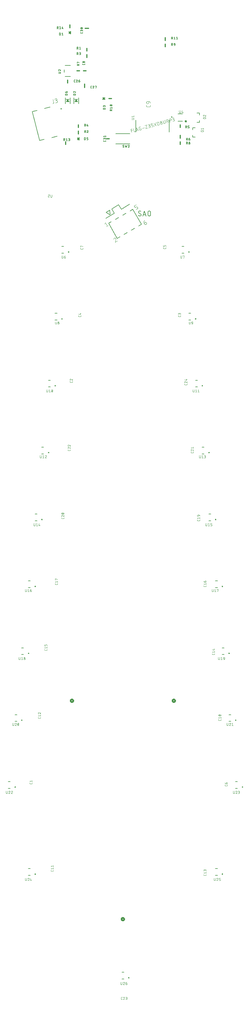
<source format=gbr>
G04 EAGLE Gerber RS-274X export*
G75*
%MOMM*%
%FSLAX34Y34*%
%LPD*%
%INSilkscreen Top*%
%IPPOS*%
%AMOC8*
5,1,8,0,0,1.08239X$1,22.5*%
G01*
%ADD10C,0.127000*%
%ADD11C,0.076200*%
%ADD12R,0.406400X0.101600*%
%ADD13R,0.203200X0.101600*%
%ADD14R,0.609600X0.101600*%
%ADD15C,0.152400*%
%ADD16C,0.304800*%
%ADD17C,0.203200*%
%ADD18R,0.889000X0.190500*%
%ADD19C,0.200000*%
%ADD20C,0.050800*%
%ADD21R,0.190500X0.889000*%
%ADD22R,1.000000X0.200000*%
%ADD23C,0.101600*%
%ADD24C,0.508000*%

G36*
X-156188Y-55368D02*
X-156188Y-55368D01*
X-156171Y-55370D01*
X-156068Y-55348D01*
X-155963Y-55330D01*
X-155948Y-55322D01*
X-155930Y-55318D01*
X-155840Y-55264D01*
X-155747Y-55214D01*
X-155734Y-55201D01*
X-155719Y-55192D01*
X-155650Y-55112D01*
X-155578Y-55035D01*
X-155571Y-55018D01*
X-155559Y-55005D01*
X-155520Y-54907D01*
X-155476Y-54811D01*
X-155474Y-54793D01*
X-155467Y-54777D01*
X-155449Y-54610D01*
X-155449Y-46990D01*
X-155451Y-46973D01*
X-155450Y-46958D01*
X-155450Y-46955D01*
X-155471Y-46851D01*
X-155489Y-46747D01*
X-155497Y-46732D01*
X-155501Y-46714D01*
X-155554Y-46623D01*
X-155604Y-46530D01*
X-155616Y-46518D01*
X-155626Y-46502D01*
X-155705Y-46433D01*
X-155782Y-46361D01*
X-155798Y-46353D01*
X-155812Y-46341D01*
X-155909Y-46301D01*
X-156005Y-46257D01*
X-156023Y-46255D01*
X-156039Y-46248D01*
X-156145Y-46241D01*
X-156249Y-46230D01*
X-156267Y-46234D01*
X-156285Y-46232D01*
X-156387Y-46260D01*
X-156460Y-46276D01*
X-156463Y-46276D01*
X-156490Y-46282D01*
X-156505Y-46291D01*
X-156522Y-46296D01*
X-156667Y-46381D01*
X-161747Y-50191D01*
X-161750Y-50194D01*
X-161754Y-50196D01*
X-161835Y-50283D01*
X-161917Y-50368D01*
X-161919Y-50372D01*
X-161922Y-50375D01*
X-161972Y-50484D01*
X-162022Y-50591D01*
X-162022Y-50595D01*
X-162024Y-50599D01*
X-162037Y-50717D01*
X-162050Y-50835D01*
X-162050Y-50839D01*
X-162050Y-50844D01*
X-162024Y-50960D01*
X-162000Y-51076D01*
X-161997Y-51080D01*
X-161996Y-51084D01*
X-161935Y-51186D01*
X-161875Y-51288D01*
X-161871Y-51291D01*
X-161869Y-51294D01*
X-161747Y-51409D01*
X-156667Y-55219D01*
X-156651Y-55227D01*
X-156638Y-55240D01*
X-156542Y-55284D01*
X-156449Y-55333D01*
X-156431Y-55336D01*
X-156415Y-55343D01*
X-156310Y-55355D01*
X-156206Y-55371D01*
X-156188Y-55368D01*
G37*
G36*
X-130788Y-372868D02*
X-130788Y-372868D01*
X-130771Y-372870D01*
X-130668Y-372848D01*
X-130563Y-372830D01*
X-130548Y-372822D01*
X-130530Y-372818D01*
X-130440Y-372764D01*
X-130347Y-372714D01*
X-130334Y-372701D01*
X-130319Y-372692D01*
X-130250Y-372612D01*
X-130178Y-372535D01*
X-130171Y-372518D01*
X-130159Y-372505D01*
X-130120Y-372407D01*
X-130076Y-372311D01*
X-130074Y-372293D01*
X-130067Y-372277D01*
X-130049Y-372110D01*
X-130049Y-364490D01*
X-130051Y-364473D01*
X-130050Y-364458D01*
X-130050Y-364455D01*
X-130071Y-364351D01*
X-130089Y-364247D01*
X-130097Y-364232D01*
X-130101Y-364214D01*
X-130154Y-364123D01*
X-130204Y-364030D01*
X-130216Y-364018D01*
X-130226Y-364002D01*
X-130305Y-363933D01*
X-130382Y-363861D01*
X-130398Y-363853D01*
X-130412Y-363841D01*
X-130509Y-363801D01*
X-130605Y-363757D01*
X-130623Y-363755D01*
X-130639Y-363748D01*
X-130745Y-363741D01*
X-130849Y-363730D01*
X-130867Y-363734D01*
X-130885Y-363732D01*
X-130987Y-363760D01*
X-131060Y-363776D01*
X-131063Y-363776D01*
X-131090Y-363782D01*
X-131105Y-363791D01*
X-131122Y-363796D01*
X-131267Y-363881D01*
X-136347Y-367691D01*
X-136350Y-367694D01*
X-136354Y-367696D01*
X-136435Y-367783D01*
X-136517Y-367868D01*
X-136519Y-367872D01*
X-136522Y-367875D01*
X-136572Y-367984D01*
X-136622Y-368091D01*
X-136622Y-368095D01*
X-136624Y-368099D01*
X-136637Y-368217D01*
X-136650Y-368335D01*
X-136650Y-368339D01*
X-136650Y-368344D01*
X-136624Y-368460D01*
X-136600Y-368576D01*
X-136597Y-368580D01*
X-136596Y-368584D01*
X-136535Y-368686D01*
X-136475Y-368788D01*
X-136471Y-368791D01*
X-136469Y-368794D01*
X-136347Y-368909D01*
X-131267Y-372719D01*
X-131251Y-372727D01*
X-131238Y-372740D01*
X-131142Y-372784D01*
X-131049Y-372833D01*
X-131031Y-372836D01*
X-131015Y-372843D01*
X-130910Y-372855D01*
X-130806Y-372871D01*
X-130788Y-372868D01*
G37*
G36*
X-53322Y-250948D02*
X-53322Y-250948D01*
X-53305Y-250950D01*
X-53201Y-250929D01*
X-53097Y-250912D01*
X-53082Y-250903D01*
X-53064Y-250900D01*
X-52973Y-250846D01*
X-52880Y-250796D01*
X-52868Y-250784D01*
X-52852Y-250775D01*
X-52783Y-250695D01*
X-52711Y-250618D01*
X-52703Y-250602D01*
X-52691Y-250588D01*
X-52651Y-250491D01*
X-52642Y-250470D01*
X-52607Y-250395D01*
X-52605Y-250377D01*
X-52598Y-250361D01*
X-52591Y-250255D01*
X-52580Y-250151D01*
X-52584Y-250133D01*
X-52582Y-250115D01*
X-52610Y-250013D01*
X-52632Y-249910D01*
X-52641Y-249895D01*
X-52646Y-249878D01*
X-52731Y-249733D01*
X-56541Y-244653D01*
X-56544Y-244650D01*
X-56546Y-244647D01*
X-56633Y-244565D01*
X-56718Y-244483D01*
X-56722Y-244481D01*
X-56725Y-244478D01*
X-56834Y-244428D01*
X-56941Y-244378D01*
X-56945Y-244378D01*
X-56949Y-244376D01*
X-57067Y-244363D01*
X-57185Y-244350D01*
X-57189Y-244350D01*
X-57194Y-244350D01*
X-57310Y-244376D01*
X-57426Y-244401D01*
X-57430Y-244403D01*
X-57434Y-244404D01*
X-57536Y-244465D01*
X-57638Y-244526D01*
X-57641Y-244529D01*
X-57644Y-244531D01*
X-57759Y-244653D01*
X-61569Y-249733D01*
X-61577Y-249749D01*
X-61590Y-249762D01*
X-61634Y-249858D01*
X-61683Y-249951D01*
X-61686Y-249969D01*
X-61693Y-249985D01*
X-61705Y-250090D01*
X-61721Y-250194D01*
X-61718Y-250212D01*
X-61720Y-250229D01*
X-61698Y-250332D01*
X-61680Y-250437D01*
X-61672Y-250452D01*
X-61668Y-250470D01*
X-61614Y-250560D01*
X-61564Y-250654D01*
X-61551Y-250666D01*
X-61542Y-250681D01*
X-61462Y-250750D01*
X-61385Y-250822D01*
X-61368Y-250829D01*
X-61355Y-250841D01*
X-61257Y-250880D01*
X-61161Y-250924D01*
X-61143Y-250926D01*
X-61127Y-250933D01*
X-60960Y-250951D01*
X-53340Y-250951D01*
X-53322Y-250948D01*
G37*
G36*
X-163029Y-257005D02*
X-163029Y-257005D01*
X-162957Y-257005D01*
X-162889Y-256985D01*
X-162819Y-256975D01*
X-162753Y-256946D01*
X-162684Y-256926D01*
X-162624Y-256888D01*
X-162559Y-256859D01*
X-162504Y-256813D01*
X-162444Y-256775D01*
X-162396Y-256722D01*
X-162342Y-256676D01*
X-162302Y-256616D01*
X-162255Y-256562D01*
X-162224Y-256498D01*
X-162185Y-256439D01*
X-162163Y-256371D01*
X-162132Y-256306D01*
X-162120Y-256236D01*
X-162099Y-256168D01*
X-162097Y-256096D01*
X-162085Y-256026D01*
X-162093Y-255955D01*
X-162091Y-255884D01*
X-162110Y-255814D01*
X-162118Y-255743D01*
X-162143Y-255688D01*
X-162163Y-255609D01*
X-162224Y-255506D01*
X-162255Y-255437D01*
X-164255Y-252437D01*
X-164332Y-252350D01*
X-164405Y-252260D01*
X-164427Y-252245D01*
X-164445Y-252225D01*
X-164542Y-252163D01*
X-164637Y-252096D01*
X-164663Y-252088D01*
X-164685Y-252073D01*
X-164796Y-252041D01*
X-164906Y-252003D01*
X-164933Y-252002D01*
X-164958Y-251995D01*
X-165074Y-251995D01*
X-165190Y-251989D01*
X-165216Y-251995D01*
X-165243Y-251995D01*
X-165354Y-252027D01*
X-165467Y-252053D01*
X-165490Y-252066D01*
X-165516Y-252074D01*
X-165614Y-252136D01*
X-165715Y-252192D01*
X-165731Y-252210D01*
X-165756Y-252225D01*
X-165941Y-252433D01*
X-165945Y-252437D01*
X-167945Y-255437D01*
X-167976Y-255501D01*
X-168016Y-255561D01*
X-168037Y-255629D01*
X-168068Y-255693D01*
X-168080Y-255764D01*
X-168101Y-255832D01*
X-168103Y-255903D01*
X-168115Y-255974D01*
X-168107Y-256045D01*
X-168109Y-256116D01*
X-168091Y-256185D01*
X-168082Y-256256D01*
X-168055Y-256322D01*
X-168037Y-256391D01*
X-168000Y-256452D01*
X-167973Y-256518D01*
X-167928Y-256574D01*
X-167892Y-256636D01*
X-167840Y-256685D01*
X-167795Y-256740D01*
X-167737Y-256781D01*
X-167684Y-256830D01*
X-167621Y-256863D01*
X-167563Y-256904D01*
X-167495Y-256927D01*
X-167431Y-256960D01*
X-167372Y-256970D01*
X-167294Y-256997D01*
X-167175Y-257003D01*
X-167100Y-257015D01*
X-163100Y-257015D01*
X-163029Y-257005D01*
G37*
G36*
X-137629Y-257005D02*
X-137629Y-257005D01*
X-137557Y-257005D01*
X-137489Y-256985D01*
X-137419Y-256975D01*
X-137353Y-256946D01*
X-137284Y-256926D01*
X-137224Y-256888D01*
X-137159Y-256859D01*
X-137104Y-256813D01*
X-137044Y-256775D01*
X-136996Y-256722D01*
X-136942Y-256676D01*
X-136902Y-256616D01*
X-136855Y-256562D01*
X-136824Y-256498D01*
X-136785Y-256439D01*
X-136763Y-256371D01*
X-136732Y-256306D01*
X-136720Y-256236D01*
X-136699Y-256168D01*
X-136697Y-256096D01*
X-136685Y-256026D01*
X-136693Y-255955D01*
X-136691Y-255884D01*
X-136710Y-255814D01*
X-136718Y-255743D01*
X-136743Y-255688D01*
X-136763Y-255609D01*
X-136824Y-255506D01*
X-136855Y-255437D01*
X-138855Y-252437D01*
X-138932Y-252350D01*
X-139005Y-252260D01*
X-139027Y-252245D01*
X-139045Y-252225D01*
X-139142Y-252163D01*
X-139237Y-252096D01*
X-139263Y-252088D01*
X-139285Y-252073D01*
X-139396Y-252041D01*
X-139506Y-252003D01*
X-139533Y-252002D01*
X-139558Y-251995D01*
X-139674Y-251995D01*
X-139790Y-251989D01*
X-139816Y-251995D01*
X-139843Y-251995D01*
X-139954Y-252027D01*
X-140067Y-252053D01*
X-140090Y-252066D01*
X-140116Y-252074D01*
X-140214Y-252136D01*
X-140315Y-252192D01*
X-140331Y-252210D01*
X-140356Y-252225D01*
X-140541Y-252433D01*
X-140545Y-252437D01*
X-142545Y-255437D01*
X-142576Y-255501D01*
X-142616Y-255561D01*
X-142637Y-255629D01*
X-142668Y-255693D01*
X-142680Y-255764D01*
X-142701Y-255832D01*
X-142703Y-255903D01*
X-142715Y-255974D01*
X-142707Y-256045D01*
X-142709Y-256116D01*
X-142691Y-256185D01*
X-142682Y-256256D01*
X-142655Y-256322D01*
X-142637Y-256391D01*
X-142600Y-256452D01*
X-142573Y-256518D01*
X-142528Y-256574D01*
X-142492Y-256636D01*
X-142440Y-256685D01*
X-142395Y-256740D01*
X-142337Y-256781D01*
X-142284Y-256830D01*
X-142221Y-256863D01*
X-142163Y-256904D01*
X-142095Y-256927D01*
X-142031Y-256960D01*
X-141972Y-256970D01*
X-141894Y-256997D01*
X-141775Y-257003D01*
X-141700Y-257015D01*
X-137700Y-257015D01*
X-137629Y-257005D01*
G37*
D10*
X51350Y-598805D02*
X51464Y-598803D01*
X51577Y-598797D01*
X51691Y-598788D01*
X51803Y-598774D01*
X51916Y-598757D01*
X52028Y-598735D01*
X52138Y-598710D01*
X52248Y-598682D01*
X52357Y-598649D01*
X52465Y-598613D01*
X52572Y-598573D01*
X52677Y-598529D01*
X52780Y-598482D01*
X52882Y-598432D01*
X52982Y-598378D01*
X53080Y-598320D01*
X53176Y-598259D01*
X53270Y-598196D01*
X53362Y-598128D01*
X53452Y-598058D01*
X53538Y-597985D01*
X53623Y-597909D01*
X53705Y-597830D01*
X53784Y-597748D01*
X53860Y-597663D01*
X53933Y-597577D01*
X54003Y-597487D01*
X54071Y-597395D01*
X54134Y-597301D01*
X54195Y-597205D01*
X54253Y-597107D01*
X54307Y-597007D01*
X54357Y-596905D01*
X54404Y-596802D01*
X54448Y-596697D01*
X54488Y-596590D01*
X54524Y-596482D01*
X54557Y-596373D01*
X54585Y-596263D01*
X54610Y-596153D01*
X54632Y-596041D01*
X54649Y-595928D01*
X54663Y-595816D01*
X54672Y-595702D01*
X54678Y-595589D01*
X54680Y-595475D01*
X51350Y-598805D02*
X51182Y-598803D01*
X51013Y-598797D01*
X50845Y-598787D01*
X50678Y-598773D01*
X50510Y-598755D01*
X50344Y-598733D01*
X50177Y-598707D01*
X50012Y-598677D01*
X49847Y-598643D01*
X49683Y-598605D01*
X49520Y-598563D01*
X49358Y-598517D01*
X49197Y-598467D01*
X49037Y-598414D01*
X48879Y-598357D01*
X48722Y-598296D01*
X48567Y-598231D01*
X48413Y-598163D01*
X48261Y-598090D01*
X48111Y-598015D01*
X47962Y-597935D01*
X47816Y-597853D01*
X47671Y-597766D01*
X47529Y-597677D01*
X47388Y-597584D01*
X47250Y-597487D01*
X47115Y-597387D01*
X46982Y-597284D01*
X46851Y-597178D01*
X46723Y-597069D01*
X46597Y-596957D01*
X46475Y-596842D01*
X46355Y-596724D01*
X46772Y-587149D02*
X46774Y-587035D01*
X46780Y-586922D01*
X46789Y-586808D01*
X46803Y-586696D01*
X46820Y-586583D01*
X46842Y-586471D01*
X46867Y-586361D01*
X46895Y-586251D01*
X46928Y-586142D01*
X46964Y-586034D01*
X47004Y-585927D01*
X47048Y-585822D01*
X47095Y-585719D01*
X47145Y-585617D01*
X47199Y-585517D01*
X47257Y-585419D01*
X47318Y-585323D01*
X47381Y-585229D01*
X47449Y-585137D01*
X47519Y-585047D01*
X47592Y-584961D01*
X47668Y-584876D01*
X47747Y-584794D01*
X47829Y-584715D01*
X47914Y-584639D01*
X48000Y-584566D01*
X48090Y-584496D01*
X48182Y-584428D01*
X48276Y-584365D01*
X48372Y-584304D01*
X48470Y-584246D01*
X48570Y-584192D01*
X48672Y-584142D01*
X48775Y-584095D01*
X48880Y-584051D01*
X48987Y-584011D01*
X49095Y-583975D01*
X49204Y-583942D01*
X49314Y-583914D01*
X49424Y-583889D01*
X49536Y-583867D01*
X49649Y-583850D01*
X49761Y-583836D01*
X49875Y-583827D01*
X49988Y-583821D01*
X50102Y-583819D01*
X50257Y-583821D01*
X50411Y-583827D01*
X50565Y-583836D01*
X50719Y-583850D01*
X50873Y-583867D01*
X51026Y-583888D01*
X51178Y-583912D01*
X51330Y-583941D01*
X51481Y-583973D01*
X51632Y-584009D01*
X51781Y-584049D01*
X51929Y-584092D01*
X52077Y-584139D01*
X52223Y-584190D01*
X52367Y-584244D01*
X52511Y-584302D01*
X52652Y-584364D01*
X52793Y-584428D01*
X52931Y-584497D01*
X53068Y-584568D01*
X53203Y-584644D01*
X53336Y-584722D01*
X53468Y-584804D01*
X53597Y-584889D01*
X53724Y-584977D01*
X53848Y-585068D01*
X48436Y-590063D02*
X48339Y-590004D01*
X48245Y-589941D01*
X48152Y-589876D01*
X48062Y-589807D01*
X47974Y-589736D01*
X47889Y-589661D01*
X47806Y-589584D01*
X47726Y-589504D01*
X47648Y-589422D01*
X47574Y-589336D01*
X47502Y-589249D01*
X47433Y-589159D01*
X47367Y-589067D01*
X47305Y-588972D01*
X47245Y-588876D01*
X47189Y-588778D01*
X47136Y-588677D01*
X47087Y-588575D01*
X47041Y-588472D01*
X46998Y-588367D01*
X46959Y-588261D01*
X46923Y-588153D01*
X46892Y-588044D01*
X46864Y-587935D01*
X46839Y-587824D01*
X46818Y-587713D01*
X46801Y-587601D01*
X46788Y-587488D01*
X46779Y-587375D01*
X46773Y-587262D01*
X46771Y-587149D01*
X53015Y-592561D02*
X53112Y-592620D01*
X53206Y-592683D01*
X53299Y-592748D01*
X53389Y-592817D01*
X53477Y-592888D01*
X53562Y-592963D01*
X53645Y-593040D01*
X53725Y-593120D01*
X53803Y-593202D01*
X53877Y-593288D01*
X53949Y-593375D01*
X54018Y-593465D01*
X54084Y-593557D01*
X54146Y-593652D01*
X54206Y-593748D01*
X54262Y-593846D01*
X54315Y-593947D01*
X54364Y-594049D01*
X54411Y-594152D01*
X54453Y-594257D01*
X54492Y-594363D01*
X54528Y-594471D01*
X54559Y-594580D01*
X54587Y-594689D01*
X54612Y-594800D01*
X54633Y-594911D01*
X54650Y-595023D01*
X54663Y-595136D01*
X54672Y-595249D01*
X54678Y-595362D01*
X54680Y-595475D01*
X53015Y-592561D02*
X48436Y-590063D01*
X59517Y-598805D02*
X64512Y-583819D01*
X69508Y-598805D01*
X68259Y-595059D02*
X60766Y-595059D01*
X74827Y-594642D02*
X74827Y-587982D01*
X74829Y-587854D01*
X74835Y-587726D01*
X74845Y-587598D01*
X74859Y-587470D01*
X74876Y-587343D01*
X74898Y-587217D01*
X74923Y-587091D01*
X74953Y-586967D01*
X74986Y-586843D01*
X75023Y-586720D01*
X75064Y-586598D01*
X75108Y-586478D01*
X75156Y-586359D01*
X75208Y-586242D01*
X75263Y-586126D01*
X75322Y-586013D01*
X75385Y-585901D01*
X75451Y-585790D01*
X75520Y-585683D01*
X75592Y-585577D01*
X75668Y-585473D01*
X75747Y-585372D01*
X75829Y-585273D01*
X75914Y-585177D01*
X76001Y-585084D01*
X76092Y-584993D01*
X76185Y-584906D01*
X76281Y-584821D01*
X76380Y-584739D01*
X76481Y-584660D01*
X76585Y-584584D01*
X76691Y-584512D01*
X76798Y-584443D01*
X76909Y-584377D01*
X77021Y-584314D01*
X77134Y-584255D01*
X77250Y-584200D01*
X77367Y-584148D01*
X77486Y-584100D01*
X77606Y-584056D01*
X77728Y-584015D01*
X77851Y-583978D01*
X77975Y-583945D01*
X78099Y-583915D01*
X78225Y-583890D01*
X78351Y-583868D01*
X78478Y-583851D01*
X78606Y-583837D01*
X78734Y-583827D01*
X78862Y-583821D01*
X78990Y-583819D01*
X79118Y-583821D01*
X79246Y-583827D01*
X79374Y-583837D01*
X79502Y-583851D01*
X79629Y-583868D01*
X79755Y-583890D01*
X79881Y-583915D01*
X80005Y-583945D01*
X80129Y-583978D01*
X80252Y-584015D01*
X80374Y-584056D01*
X80494Y-584100D01*
X80613Y-584148D01*
X80730Y-584200D01*
X80846Y-584255D01*
X80959Y-584314D01*
X81072Y-584377D01*
X81182Y-584443D01*
X81289Y-584512D01*
X81395Y-584584D01*
X81499Y-584660D01*
X81600Y-584739D01*
X81699Y-584821D01*
X81795Y-584906D01*
X81888Y-584993D01*
X81979Y-585084D01*
X82066Y-585177D01*
X82151Y-585273D01*
X82233Y-585372D01*
X82312Y-585473D01*
X82388Y-585577D01*
X82460Y-585683D01*
X82529Y-585790D01*
X82595Y-585901D01*
X82658Y-586013D01*
X82717Y-586126D01*
X82772Y-586242D01*
X82824Y-586359D01*
X82872Y-586478D01*
X82916Y-586598D01*
X82957Y-586720D01*
X82994Y-586843D01*
X83027Y-586967D01*
X83057Y-587091D01*
X83082Y-587217D01*
X83104Y-587343D01*
X83121Y-587470D01*
X83135Y-587598D01*
X83145Y-587726D01*
X83151Y-587854D01*
X83153Y-587982D01*
X83152Y-587982D02*
X83152Y-594642D01*
X83153Y-594642D02*
X83151Y-594770D01*
X83145Y-594898D01*
X83135Y-595026D01*
X83121Y-595154D01*
X83104Y-595281D01*
X83082Y-595407D01*
X83057Y-595533D01*
X83027Y-595657D01*
X82994Y-595781D01*
X82957Y-595904D01*
X82916Y-596026D01*
X82872Y-596146D01*
X82824Y-596265D01*
X82772Y-596382D01*
X82717Y-596498D01*
X82658Y-596611D01*
X82595Y-596724D01*
X82529Y-596834D01*
X82460Y-596941D01*
X82388Y-597047D01*
X82312Y-597151D01*
X82233Y-597252D01*
X82151Y-597351D01*
X82066Y-597447D01*
X81979Y-597540D01*
X81888Y-597631D01*
X81795Y-597718D01*
X81699Y-597803D01*
X81600Y-597885D01*
X81499Y-597964D01*
X81395Y-598040D01*
X81289Y-598112D01*
X81182Y-598181D01*
X81071Y-598247D01*
X80959Y-598310D01*
X80846Y-598369D01*
X80730Y-598424D01*
X80613Y-598476D01*
X80494Y-598524D01*
X80374Y-598568D01*
X80252Y-598609D01*
X80129Y-598646D01*
X80005Y-598679D01*
X79881Y-598709D01*
X79755Y-598734D01*
X79629Y-598756D01*
X79502Y-598773D01*
X79374Y-598787D01*
X79246Y-598797D01*
X79118Y-598803D01*
X78990Y-598805D01*
X78862Y-598803D01*
X78734Y-598797D01*
X78606Y-598787D01*
X78478Y-598773D01*
X78351Y-598756D01*
X78225Y-598734D01*
X78099Y-598709D01*
X77975Y-598679D01*
X77851Y-598646D01*
X77728Y-598609D01*
X77606Y-598568D01*
X77486Y-598524D01*
X77367Y-598476D01*
X77250Y-598424D01*
X77134Y-598369D01*
X77021Y-598310D01*
X76908Y-598247D01*
X76798Y-598181D01*
X76691Y-598112D01*
X76585Y-598040D01*
X76481Y-597964D01*
X76380Y-597885D01*
X76281Y-597803D01*
X76185Y-597718D01*
X76092Y-597631D01*
X76001Y-597540D01*
X75914Y-597447D01*
X75829Y-597351D01*
X75747Y-597252D01*
X75668Y-597151D01*
X75592Y-597047D01*
X75520Y-596941D01*
X75451Y-596834D01*
X75385Y-596724D01*
X75322Y-596611D01*
X75263Y-596498D01*
X75208Y-596382D01*
X75156Y-596265D01*
X75108Y-596146D01*
X75064Y-596026D01*
X75023Y-595904D01*
X74986Y-595781D01*
X74953Y-595657D01*
X74923Y-595533D01*
X74898Y-595407D01*
X74876Y-595281D01*
X74859Y-595154D01*
X74845Y-595026D01*
X74835Y-594898D01*
X74829Y-594770D01*
X74827Y-594642D01*
D11*
X25669Y-348783D02*
X23237Y-339706D01*
X27272Y-338625D01*
X28353Y-342659D02*
X24318Y-343740D01*
X30892Y-337654D02*
X33324Y-346732D01*
X37359Y-345651D01*
X40163Y-344900D02*
X40757Y-335011D01*
X46215Y-343278D01*
X44850Y-341211D02*
X40312Y-342428D01*
X51973Y-336330D02*
X53486Y-335924D01*
X54837Y-340968D01*
X51811Y-341778D01*
X51725Y-341799D01*
X51638Y-341816D01*
X51551Y-341830D01*
X51463Y-341840D01*
X51374Y-341846D01*
X51286Y-341849D01*
X51197Y-341848D01*
X51109Y-341843D01*
X51020Y-341834D01*
X50933Y-341821D01*
X50846Y-341805D01*
X50759Y-341785D01*
X50674Y-341762D01*
X50589Y-341735D01*
X50506Y-341704D01*
X50424Y-341670D01*
X50344Y-341632D01*
X50266Y-341591D01*
X50189Y-341547D01*
X50114Y-341499D01*
X50041Y-341448D01*
X49971Y-341395D01*
X49903Y-341338D01*
X49837Y-341279D01*
X49774Y-341216D01*
X49713Y-341152D01*
X49656Y-341084D01*
X49601Y-341014D01*
X49549Y-340942D01*
X49501Y-340868D01*
X49455Y-340792D01*
X49413Y-340714D01*
X49374Y-340634D01*
X49339Y-340553D01*
X49307Y-340470D01*
X49279Y-340387D01*
X49254Y-340301D01*
X49254Y-340302D02*
X47902Y-335259D01*
X47903Y-335258D02*
X47881Y-335170D01*
X47864Y-335081D01*
X47850Y-334991D01*
X47840Y-334900D01*
X47834Y-334809D01*
X47832Y-334718D01*
X47834Y-334627D01*
X47840Y-334536D01*
X47850Y-334445D01*
X47864Y-334355D01*
X47881Y-334266D01*
X47903Y-334178D01*
X47929Y-334090D01*
X47958Y-334004D01*
X47991Y-333919D01*
X48028Y-333836D01*
X48068Y-333754D01*
X48112Y-333674D01*
X48159Y-333596D01*
X48210Y-333520D01*
X48263Y-333447D01*
X48320Y-333376D01*
X48381Y-333307D01*
X48444Y-333242D01*
X48509Y-333179D01*
X48578Y-333119D01*
X48649Y-333061D01*
X48722Y-333008D01*
X48798Y-332957D01*
X48876Y-332910D01*
X48956Y-332866D01*
X49038Y-332826D01*
X49121Y-332789D01*
X49206Y-332756D01*
X49292Y-332727D01*
X49380Y-332701D01*
X49379Y-332701D02*
X52405Y-331890D01*
X58060Y-336321D02*
X64111Y-334699D01*
X66204Y-328192D02*
X71247Y-326841D01*
X68637Y-337270D01*
X73680Y-335919D01*
X77175Y-334982D02*
X79696Y-334307D01*
X79793Y-334279D01*
X79889Y-334247D01*
X79984Y-334212D01*
X80077Y-334172D01*
X80169Y-334130D01*
X80259Y-334083D01*
X80347Y-334033D01*
X80434Y-333980D01*
X80518Y-333924D01*
X80599Y-333864D01*
X80679Y-333801D01*
X80756Y-333735D01*
X80830Y-333667D01*
X80902Y-333595D01*
X80970Y-333521D01*
X81036Y-333444D01*
X81099Y-333364D01*
X81159Y-333283D01*
X81215Y-333199D01*
X81268Y-333112D01*
X81318Y-333024D01*
X81365Y-332934D01*
X81407Y-332842D01*
X81447Y-332749D01*
X81482Y-332654D01*
X81514Y-332558D01*
X81542Y-332461D01*
X81566Y-332362D01*
X81587Y-332263D01*
X81603Y-332163D01*
X81616Y-332063D01*
X81625Y-331962D01*
X81630Y-331861D01*
X81631Y-331760D01*
X81628Y-331658D01*
X81621Y-331557D01*
X81610Y-331457D01*
X81596Y-331357D01*
X81577Y-331257D01*
X81555Y-331158D01*
X81528Y-331060D01*
X81498Y-330964D01*
X81465Y-330868D01*
X81427Y-330774D01*
X81386Y-330682D01*
X81342Y-330591D01*
X81294Y-330501D01*
X81242Y-330414D01*
X81187Y-330329D01*
X81129Y-330246D01*
X81068Y-330166D01*
X81004Y-330087D01*
X80936Y-330012D01*
X80866Y-329939D01*
X80793Y-329869D01*
X80718Y-329801D01*
X80639Y-329737D01*
X80559Y-329676D01*
X80476Y-329618D01*
X80391Y-329563D01*
X80304Y-329511D01*
X80214Y-329463D01*
X80123Y-329419D01*
X80031Y-329378D01*
X79937Y-329340D01*
X79841Y-329307D01*
X79745Y-329277D01*
X79647Y-329250D01*
X79548Y-329228D01*
X79448Y-329209D01*
X79348Y-329195D01*
X79248Y-329184D01*
X79147Y-329177D01*
X79045Y-329174D01*
X78944Y-329175D01*
X78843Y-329180D01*
X78742Y-329189D01*
X78642Y-329202D01*
X78542Y-329218D01*
X78443Y-329239D01*
X78344Y-329263D01*
X77768Y-325094D02*
X74742Y-325905D01*
X77769Y-325094D02*
X77856Y-325073D01*
X77944Y-325055D01*
X78033Y-325041D01*
X78122Y-325031D01*
X78212Y-325025D01*
X78302Y-325023D01*
X78391Y-325025D01*
X78481Y-325030D01*
X78570Y-325039D01*
X78659Y-325053D01*
X78748Y-325070D01*
X78835Y-325090D01*
X78921Y-325115D01*
X79007Y-325143D01*
X79091Y-325175D01*
X79173Y-325210D01*
X79254Y-325249D01*
X79333Y-325292D01*
X79411Y-325337D01*
X79486Y-325386D01*
X79559Y-325439D01*
X79630Y-325494D01*
X79698Y-325552D01*
X79764Y-325614D01*
X79827Y-325678D01*
X79887Y-325744D01*
X79945Y-325813D01*
X79999Y-325885D01*
X80050Y-325959D01*
X80098Y-326035D01*
X80143Y-326113D01*
X80184Y-326193D01*
X80222Y-326274D01*
X80256Y-326357D01*
X80287Y-326442D01*
X80314Y-326527D01*
X80337Y-326614D01*
X80357Y-326702D01*
X80372Y-326790D01*
X80384Y-326879D01*
X80392Y-326969D01*
X80396Y-327059D01*
X80397Y-327148D01*
X80393Y-327238D01*
X80386Y-327328D01*
X80374Y-327417D01*
X80359Y-327505D01*
X80341Y-327593D01*
X80318Y-327680D01*
X80292Y-327766D01*
X80262Y-327851D01*
X80228Y-327934D01*
X80191Y-328016D01*
X80150Y-328096D01*
X80106Y-328174D01*
X80059Y-328251D01*
X80008Y-328325D01*
X79954Y-328397D01*
X79897Y-328466D01*
X79837Y-328534D01*
X79775Y-328598D01*
X79709Y-328660D01*
X79642Y-328718D01*
X79571Y-328774D01*
X79498Y-328827D01*
X79424Y-328877D01*
X79347Y-328923D01*
X79268Y-328966D01*
X79187Y-329005D01*
X79105Y-329041D01*
X79021Y-329074D01*
X78936Y-329103D01*
X78849Y-329128D01*
X76832Y-329669D01*
X86007Y-332616D02*
X89033Y-331805D01*
X89032Y-331805D02*
X89120Y-331779D01*
X89206Y-331750D01*
X89291Y-331717D01*
X89374Y-331680D01*
X89456Y-331640D01*
X89536Y-331596D01*
X89614Y-331549D01*
X89690Y-331498D01*
X89763Y-331445D01*
X89834Y-331387D01*
X89903Y-331327D01*
X89968Y-331264D01*
X90031Y-331199D01*
X90092Y-331130D01*
X90149Y-331059D01*
X90202Y-330986D01*
X90253Y-330910D01*
X90300Y-330832D01*
X90344Y-330752D01*
X90384Y-330670D01*
X90421Y-330587D01*
X90454Y-330502D01*
X90483Y-330416D01*
X90509Y-330328D01*
X90531Y-330240D01*
X90548Y-330151D01*
X90562Y-330061D01*
X90572Y-329970D01*
X90578Y-329879D01*
X90580Y-329788D01*
X90578Y-329697D01*
X90572Y-329606D01*
X90562Y-329515D01*
X90548Y-329425D01*
X90531Y-329336D01*
X90509Y-329248D01*
X90510Y-329247D02*
X90239Y-328238D01*
X90240Y-328238D02*
X90214Y-328151D01*
X90185Y-328064D01*
X90152Y-327980D01*
X90115Y-327896D01*
X90075Y-327814D01*
X90031Y-327734D01*
X89984Y-327657D01*
X89933Y-327581D01*
X89879Y-327507D01*
X89822Y-327436D01*
X89762Y-327368D01*
X89699Y-327302D01*
X89633Y-327239D01*
X89565Y-327179D01*
X89494Y-327122D01*
X89420Y-327068D01*
X89344Y-327017D01*
X89267Y-326970D01*
X89187Y-326926D01*
X89105Y-326886D01*
X89021Y-326849D01*
X88937Y-326816D01*
X88850Y-326787D01*
X88763Y-326761D01*
X88674Y-326740D01*
X88585Y-326722D01*
X88495Y-326708D01*
X88404Y-326698D01*
X88313Y-326692D01*
X88222Y-326690D01*
X88131Y-326692D01*
X88040Y-326698D01*
X87949Y-326708D01*
X87859Y-326722D01*
X87770Y-326740D01*
X87681Y-326761D01*
X87682Y-326762D02*
X84656Y-327572D01*
X83575Y-323538D01*
X88618Y-322187D01*
X97954Y-319685D02*
X94335Y-330384D01*
X100387Y-328763D02*
X91903Y-321306D01*
X101534Y-318726D02*
X103966Y-327803D01*
X101534Y-318726D02*
X104055Y-318050D01*
X104152Y-318026D01*
X104250Y-318006D01*
X104349Y-317989D01*
X104448Y-317976D01*
X104548Y-317967D01*
X104648Y-317962D01*
X104748Y-317961D01*
X104848Y-317964D01*
X104947Y-317970D01*
X105047Y-317980D01*
X105146Y-317994D01*
X105244Y-318012D01*
X105342Y-318034D01*
X105439Y-318059D01*
X105535Y-318088D01*
X105629Y-318120D01*
X105722Y-318157D01*
X105814Y-318196D01*
X105904Y-318240D01*
X105993Y-318286D01*
X106080Y-318336D01*
X106164Y-318390D01*
X106247Y-318446D01*
X106327Y-318506D01*
X106405Y-318568D01*
X106481Y-318634D01*
X106554Y-318702D01*
X106624Y-318774D01*
X106691Y-318847D01*
X106756Y-318924D01*
X106818Y-319002D01*
X106876Y-319084D01*
X106932Y-319167D01*
X106984Y-319252D01*
X107033Y-319339D01*
X107078Y-319428D01*
X107120Y-319519D01*
X107159Y-319611D01*
X107194Y-319705D01*
X107225Y-319800D01*
X107253Y-319896D01*
X108334Y-323931D01*
X108334Y-323930D02*
X108358Y-324027D01*
X108378Y-324125D01*
X108395Y-324224D01*
X108408Y-324323D01*
X108417Y-324423D01*
X108422Y-324523D01*
X108423Y-324623D01*
X108420Y-324723D01*
X108414Y-324822D01*
X108404Y-324922D01*
X108390Y-325021D01*
X108372Y-325119D01*
X108350Y-325217D01*
X108325Y-325314D01*
X108296Y-325410D01*
X108264Y-325504D01*
X108227Y-325597D01*
X108188Y-325689D01*
X108144Y-325779D01*
X108098Y-325868D01*
X108048Y-325955D01*
X107994Y-326039D01*
X107938Y-326122D01*
X107878Y-326202D01*
X107816Y-326280D01*
X107750Y-326356D01*
X107682Y-326429D01*
X107610Y-326499D01*
X107537Y-326566D01*
X107460Y-326631D01*
X107382Y-326693D01*
X107300Y-326751D01*
X107217Y-326807D01*
X107132Y-326859D01*
X107045Y-326908D01*
X106956Y-326953D01*
X106865Y-326995D01*
X106773Y-327034D01*
X106679Y-327069D01*
X106584Y-327100D01*
X106488Y-327128D01*
X103966Y-327803D01*
X112417Y-322837D02*
X112393Y-322738D01*
X112372Y-322639D01*
X112356Y-322539D01*
X112343Y-322439D01*
X112334Y-322338D01*
X112329Y-322237D01*
X112328Y-322136D01*
X112331Y-322034D01*
X112338Y-321933D01*
X112349Y-321833D01*
X112363Y-321733D01*
X112382Y-321633D01*
X112404Y-321534D01*
X112431Y-321436D01*
X112461Y-321340D01*
X112494Y-321244D01*
X112532Y-321150D01*
X112573Y-321058D01*
X112617Y-320967D01*
X112665Y-320877D01*
X112717Y-320790D01*
X112772Y-320705D01*
X112830Y-320622D01*
X112891Y-320542D01*
X112955Y-320463D01*
X113023Y-320388D01*
X113093Y-320315D01*
X113166Y-320245D01*
X113241Y-320177D01*
X113320Y-320113D01*
X113400Y-320052D01*
X113483Y-319994D01*
X113568Y-319939D01*
X113655Y-319887D01*
X113745Y-319839D01*
X113836Y-319795D01*
X113928Y-319754D01*
X114022Y-319716D01*
X114118Y-319683D01*
X114214Y-319653D01*
X114312Y-319626D01*
X114411Y-319604D01*
X114511Y-319585D01*
X114611Y-319571D01*
X114711Y-319560D01*
X114812Y-319553D01*
X114914Y-319550D01*
X115015Y-319551D01*
X115116Y-319556D01*
X115217Y-319565D01*
X115317Y-319578D01*
X115417Y-319594D01*
X115516Y-319615D01*
X115615Y-319639D01*
X115712Y-319667D01*
X115808Y-319699D01*
X115903Y-319734D01*
X115996Y-319774D01*
X116088Y-319816D01*
X116178Y-319863D01*
X116266Y-319913D01*
X116353Y-319966D01*
X116437Y-320022D01*
X116518Y-320082D01*
X116598Y-320145D01*
X116675Y-320211D01*
X116749Y-320279D01*
X116821Y-320351D01*
X116889Y-320425D01*
X116955Y-320502D01*
X117018Y-320582D01*
X117078Y-320663D01*
X117134Y-320747D01*
X117187Y-320834D01*
X117237Y-320922D01*
X117284Y-321012D01*
X117326Y-321104D01*
X117366Y-321197D01*
X117401Y-321292D01*
X117433Y-321388D01*
X117461Y-321485D01*
X117485Y-321583D01*
X117506Y-321683D01*
X117522Y-321783D01*
X117535Y-321883D01*
X117544Y-321984D01*
X117549Y-322085D01*
X117550Y-322186D01*
X117547Y-322288D01*
X117540Y-322389D01*
X117529Y-322489D01*
X117515Y-322589D01*
X117496Y-322689D01*
X117474Y-322788D01*
X117447Y-322886D01*
X117417Y-322982D01*
X117384Y-323078D01*
X117346Y-323172D01*
X117305Y-323264D01*
X117261Y-323355D01*
X117213Y-323445D01*
X117161Y-323532D01*
X117106Y-323617D01*
X117048Y-323700D01*
X116987Y-323780D01*
X116923Y-323859D01*
X116855Y-323934D01*
X116785Y-324007D01*
X116712Y-324077D01*
X116637Y-324145D01*
X116558Y-324209D01*
X116478Y-324270D01*
X116395Y-324328D01*
X116310Y-324383D01*
X116223Y-324435D01*
X116133Y-324483D01*
X116042Y-324527D01*
X115950Y-324568D01*
X115856Y-324606D01*
X115760Y-324639D01*
X115664Y-324669D01*
X115566Y-324696D01*
X115467Y-324718D01*
X115367Y-324737D01*
X115267Y-324751D01*
X115167Y-324762D01*
X115066Y-324769D01*
X114964Y-324772D01*
X114863Y-324771D01*
X114762Y-324766D01*
X114661Y-324757D01*
X114561Y-324744D01*
X114461Y-324728D01*
X114362Y-324707D01*
X114263Y-324683D01*
X114166Y-324655D01*
X114070Y-324623D01*
X113975Y-324588D01*
X113882Y-324548D01*
X113790Y-324506D01*
X113700Y-324459D01*
X113612Y-324409D01*
X113525Y-324356D01*
X113441Y-324300D01*
X113360Y-324240D01*
X113280Y-324177D01*
X113203Y-324111D01*
X113129Y-324043D01*
X113057Y-323971D01*
X112989Y-323897D01*
X112923Y-323820D01*
X112860Y-323740D01*
X112800Y-323659D01*
X112744Y-323575D01*
X112691Y-323488D01*
X112641Y-323400D01*
X112594Y-323310D01*
X112552Y-323218D01*
X112512Y-323125D01*
X112477Y-323030D01*
X112445Y-322934D01*
X112417Y-322837D01*
X111706Y-318162D02*
X111685Y-318075D01*
X111667Y-317987D01*
X111653Y-317898D01*
X111643Y-317809D01*
X111637Y-317719D01*
X111635Y-317629D01*
X111637Y-317540D01*
X111642Y-317450D01*
X111651Y-317361D01*
X111665Y-317272D01*
X111682Y-317183D01*
X111702Y-317096D01*
X111727Y-317010D01*
X111755Y-316924D01*
X111787Y-316840D01*
X111822Y-316758D01*
X111861Y-316677D01*
X111904Y-316598D01*
X111949Y-316520D01*
X111998Y-316445D01*
X112051Y-316372D01*
X112106Y-316301D01*
X112164Y-316233D01*
X112226Y-316167D01*
X112290Y-316104D01*
X112356Y-316044D01*
X112425Y-315986D01*
X112497Y-315932D01*
X112571Y-315881D01*
X112647Y-315833D01*
X112725Y-315788D01*
X112805Y-315747D01*
X112886Y-315709D01*
X112969Y-315675D01*
X113054Y-315644D01*
X113139Y-315617D01*
X113226Y-315594D01*
X113314Y-315574D01*
X113402Y-315559D01*
X113491Y-315547D01*
X113581Y-315539D01*
X113671Y-315535D01*
X113760Y-315534D01*
X113850Y-315538D01*
X113940Y-315545D01*
X114029Y-315557D01*
X114117Y-315572D01*
X114205Y-315590D01*
X114292Y-315613D01*
X114378Y-315639D01*
X114463Y-315669D01*
X114546Y-315703D01*
X114628Y-315740D01*
X114708Y-315781D01*
X114786Y-315825D01*
X114863Y-315872D01*
X114937Y-315923D01*
X115009Y-315977D01*
X115078Y-316034D01*
X115146Y-316094D01*
X115210Y-316156D01*
X115272Y-316222D01*
X115330Y-316289D01*
X115386Y-316360D01*
X115439Y-316433D01*
X115489Y-316508D01*
X115535Y-316584D01*
X115578Y-316663D01*
X115617Y-316744D01*
X115653Y-316826D01*
X115686Y-316910D01*
X115715Y-316995D01*
X115740Y-317082D01*
X115762Y-317170D01*
X115779Y-317259D01*
X115793Y-317349D01*
X115803Y-317440D01*
X115809Y-317531D01*
X115811Y-317622D01*
X115809Y-317713D01*
X115803Y-317804D01*
X115793Y-317895D01*
X115779Y-317985D01*
X115762Y-318074D01*
X115740Y-318162D01*
X115714Y-318250D01*
X115685Y-318336D01*
X115652Y-318421D01*
X115615Y-318504D01*
X115575Y-318586D01*
X115531Y-318666D01*
X115484Y-318744D01*
X115433Y-318820D01*
X115380Y-318893D01*
X115322Y-318964D01*
X115262Y-319033D01*
X115199Y-319098D01*
X115134Y-319161D01*
X115065Y-319222D01*
X114994Y-319279D01*
X114921Y-319332D01*
X114845Y-319383D01*
X114767Y-319430D01*
X114687Y-319474D01*
X114605Y-319514D01*
X114522Y-319551D01*
X114437Y-319584D01*
X114351Y-319613D01*
X114263Y-319639D01*
X114175Y-319661D01*
X114086Y-319678D01*
X113996Y-319692D01*
X113905Y-319702D01*
X113814Y-319708D01*
X113723Y-319710D01*
X113632Y-319708D01*
X113541Y-319702D01*
X113450Y-319692D01*
X113360Y-319678D01*
X113271Y-319661D01*
X113183Y-319639D01*
X113095Y-319613D01*
X113009Y-319584D01*
X112924Y-319551D01*
X112841Y-319514D01*
X112759Y-319474D01*
X112679Y-319430D01*
X112601Y-319383D01*
X112525Y-319332D01*
X112452Y-319279D01*
X112381Y-319222D01*
X112312Y-319161D01*
X112247Y-319098D01*
X112184Y-319033D01*
X112123Y-318964D01*
X112066Y-318893D01*
X112013Y-318820D01*
X111962Y-318744D01*
X111915Y-318666D01*
X111871Y-318586D01*
X111831Y-318504D01*
X111794Y-318421D01*
X111761Y-318336D01*
X111732Y-318250D01*
X111706Y-318162D01*
X119787Y-313835D02*
X121544Y-320391D01*
X121572Y-320488D01*
X121604Y-320584D01*
X121639Y-320679D01*
X121679Y-320772D01*
X121721Y-320864D01*
X121768Y-320954D01*
X121818Y-321042D01*
X121871Y-321129D01*
X121927Y-321213D01*
X121987Y-321294D01*
X122050Y-321374D01*
X122116Y-321451D01*
X122184Y-321525D01*
X122256Y-321597D01*
X122330Y-321665D01*
X122407Y-321731D01*
X122487Y-321794D01*
X122568Y-321854D01*
X122652Y-321910D01*
X122739Y-321963D01*
X122827Y-322013D01*
X122917Y-322060D01*
X123009Y-322102D01*
X123102Y-322142D01*
X123197Y-322177D01*
X123293Y-322209D01*
X123390Y-322237D01*
X123489Y-322261D01*
X123588Y-322282D01*
X123688Y-322298D01*
X123788Y-322311D01*
X123889Y-322320D01*
X123990Y-322325D01*
X124091Y-322326D01*
X124193Y-322323D01*
X124294Y-322316D01*
X124394Y-322305D01*
X124494Y-322291D01*
X124594Y-322272D01*
X124693Y-322250D01*
X124791Y-322223D01*
X124887Y-322193D01*
X124983Y-322160D01*
X125077Y-322122D01*
X125169Y-322081D01*
X125260Y-322037D01*
X125350Y-321989D01*
X125437Y-321937D01*
X125522Y-321882D01*
X125605Y-321824D01*
X125685Y-321763D01*
X125764Y-321699D01*
X125839Y-321631D01*
X125912Y-321561D01*
X125982Y-321488D01*
X126050Y-321413D01*
X126114Y-321334D01*
X126175Y-321254D01*
X126233Y-321171D01*
X126288Y-321086D01*
X126340Y-320999D01*
X126388Y-320909D01*
X126432Y-320818D01*
X126473Y-320726D01*
X126511Y-320632D01*
X126544Y-320536D01*
X126574Y-320440D01*
X126601Y-320342D01*
X126623Y-320243D01*
X126642Y-320143D01*
X126656Y-320043D01*
X126667Y-319943D01*
X126674Y-319842D01*
X126677Y-319740D01*
X126676Y-319639D01*
X126671Y-319538D01*
X126662Y-319437D01*
X126649Y-319337D01*
X126633Y-319237D01*
X126612Y-319138D01*
X126588Y-319039D01*
X126587Y-319039D02*
X124830Y-312483D01*
X129263Y-311295D02*
X131696Y-320373D01*
X129263Y-311295D02*
X131785Y-310620D01*
X131785Y-310619D02*
X131884Y-310595D01*
X131983Y-310574D01*
X132083Y-310558D01*
X132183Y-310545D01*
X132284Y-310536D01*
X132385Y-310531D01*
X132486Y-310530D01*
X132588Y-310533D01*
X132689Y-310540D01*
X132789Y-310551D01*
X132889Y-310565D01*
X132989Y-310584D01*
X133088Y-310606D01*
X133186Y-310633D01*
X133282Y-310663D01*
X133378Y-310696D01*
X133472Y-310734D01*
X133564Y-310775D01*
X133655Y-310819D01*
X133745Y-310867D01*
X133832Y-310919D01*
X133917Y-310974D01*
X134000Y-311032D01*
X134080Y-311093D01*
X134159Y-311157D01*
X134234Y-311225D01*
X134307Y-311295D01*
X134377Y-311368D01*
X134445Y-311443D01*
X134509Y-311522D01*
X134570Y-311602D01*
X134628Y-311685D01*
X134683Y-311770D01*
X134735Y-311857D01*
X134783Y-311947D01*
X134827Y-312038D01*
X134868Y-312130D01*
X134906Y-312224D01*
X134939Y-312320D01*
X134969Y-312416D01*
X134996Y-312514D01*
X135018Y-312613D01*
X135037Y-312713D01*
X135051Y-312813D01*
X135062Y-312913D01*
X135069Y-313014D01*
X135072Y-313116D01*
X135071Y-313217D01*
X135066Y-313318D01*
X135057Y-313419D01*
X135044Y-313519D01*
X135028Y-313619D01*
X135007Y-313718D01*
X134983Y-313817D01*
X134955Y-313914D01*
X134923Y-314010D01*
X134888Y-314105D01*
X134848Y-314198D01*
X134806Y-314290D01*
X134759Y-314380D01*
X134709Y-314468D01*
X134656Y-314555D01*
X134600Y-314639D01*
X134540Y-314720D01*
X134477Y-314800D01*
X134411Y-314877D01*
X134343Y-314951D01*
X134271Y-315023D01*
X134197Y-315091D01*
X134120Y-315157D01*
X134040Y-315220D01*
X133959Y-315280D01*
X133875Y-315336D01*
X133788Y-315389D01*
X133700Y-315439D01*
X133610Y-315486D01*
X133518Y-315528D01*
X133425Y-315568D01*
X133330Y-315603D01*
X133234Y-315635D01*
X133137Y-315663D01*
X133136Y-315663D02*
X130615Y-316339D01*
X133641Y-315528D02*
X136739Y-319022D01*
X140894Y-317908D02*
X138462Y-308831D01*
X140983Y-308155D01*
X141082Y-308131D01*
X141181Y-308110D01*
X141281Y-308094D01*
X141381Y-308081D01*
X141482Y-308072D01*
X141583Y-308067D01*
X141684Y-308066D01*
X141786Y-308069D01*
X141887Y-308076D01*
X141987Y-308087D01*
X142087Y-308101D01*
X142187Y-308120D01*
X142286Y-308142D01*
X142384Y-308169D01*
X142480Y-308199D01*
X142576Y-308232D01*
X142670Y-308270D01*
X142762Y-308311D01*
X142853Y-308355D01*
X142943Y-308403D01*
X143030Y-308455D01*
X143115Y-308510D01*
X143198Y-308568D01*
X143278Y-308629D01*
X143357Y-308693D01*
X143432Y-308761D01*
X143505Y-308831D01*
X143575Y-308904D01*
X143643Y-308979D01*
X143707Y-309058D01*
X143768Y-309138D01*
X143826Y-309221D01*
X143881Y-309306D01*
X143933Y-309393D01*
X143981Y-309483D01*
X144025Y-309574D01*
X144066Y-309666D01*
X144104Y-309760D01*
X144137Y-309856D01*
X144167Y-309952D01*
X144194Y-310050D01*
X144216Y-310149D01*
X144235Y-310249D01*
X144249Y-310349D01*
X144260Y-310449D01*
X144267Y-310550D01*
X144270Y-310652D01*
X144269Y-310753D01*
X144264Y-310854D01*
X144255Y-310955D01*
X144242Y-311055D01*
X144226Y-311155D01*
X144205Y-311254D01*
X144181Y-311353D01*
X144153Y-311450D01*
X144121Y-311546D01*
X144086Y-311641D01*
X144046Y-311734D01*
X144004Y-311826D01*
X143957Y-311916D01*
X143907Y-312004D01*
X143854Y-312091D01*
X143798Y-312175D01*
X143738Y-312256D01*
X143675Y-312336D01*
X143609Y-312413D01*
X143541Y-312487D01*
X143469Y-312559D01*
X143395Y-312627D01*
X143318Y-312693D01*
X143238Y-312756D01*
X143157Y-312816D01*
X143073Y-312872D01*
X142986Y-312925D01*
X142898Y-312975D01*
X142808Y-313022D01*
X142716Y-313064D01*
X142623Y-313104D01*
X142528Y-313139D01*
X142432Y-313171D01*
X142335Y-313199D01*
X142335Y-313198D02*
X139813Y-313874D01*
X149305Y-315655D02*
X151827Y-314979D01*
X151924Y-314951D01*
X152020Y-314919D01*
X152115Y-314884D01*
X152208Y-314844D01*
X152300Y-314802D01*
X152390Y-314755D01*
X152478Y-314705D01*
X152565Y-314652D01*
X152649Y-314596D01*
X152730Y-314536D01*
X152810Y-314473D01*
X152887Y-314407D01*
X152961Y-314339D01*
X153033Y-314267D01*
X153101Y-314193D01*
X153167Y-314116D01*
X153230Y-314036D01*
X153290Y-313955D01*
X153346Y-313871D01*
X153399Y-313784D01*
X153449Y-313696D01*
X153496Y-313606D01*
X153538Y-313514D01*
X153578Y-313421D01*
X153613Y-313326D01*
X153645Y-313230D01*
X153673Y-313133D01*
X153697Y-313034D01*
X153718Y-312935D01*
X153734Y-312835D01*
X153747Y-312735D01*
X153756Y-312634D01*
X153761Y-312533D01*
X153762Y-312432D01*
X153759Y-312330D01*
X153752Y-312229D01*
X153741Y-312129D01*
X153727Y-312029D01*
X153708Y-311929D01*
X153686Y-311830D01*
X153659Y-311732D01*
X153629Y-311636D01*
X153596Y-311540D01*
X153558Y-311446D01*
X153517Y-311354D01*
X153473Y-311263D01*
X153425Y-311173D01*
X153373Y-311086D01*
X153318Y-311001D01*
X153260Y-310918D01*
X153199Y-310838D01*
X153135Y-310759D01*
X153067Y-310684D01*
X152997Y-310611D01*
X152924Y-310541D01*
X152849Y-310473D01*
X152770Y-310409D01*
X152690Y-310348D01*
X152607Y-310290D01*
X152522Y-310235D01*
X152435Y-310183D01*
X152345Y-310135D01*
X152254Y-310091D01*
X152162Y-310050D01*
X152068Y-310012D01*
X151972Y-309979D01*
X151876Y-309949D01*
X151778Y-309922D01*
X151679Y-309900D01*
X151579Y-309881D01*
X151479Y-309867D01*
X151379Y-309856D01*
X151278Y-309849D01*
X151176Y-309846D01*
X151075Y-309847D01*
X150974Y-309852D01*
X150873Y-309861D01*
X150773Y-309874D01*
X150673Y-309890D01*
X150574Y-309911D01*
X150475Y-309935D01*
X149899Y-305766D02*
X146873Y-306577D01*
X149900Y-305766D02*
X149987Y-305745D01*
X150075Y-305727D01*
X150164Y-305713D01*
X150253Y-305703D01*
X150343Y-305697D01*
X150433Y-305695D01*
X150522Y-305697D01*
X150612Y-305702D01*
X150701Y-305711D01*
X150790Y-305725D01*
X150879Y-305742D01*
X150966Y-305762D01*
X151052Y-305787D01*
X151138Y-305815D01*
X151222Y-305847D01*
X151304Y-305882D01*
X151385Y-305921D01*
X151464Y-305964D01*
X151542Y-306009D01*
X151617Y-306058D01*
X151690Y-306111D01*
X151761Y-306166D01*
X151829Y-306224D01*
X151895Y-306286D01*
X151958Y-306350D01*
X152018Y-306416D01*
X152076Y-306485D01*
X152130Y-306557D01*
X152181Y-306631D01*
X152229Y-306707D01*
X152274Y-306785D01*
X152315Y-306865D01*
X152353Y-306946D01*
X152387Y-307029D01*
X152418Y-307114D01*
X152445Y-307199D01*
X152468Y-307286D01*
X152488Y-307374D01*
X152503Y-307462D01*
X152515Y-307551D01*
X152523Y-307641D01*
X152527Y-307731D01*
X152528Y-307820D01*
X152524Y-307910D01*
X152517Y-308000D01*
X152505Y-308089D01*
X152490Y-308177D01*
X152472Y-308265D01*
X152449Y-308352D01*
X152423Y-308438D01*
X152393Y-308523D01*
X152359Y-308606D01*
X152322Y-308688D01*
X152281Y-308768D01*
X152237Y-308846D01*
X152190Y-308923D01*
X152139Y-308997D01*
X152085Y-309069D01*
X152028Y-309138D01*
X151968Y-309206D01*
X151906Y-309270D01*
X151840Y-309332D01*
X151773Y-309390D01*
X151702Y-309446D01*
X151629Y-309499D01*
X151555Y-309549D01*
X151478Y-309595D01*
X151399Y-309638D01*
X151318Y-309677D01*
X151236Y-309713D01*
X151152Y-309746D01*
X151067Y-309775D01*
X150980Y-309800D01*
X150980Y-309801D02*
X148963Y-310341D01*
D12*
X-280416Y-2478532D03*
D13*
X-275336Y-2478532D03*
X-259080Y-2478532D03*
X-241808Y-2478532D03*
D12*
X-227584Y-2478532D03*
D13*
X-214376Y-2478532D03*
X-185928Y-2478532D03*
D12*
X-162560Y-2478532D03*
D13*
X-147320Y-2478532D03*
X-139192Y-2478532D03*
D12*
X-109728Y-2478532D03*
D13*
X-94488Y-2478532D03*
D12*
X-62992Y-2478532D03*
X-48768Y-2478532D03*
D13*
X-27432Y-2478532D03*
D14*
X-21336Y-2478532D03*
D12*
X4064Y-2478532D03*
D14*
X15240Y-2478532D03*
X33528Y-2478532D03*
X47752Y-2478532D03*
D12*
X58928Y-2478532D03*
D13*
X76200Y-2478532D03*
D12*
X99568Y-2478532D03*
D13*
X112776Y-2478532D03*
X120904Y-2478532D03*
D14*
X151384Y-2478532D03*
X167640Y-2478532D03*
D13*
X179832Y-2478532D03*
D14*
X189992Y-2478532D03*
D12*
X227584Y-2478532D03*
D13*
X250952Y-2478532D03*
D12*
X256032Y-2478532D03*
X-280416Y-2477516D03*
D13*
X-275336Y-2477516D03*
X-259080Y-2477516D03*
X-241808Y-2477516D03*
D12*
X-227584Y-2477516D03*
D13*
X-214376Y-2477516D03*
X-185928Y-2477516D03*
D12*
X-162560Y-2477516D03*
D13*
X-147320Y-2477516D03*
X-139192Y-2477516D03*
D12*
X-109728Y-2477516D03*
D13*
X-94488Y-2477516D03*
D12*
X-62992Y-2477516D03*
X-48768Y-2477516D03*
D13*
X-27432Y-2477516D03*
D14*
X-21336Y-2477516D03*
D12*
X4064Y-2477516D03*
D14*
X15240Y-2477516D03*
X33528Y-2477516D03*
X47752Y-2477516D03*
D12*
X58928Y-2477516D03*
D13*
X76200Y-2477516D03*
D12*
X99568Y-2477516D03*
D13*
X112776Y-2477516D03*
X120904Y-2477516D03*
D14*
X151384Y-2477516D03*
X167640Y-2477516D03*
D13*
X179832Y-2477516D03*
D14*
X189992Y-2477516D03*
D12*
X227584Y-2477516D03*
D13*
X250952Y-2477516D03*
D12*
X256032Y-2477516D03*
X-280416Y-2476500D03*
D13*
X-275336Y-2476500D03*
X-259080Y-2476500D03*
X-241808Y-2476500D03*
D12*
X-227584Y-2476500D03*
D13*
X-214376Y-2476500D03*
X-185928Y-2476500D03*
D12*
X-162560Y-2476500D03*
D13*
X-147320Y-2476500D03*
X-139192Y-2476500D03*
D12*
X-109728Y-2476500D03*
D13*
X-94488Y-2476500D03*
D12*
X-62992Y-2476500D03*
X-48768Y-2476500D03*
D13*
X-27432Y-2476500D03*
D14*
X-21336Y-2476500D03*
D12*
X4064Y-2476500D03*
D14*
X15240Y-2476500D03*
X33528Y-2476500D03*
X47752Y-2476500D03*
D12*
X58928Y-2476500D03*
D13*
X76200Y-2476500D03*
D12*
X99568Y-2476500D03*
D13*
X112776Y-2476500D03*
X120904Y-2476500D03*
D14*
X151384Y-2476500D03*
X167640Y-2476500D03*
D13*
X179832Y-2476500D03*
D14*
X189992Y-2476500D03*
D12*
X227584Y-2476500D03*
D13*
X250952Y-2476500D03*
D12*
X256032Y-2476500D03*
X-280416Y-2475484D03*
D13*
X-275336Y-2475484D03*
X-259080Y-2475484D03*
X-241808Y-2475484D03*
D12*
X-227584Y-2475484D03*
D13*
X-214376Y-2475484D03*
X-185928Y-2475484D03*
D12*
X-162560Y-2475484D03*
D13*
X-147320Y-2475484D03*
X-139192Y-2475484D03*
D12*
X-109728Y-2475484D03*
D13*
X-94488Y-2475484D03*
D12*
X-62992Y-2475484D03*
X-48768Y-2475484D03*
D13*
X-27432Y-2475484D03*
D14*
X-21336Y-2475484D03*
D12*
X4064Y-2475484D03*
D14*
X15240Y-2475484D03*
X33528Y-2475484D03*
X47752Y-2475484D03*
D12*
X58928Y-2475484D03*
D13*
X76200Y-2475484D03*
D12*
X99568Y-2475484D03*
D13*
X112776Y-2475484D03*
X120904Y-2475484D03*
D14*
X151384Y-2475484D03*
X167640Y-2475484D03*
D13*
X179832Y-2475484D03*
D14*
X189992Y-2475484D03*
D12*
X227584Y-2475484D03*
D13*
X250952Y-2475484D03*
D12*
X256032Y-2475484D03*
X-280416Y-2482342D03*
D13*
X-275336Y-2482342D03*
X-259080Y-2482342D03*
X-241808Y-2482342D03*
D12*
X-227584Y-2482342D03*
D13*
X-214376Y-2482342D03*
X-185928Y-2482342D03*
D12*
X-162560Y-2482342D03*
D13*
X-147320Y-2482342D03*
X-139192Y-2482342D03*
D12*
X-109728Y-2482342D03*
D13*
X-94488Y-2482342D03*
D12*
X-62992Y-2482342D03*
X-48768Y-2482342D03*
D13*
X-27432Y-2482342D03*
D14*
X-21336Y-2482342D03*
D12*
X4064Y-2482342D03*
D14*
X15240Y-2482342D03*
X33528Y-2482342D03*
X47752Y-2482342D03*
D12*
X58928Y-2482342D03*
D13*
X76200Y-2482342D03*
D12*
X99568Y-2482342D03*
D13*
X112776Y-2482342D03*
X120904Y-2482342D03*
D14*
X151384Y-2482342D03*
X167640Y-2482342D03*
D13*
X179832Y-2482342D03*
D14*
X189992Y-2482342D03*
D12*
X227584Y-2482342D03*
D13*
X250952Y-2482342D03*
D12*
X256032Y-2482342D03*
X-280416Y-2481326D03*
D13*
X-275336Y-2481326D03*
X-259080Y-2481326D03*
X-241808Y-2481326D03*
D12*
X-227584Y-2481326D03*
D13*
X-214376Y-2481326D03*
X-185928Y-2481326D03*
D12*
X-162560Y-2481326D03*
D13*
X-147320Y-2481326D03*
X-139192Y-2481326D03*
D12*
X-109728Y-2481326D03*
D13*
X-94488Y-2481326D03*
D12*
X-62992Y-2481326D03*
X-48768Y-2481326D03*
D13*
X-27432Y-2481326D03*
D14*
X-21336Y-2481326D03*
D12*
X4064Y-2481326D03*
D14*
X15240Y-2481326D03*
X33528Y-2481326D03*
X47752Y-2481326D03*
D12*
X58928Y-2481326D03*
D13*
X76200Y-2481326D03*
D12*
X99568Y-2481326D03*
D13*
X112776Y-2481326D03*
X120904Y-2481326D03*
D14*
X151384Y-2481326D03*
X167640Y-2481326D03*
D13*
X179832Y-2481326D03*
D14*
X189992Y-2481326D03*
D12*
X227584Y-2481326D03*
D13*
X250952Y-2481326D03*
D12*
X256032Y-2481326D03*
X-280416Y-2480310D03*
D13*
X-275336Y-2480310D03*
X-259080Y-2480310D03*
X-241808Y-2480310D03*
D12*
X-227584Y-2480310D03*
D13*
X-214376Y-2480310D03*
X-185928Y-2480310D03*
D12*
X-162560Y-2480310D03*
D13*
X-147320Y-2480310D03*
X-139192Y-2480310D03*
D12*
X-109728Y-2480310D03*
D13*
X-94488Y-2480310D03*
D12*
X-62992Y-2480310D03*
X-48768Y-2480310D03*
D13*
X-27432Y-2480310D03*
D14*
X-21336Y-2480310D03*
D12*
X4064Y-2480310D03*
D14*
X15240Y-2480310D03*
X33528Y-2480310D03*
X47752Y-2480310D03*
D12*
X58928Y-2480310D03*
D13*
X76200Y-2480310D03*
D12*
X99568Y-2480310D03*
D13*
X112776Y-2480310D03*
X120904Y-2480310D03*
D14*
X151384Y-2480310D03*
X167640Y-2480310D03*
D13*
X179832Y-2480310D03*
D14*
X189992Y-2480310D03*
D12*
X227584Y-2480310D03*
D13*
X250952Y-2480310D03*
D12*
X256032Y-2480310D03*
X-280416Y-2479294D03*
D13*
X-275336Y-2479294D03*
X-259080Y-2479294D03*
X-241808Y-2479294D03*
D12*
X-227584Y-2479294D03*
D13*
X-214376Y-2479294D03*
X-185928Y-2479294D03*
D12*
X-162560Y-2479294D03*
D13*
X-147320Y-2479294D03*
X-139192Y-2479294D03*
D12*
X-109728Y-2479294D03*
D13*
X-94488Y-2479294D03*
D12*
X-62992Y-2479294D03*
X-48768Y-2479294D03*
D13*
X-27432Y-2479294D03*
D14*
X-21336Y-2479294D03*
D12*
X4064Y-2479294D03*
D14*
X15240Y-2479294D03*
X33528Y-2479294D03*
X47752Y-2479294D03*
D12*
X58928Y-2479294D03*
D13*
X76200Y-2479294D03*
D12*
X99568Y-2479294D03*
D13*
X112776Y-2479294D03*
X120904Y-2479294D03*
D14*
X151384Y-2479294D03*
X167640Y-2479294D03*
D13*
X179832Y-2479294D03*
D14*
X189992Y-2479294D03*
D12*
X227584Y-2479294D03*
D13*
X250952Y-2479294D03*
D12*
X256032Y-2479294D03*
X-280416Y-2486152D03*
D13*
X-275336Y-2486152D03*
X-259080Y-2486152D03*
X-241808Y-2486152D03*
D12*
X-227584Y-2486152D03*
D13*
X-214376Y-2486152D03*
X-185928Y-2486152D03*
D12*
X-162560Y-2486152D03*
D13*
X-147320Y-2486152D03*
X-139192Y-2486152D03*
D12*
X-109728Y-2486152D03*
D13*
X-94488Y-2486152D03*
D12*
X-62992Y-2486152D03*
X-48768Y-2486152D03*
D13*
X-27432Y-2486152D03*
D14*
X-21336Y-2486152D03*
D12*
X4064Y-2486152D03*
D14*
X15240Y-2486152D03*
X33528Y-2486152D03*
X47752Y-2486152D03*
D12*
X58928Y-2486152D03*
D13*
X76200Y-2486152D03*
D12*
X99568Y-2486152D03*
D13*
X112776Y-2486152D03*
X120904Y-2486152D03*
D14*
X151384Y-2486152D03*
X167640Y-2486152D03*
D13*
X179832Y-2486152D03*
D14*
X189992Y-2486152D03*
D12*
X227584Y-2486152D03*
D13*
X250952Y-2486152D03*
D12*
X256032Y-2486152D03*
X-280416Y-2485136D03*
D13*
X-275336Y-2485136D03*
X-259080Y-2485136D03*
X-241808Y-2485136D03*
D12*
X-227584Y-2485136D03*
D13*
X-214376Y-2485136D03*
X-185928Y-2485136D03*
D12*
X-162560Y-2485136D03*
D13*
X-147320Y-2485136D03*
X-139192Y-2485136D03*
D12*
X-109728Y-2485136D03*
D13*
X-94488Y-2485136D03*
D12*
X-62992Y-2485136D03*
X-48768Y-2485136D03*
D13*
X-27432Y-2485136D03*
D14*
X-21336Y-2485136D03*
D12*
X4064Y-2485136D03*
D14*
X15240Y-2485136D03*
X33528Y-2485136D03*
X47752Y-2485136D03*
D12*
X58928Y-2485136D03*
D13*
X76200Y-2485136D03*
D12*
X99568Y-2485136D03*
D13*
X112776Y-2485136D03*
X120904Y-2485136D03*
D14*
X151384Y-2485136D03*
X167640Y-2485136D03*
D13*
X179832Y-2485136D03*
D14*
X189992Y-2485136D03*
D12*
X227584Y-2485136D03*
D13*
X250952Y-2485136D03*
D12*
X256032Y-2485136D03*
X-280416Y-2484120D03*
D13*
X-275336Y-2484120D03*
X-259080Y-2484120D03*
X-241808Y-2484120D03*
D12*
X-227584Y-2484120D03*
D13*
X-214376Y-2484120D03*
X-185928Y-2484120D03*
D12*
X-162560Y-2484120D03*
D13*
X-147320Y-2484120D03*
X-139192Y-2484120D03*
D12*
X-109728Y-2484120D03*
D13*
X-94488Y-2484120D03*
D12*
X-62992Y-2484120D03*
X-48768Y-2484120D03*
D13*
X-27432Y-2484120D03*
D14*
X-21336Y-2484120D03*
D12*
X4064Y-2484120D03*
D14*
X15240Y-2484120D03*
X33528Y-2484120D03*
X47752Y-2484120D03*
D12*
X58928Y-2484120D03*
D13*
X76200Y-2484120D03*
D12*
X99568Y-2484120D03*
D13*
X112776Y-2484120D03*
X120904Y-2484120D03*
D14*
X151384Y-2484120D03*
X167640Y-2484120D03*
D13*
X179832Y-2484120D03*
D14*
X189992Y-2484120D03*
D12*
X227584Y-2484120D03*
D13*
X250952Y-2484120D03*
D12*
X256032Y-2484120D03*
X-280416Y-2483104D03*
D13*
X-275336Y-2483104D03*
X-259080Y-2483104D03*
X-241808Y-2483104D03*
D12*
X-227584Y-2483104D03*
D13*
X-214376Y-2483104D03*
X-185928Y-2483104D03*
D12*
X-162560Y-2483104D03*
D13*
X-147320Y-2483104D03*
X-139192Y-2483104D03*
D12*
X-109728Y-2483104D03*
D13*
X-94488Y-2483104D03*
D12*
X-62992Y-2483104D03*
X-48768Y-2483104D03*
D13*
X-27432Y-2483104D03*
D14*
X-21336Y-2483104D03*
D12*
X4064Y-2483104D03*
D14*
X15240Y-2483104D03*
X33528Y-2483104D03*
X47752Y-2483104D03*
D12*
X58928Y-2483104D03*
D13*
X76200Y-2483104D03*
D12*
X99568Y-2483104D03*
D13*
X112776Y-2483104D03*
X120904Y-2483104D03*
D14*
X151384Y-2483104D03*
X167640Y-2483104D03*
D13*
X179832Y-2483104D03*
D14*
X189992Y-2483104D03*
D12*
X227584Y-2483104D03*
D13*
X250952Y-2483104D03*
D12*
X256032Y-2483104D03*
X-280416Y-2489962D03*
D13*
X-275336Y-2489962D03*
X-259080Y-2489962D03*
X-241808Y-2489962D03*
D12*
X-227584Y-2489962D03*
D13*
X-214376Y-2489962D03*
X-185928Y-2489962D03*
D12*
X-162560Y-2489962D03*
D13*
X-147320Y-2489962D03*
X-139192Y-2489962D03*
D12*
X-109728Y-2489962D03*
D13*
X-94488Y-2489962D03*
D12*
X-62992Y-2489962D03*
X-48768Y-2489962D03*
D13*
X-27432Y-2489962D03*
D14*
X-21336Y-2489962D03*
D12*
X4064Y-2489962D03*
D14*
X15240Y-2489962D03*
X33528Y-2489962D03*
X47752Y-2489962D03*
D12*
X58928Y-2489962D03*
D13*
X76200Y-2489962D03*
D12*
X99568Y-2489962D03*
D13*
X112776Y-2489962D03*
X120904Y-2489962D03*
D14*
X151384Y-2489962D03*
X167640Y-2489962D03*
D13*
X179832Y-2489962D03*
D14*
X189992Y-2489962D03*
D12*
X227584Y-2489962D03*
D13*
X250952Y-2489962D03*
D12*
X256032Y-2489962D03*
X-280416Y-2488946D03*
D13*
X-275336Y-2488946D03*
X-259080Y-2488946D03*
X-241808Y-2488946D03*
D12*
X-227584Y-2488946D03*
D13*
X-214376Y-2488946D03*
X-185928Y-2488946D03*
D12*
X-162560Y-2488946D03*
D13*
X-147320Y-2488946D03*
X-139192Y-2488946D03*
D12*
X-109728Y-2488946D03*
D13*
X-94488Y-2488946D03*
D12*
X-62992Y-2488946D03*
X-48768Y-2488946D03*
D13*
X-27432Y-2488946D03*
D14*
X-21336Y-2488946D03*
D12*
X4064Y-2488946D03*
D14*
X15240Y-2488946D03*
X33528Y-2488946D03*
X47752Y-2488946D03*
D12*
X58928Y-2488946D03*
D13*
X76200Y-2488946D03*
D12*
X99568Y-2488946D03*
D13*
X112776Y-2488946D03*
X120904Y-2488946D03*
D14*
X151384Y-2488946D03*
X167640Y-2488946D03*
D13*
X179832Y-2488946D03*
D14*
X189992Y-2488946D03*
D12*
X227584Y-2488946D03*
D13*
X250952Y-2488946D03*
D12*
X256032Y-2488946D03*
X-280416Y-2487930D03*
D13*
X-275336Y-2487930D03*
X-259080Y-2487930D03*
X-241808Y-2487930D03*
D12*
X-227584Y-2487930D03*
D13*
X-214376Y-2487930D03*
X-185928Y-2487930D03*
D12*
X-162560Y-2487930D03*
D13*
X-147320Y-2487930D03*
X-139192Y-2487930D03*
D12*
X-109728Y-2487930D03*
D13*
X-94488Y-2487930D03*
D12*
X-62992Y-2487930D03*
X-48768Y-2487930D03*
D13*
X-27432Y-2487930D03*
D14*
X-21336Y-2487930D03*
D12*
X4064Y-2487930D03*
D14*
X15240Y-2487930D03*
X33528Y-2487930D03*
X47752Y-2487930D03*
D12*
X58928Y-2487930D03*
D13*
X76200Y-2487930D03*
D12*
X99568Y-2487930D03*
D13*
X112776Y-2487930D03*
X120904Y-2487930D03*
D14*
X151384Y-2487930D03*
X167640Y-2487930D03*
D13*
X179832Y-2487930D03*
D14*
X189992Y-2487930D03*
D12*
X227584Y-2487930D03*
D13*
X250952Y-2487930D03*
D12*
X256032Y-2487930D03*
X-280416Y-2486914D03*
D13*
X-275336Y-2486914D03*
X-259080Y-2486914D03*
X-241808Y-2486914D03*
D12*
X-227584Y-2486914D03*
D13*
X-214376Y-2486914D03*
X-185928Y-2486914D03*
D12*
X-162560Y-2486914D03*
D13*
X-147320Y-2486914D03*
X-139192Y-2486914D03*
D12*
X-109728Y-2486914D03*
D13*
X-94488Y-2486914D03*
D12*
X-62992Y-2486914D03*
X-48768Y-2486914D03*
D13*
X-27432Y-2486914D03*
D14*
X-21336Y-2486914D03*
D12*
X4064Y-2486914D03*
D14*
X15240Y-2486914D03*
X33528Y-2486914D03*
X47752Y-2486914D03*
D12*
X58928Y-2486914D03*
D13*
X76200Y-2486914D03*
D12*
X99568Y-2486914D03*
D13*
X112776Y-2486914D03*
X120904Y-2486914D03*
D14*
X151384Y-2486914D03*
X167640Y-2486914D03*
D13*
X179832Y-2486914D03*
D14*
X189992Y-2486914D03*
D12*
X227584Y-2486914D03*
D13*
X250952Y-2486914D03*
D12*
X256032Y-2486914D03*
D15*
X-50800Y-605790D02*
X-25908Y-590804D01*
X-33020Y-577850D01*
X-12700Y-565150D01*
X-4572Y-578612D01*
X20320Y-563880D01*
D16*
X187100Y-315722D02*
X187102Y-315649D01*
X187108Y-315575D01*
X187118Y-315503D01*
X187131Y-315430D01*
X187149Y-315359D01*
X187170Y-315289D01*
X187196Y-315220D01*
X187224Y-315152D01*
X187257Y-315086D01*
X187293Y-315022D01*
X187332Y-314960D01*
X187374Y-314900D01*
X187420Y-314843D01*
X187469Y-314788D01*
X187520Y-314735D01*
X187575Y-314686D01*
X187632Y-314639D01*
X187691Y-314596D01*
X187752Y-314556D01*
X187816Y-314519D01*
X187882Y-314486D01*
X187949Y-314456D01*
X188017Y-314430D01*
X188087Y-314408D01*
X188158Y-314389D01*
X188230Y-314375D01*
X188303Y-314364D01*
X188376Y-314357D01*
X188450Y-314354D01*
X188523Y-314355D01*
X188596Y-314360D01*
X188669Y-314369D01*
X188742Y-314382D01*
X188813Y-314398D01*
X188884Y-314419D01*
X188953Y-314443D01*
X189021Y-314471D01*
X189087Y-314502D01*
X189152Y-314537D01*
X189215Y-314576D01*
X189275Y-314617D01*
X189333Y-314662D01*
X189389Y-314710D01*
X189442Y-314761D01*
X189492Y-314815D01*
X189539Y-314871D01*
X189583Y-314930D01*
X189624Y-314991D01*
X189662Y-315054D01*
X189696Y-315119D01*
X189727Y-315186D01*
X189753Y-315254D01*
X189777Y-315324D01*
X189796Y-315395D01*
X189812Y-315466D01*
X189824Y-315539D01*
X189832Y-315612D01*
X189836Y-315685D01*
X189836Y-315759D01*
X189832Y-315832D01*
X189824Y-315905D01*
X189812Y-315978D01*
X189796Y-316049D01*
X189777Y-316120D01*
X189753Y-316190D01*
X189727Y-316258D01*
X189696Y-316325D01*
X189662Y-316390D01*
X189624Y-316453D01*
X189583Y-316514D01*
X189539Y-316573D01*
X189492Y-316629D01*
X189442Y-316683D01*
X189389Y-316734D01*
X189333Y-316782D01*
X189275Y-316827D01*
X189215Y-316868D01*
X189152Y-316907D01*
X189087Y-316942D01*
X189021Y-316973D01*
X188953Y-317001D01*
X188884Y-317025D01*
X188813Y-317046D01*
X188742Y-317062D01*
X188669Y-317075D01*
X188596Y-317084D01*
X188523Y-317089D01*
X188450Y-317090D01*
X188376Y-317087D01*
X188303Y-317080D01*
X188230Y-317069D01*
X188158Y-317055D01*
X188087Y-317036D01*
X188017Y-317014D01*
X187949Y-316988D01*
X187882Y-316958D01*
X187816Y-316925D01*
X187752Y-316888D01*
X187691Y-316848D01*
X187632Y-316805D01*
X187575Y-316758D01*
X187520Y-316709D01*
X187469Y-316656D01*
X187420Y-316601D01*
X187374Y-316544D01*
X187332Y-316484D01*
X187293Y-316422D01*
X187257Y-316358D01*
X187224Y-316292D01*
X187196Y-316224D01*
X187170Y-316155D01*
X187149Y-316085D01*
X187131Y-316014D01*
X187118Y-315941D01*
X187108Y-315869D01*
X187102Y-315795D01*
X187100Y-315722D01*
D11*
X293497Y-2103784D02*
X293497Y-2105421D01*
X293495Y-2105499D01*
X293490Y-2105577D01*
X293480Y-2105654D01*
X293467Y-2105731D01*
X293451Y-2105807D01*
X293431Y-2105882D01*
X293407Y-2105956D01*
X293380Y-2106029D01*
X293349Y-2106101D01*
X293315Y-2106171D01*
X293278Y-2106240D01*
X293237Y-2106306D01*
X293193Y-2106371D01*
X293147Y-2106433D01*
X293097Y-2106493D01*
X293045Y-2106551D01*
X292990Y-2106606D01*
X292932Y-2106658D01*
X292872Y-2106708D01*
X292810Y-2106754D01*
X292745Y-2106798D01*
X292679Y-2106839D01*
X292610Y-2106876D01*
X292540Y-2106910D01*
X292468Y-2106941D01*
X292395Y-2106968D01*
X292321Y-2106992D01*
X292246Y-2107012D01*
X292170Y-2107028D01*
X292093Y-2107041D01*
X292016Y-2107051D01*
X291938Y-2107056D01*
X291860Y-2107058D01*
X287768Y-2107058D01*
X287688Y-2107056D01*
X287608Y-2107050D01*
X287528Y-2107040D01*
X287449Y-2107027D01*
X287370Y-2107009D01*
X287293Y-2106988D01*
X287217Y-2106962D01*
X287142Y-2106933D01*
X287068Y-2106901D01*
X286996Y-2106865D01*
X286926Y-2106825D01*
X286859Y-2106782D01*
X286793Y-2106736D01*
X286730Y-2106686D01*
X286669Y-2106634D01*
X286610Y-2106579D01*
X286555Y-2106520D01*
X286503Y-2106460D01*
X286453Y-2106396D01*
X286407Y-2106331D01*
X286364Y-2106263D01*
X286324Y-2106193D01*
X286288Y-2106121D01*
X286256Y-2106047D01*
X286227Y-2105973D01*
X286202Y-2105896D01*
X286180Y-2105819D01*
X286162Y-2105740D01*
X286149Y-2105661D01*
X286139Y-2105582D01*
X286133Y-2105501D01*
X286131Y-2105421D01*
X286131Y-2103784D01*
X287768Y-2100938D02*
X286131Y-2098892D01*
X293497Y-2098892D01*
X293497Y-2100938D02*
X293497Y-2096846D01*
X289814Y-2093623D02*
X289661Y-2093621D01*
X289508Y-2093615D01*
X289356Y-2093606D01*
X289203Y-2093592D01*
X289051Y-2093575D01*
X288900Y-2093554D01*
X288749Y-2093529D01*
X288599Y-2093500D01*
X288449Y-2093468D01*
X288301Y-2093431D01*
X288153Y-2093391D01*
X288006Y-2093348D01*
X287861Y-2093300D01*
X287717Y-2093249D01*
X287574Y-2093195D01*
X287432Y-2093136D01*
X287293Y-2093075D01*
X287154Y-2093009D01*
X287084Y-2092983D01*
X287015Y-2092953D01*
X286947Y-2092921D01*
X286881Y-2092884D01*
X286817Y-2092845D01*
X286755Y-2092802D01*
X286696Y-2092757D01*
X286638Y-2092708D01*
X286584Y-2092657D01*
X286531Y-2092603D01*
X286482Y-2092546D01*
X286435Y-2092487D01*
X286392Y-2092426D01*
X286351Y-2092363D01*
X286314Y-2092298D01*
X286279Y-2092231D01*
X286249Y-2092162D01*
X286221Y-2092092D01*
X286198Y-2092021D01*
X286177Y-2091949D01*
X286161Y-2091876D01*
X286148Y-2091802D01*
X286138Y-2091727D01*
X286133Y-2091652D01*
X286131Y-2091577D01*
X286133Y-2091502D01*
X286138Y-2091427D01*
X286148Y-2091352D01*
X286161Y-2091278D01*
X286177Y-2091205D01*
X286198Y-2091133D01*
X286221Y-2091062D01*
X286249Y-2090992D01*
X286279Y-2090923D01*
X286314Y-2090856D01*
X286351Y-2090791D01*
X286392Y-2090728D01*
X286435Y-2090667D01*
X286482Y-2090608D01*
X286531Y-2090551D01*
X286584Y-2090497D01*
X286638Y-2090446D01*
X286696Y-2090398D01*
X286755Y-2090352D01*
X286817Y-2090309D01*
X286881Y-2090270D01*
X286947Y-2090234D01*
X287014Y-2090201D01*
X287084Y-2090171D01*
X287154Y-2090145D01*
X287292Y-2090080D01*
X287432Y-2090018D01*
X287574Y-2089960D01*
X287717Y-2089905D01*
X287861Y-2089854D01*
X288006Y-2089806D01*
X288153Y-2089763D01*
X288300Y-2089723D01*
X288449Y-2089686D01*
X288599Y-2089654D01*
X288749Y-2089625D01*
X288900Y-2089600D01*
X289051Y-2089579D01*
X289203Y-2089562D01*
X289356Y-2089548D01*
X289508Y-2089539D01*
X289661Y-2089533D01*
X289814Y-2089531D01*
X289814Y-2093623D02*
X289967Y-2093621D01*
X290120Y-2093615D01*
X290272Y-2093606D01*
X290425Y-2093592D01*
X290577Y-2093575D01*
X290728Y-2093554D01*
X290879Y-2093529D01*
X291029Y-2093500D01*
X291179Y-2093468D01*
X291327Y-2093431D01*
X291475Y-2093391D01*
X291622Y-2093348D01*
X291767Y-2093300D01*
X291911Y-2093249D01*
X292054Y-2093195D01*
X292196Y-2093136D01*
X292335Y-2093075D01*
X292474Y-2093009D01*
X292544Y-2092983D01*
X292614Y-2092953D01*
X292681Y-2092920D01*
X292747Y-2092884D01*
X292811Y-2092845D01*
X292873Y-2092802D01*
X292932Y-2092756D01*
X292990Y-2092708D01*
X293044Y-2092657D01*
X293097Y-2092603D01*
X293146Y-2092546D01*
X293193Y-2092487D01*
X293236Y-2092426D01*
X293277Y-2092363D01*
X293314Y-2092298D01*
X293349Y-2092231D01*
X293379Y-2092162D01*
X293407Y-2092092D01*
X293430Y-2092021D01*
X293451Y-2091949D01*
X293467Y-2091876D01*
X293480Y-2091802D01*
X293490Y-2091727D01*
X293495Y-2091652D01*
X293497Y-2091577D01*
X292474Y-2090145D02*
X292336Y-2090080D01*
X292196Y-2090018D01*
X292054Y-2089960D01*
X291911Y-2089905D01*
X291767Y-2089854D01*
X291622Y-2089806D01*
X291475Y-2089763D01*
X291328Y-2089723D01*
X291179Y-2089686D01*
X291029Y-2089654D01*
X290879Y-2089625D01*
X290728Y-2089600D01*
X290577Y-2089579D01*
X290425Y-2089562D01*
X290272Y-2089548D01*
X290120Y-2089539D01*
X289967Y-2089533D01*
X289814Y-2089531D01*
X292474Y-2090145D02*
X292545Y-2090171D01*
X292614Y-2090201D01*
X292681Y-2090234D01*
X292747Y-2090270D01*
X292811Y-2090309D01*
X292873Y-2090352D01*
X292932Y-2090398D01*
X292990Y-2090446D01*
X293044Y-2090497D01*
X293097Y-2090551D01*
X293146Y-2090608D01*
X293193Y-2090667D01*
X293236Y-2090728D01*
X293277Y-2090791D01*
X293314Y-2090856D01*
X293349Y-2090923D01*
X293379Y-2090992D01*
X293407Y-2091062D01*
X293430Y-2091133D01*
X293451Y-2091205D01*
X293467Y-2091278D01*
X293480Y-2091352D01*
X293490Y-2091427D01*
X293495Y-2091502D01*
X293497Y-2091577D01*
X291860Y-2093214D02*
X287768Y-2089940D01*
X-246253Y-2097434D02*
X-246253Y-2099071D01*
X-246255Y-2099149D01*
X-246260Y-2099227D01*
X-246270Y-2099304D01*
X-246283Y-2099381D01*
X-246299Y-2099457D01*
X-246319Y-2099532D01*
X-246343Y-2099606D01*
X-246370Y-2099679D01*
X-246401Y-2099751D01*
X-246435Y-2099821D01*
X-246472Y-2099890D01*
X-246513Y-2099956D01*
X-246557Y-2100021D01*
X-246603Y-2100083D01*
X-246653Y-2100143D01*
X-246705Y-2100201D01*
X-246760Y-2100256D01*
X-246818Y-2100308D01*
X-246878Y-2100358D01*
X-246940Y-2100404D01*
X-247005Y-2100448D01*
X-247072Y-2100489D01*
X-247140Y-2100526D01*
X-247210Y-2100560D01*
X-247282Y-2100591D01*
X-247355Y-2100618D01*
X-247429Y-2100642D01*
X-247504Y-2100662D01*
X-247580Y-2100678D01*
X-247657Y-2100691D01*
X-247734Y-2100701D01*
X-247812Y-2100706D01*
X-247890Y-2100708D01*
X-251982Y-2100708D01*
X-252060Y-2100706D01*
X-252138Y-2100701D01*
X-252215Y-2100691D01*
X-252292Y-2100678D01*
X-252368Y-2100662D01*
X-252443Y-2100642D01*
X-252517Y-2100618D01*
X-252590Y-2100591D01*
X-252662Y-2100560D01*
X-252732Y-2100526D01*
X-252801Y-2100489D01*
X-252867Y-2100448D01*
X-252932Y-2100404D01*
X-252994Y-2100358D01*
X-253054Y-2100308D01*
X-253112Y-2100256D01*
X-253167Y-2100201D01*
X-253219Y-2100143D01*
X-253269Y-2100083D01*
X-253315Y-2100021D01*
X-253359Y-2099956D01*
X-253400Y-2099890D01*
X-253437Y-2099821D01*
X-253471Y-2099751D01*
X-253502Y-2099679D01*
X-253529Y-2099606D01*
X-253553Y-2099532D01*
X-253573Y-2099457D01*
X-253589Y-2099381D01*
X-253602Y-2099304D01*
X-253612Y-2099227D01*
X-253617Y-2099149D01*
X-253619Y-2099071D01*
X-253619Y-2097434D01*
X-251982Y-2094588D02*
X-253619Y-2092542D01*
X-246253Y-2092542D01*
X-246253Y-2094588D02*
X-246253Y-2090496D01*
X-251778Y-2083181D02*
X-251863Y-2083183D01*
X-251948Y-2083189D01*
X-252032Y-2083199D01*
X-252116Y-2083212D01*
X-252200Y-2083230D01*
X-252282Y-2083251D01*
X-252363Y-2083276D01*
X-252443Y-2083305D01*
X-252522Y-2083338D01*
X-252599Y-2083374D01*
X-252674Y-2083414D01*
X-252748Y-2083457D01*
X-252819Y-2083503D01*
X-252888Y-2083553D01*
X-252955Y-2083606D01*
X-253019Y-2083662D01*
X-253080Y-2083721D01*
X-253139Y-2083782D01*
X-253195Y-2083846D01*
X-253248Y-2083913D01*
X-253298Y-2083982D01*
X-253344Y-2084053D01*
X-253387Y-2084127D01*
X-253427Y-2084202D01*
X-253463Y-2084279D01*
X-253496Y-2084358D01*
X-253525Y-2084438D01*
X-253550Y-2084519D01*
X-253571Y-2084601D01*
X-253589Y-2084685D01*
X-253602Y-2084769D01*
X-253612Y-2084853D01*
X-253618Y-2084938D01*
X-253620Y-2085023D01*
X-253619Y-2085023D02*
X-253617Y-2085119D01*
X-253611Y-2085215D01*
X-253601Y-2085310D01*
X-253588Y-2085405D01*
X-253570Y-2085500D01*
X-253549Y-2085593D01*
X-253524Y-2085686D01*
X-253495Y-2085777D01*
X-253463Y-2085868D01*
X-253427Y-2085957D01*
X-253387Y-2086044D01*
X-253344Y-2086130D01*
X-253298Y-2086214D01*
X-253248Y-2086296D01*
X-253194Y-2086376D01*
X-253138Y-2086453D01*
X-253078Y-2086528D01*
X-253016Y-2086601D01*
X-252950Y-2086671D01*
X-252882Y-2086739D01*
X-252811Y-2086804D01*
X-252738Y-2086865D01*
X-252662Y-2086924D01*
X-252583Y-2086980D01*
X-252503Y-2087032D01*
X-252420Y-2087081D01*
X-252336Y-2087127D01*
X-252250Y-2087169D01*
X-252162Y-2087207D01*
X-252073Y-2087242D01*
X-251982Y-2087274D01*
X-250346Y-2083795D02*
X-250405Y-2083735D01*
X-250467Y-2083678D01*
X-250531Y-2083623D01*
X-250598Y-2083572D01*
X-250667Y-2083523D01*
X-250737Y-2083477D01*
X-250810Y-2083434D01*
X-250884Y-2083394D01*
X-250960Y-2083358D01*
X-251038Y-2083325D01*
X-251117Y-2083295D01*
X-251197Y-2083268D01*
X-251278Y-2083245D01*
X-251360Y-2083226D01*
X-251442Y-2083210D01*
X-251526Y-2083197D01*
X-251610Y-2083188D01*
X-251694Y-2083183D01*
X-251778Y-2083181D01*
X-250345Y-2083795D02*
X-246253Y-2087273D01*
X-246253Y-2083181D01*
X274447Y-1908571D02*
X274447Y-1906934D01*
X274447Y-1908571D02*
X274445Y-1908649D01*
X274440Y-1908727D01*
X274430Y-1908804D01*
X274417Y-1908881D01*
X274401Y-1908957D01*
X274381Y-1909032D01*
X274357Y-1909106D01*
X274330Y-1909179D01*
X274299Y-1909251D01*
X274265Y-1909321D01*
X274228Y-1909390D01*
X274187Y-1909456D01*
X274143Y-1909521D01*
X274097Y-1909583D01*
X274047Y-1909643D01*
X273995Y-1909701D01*
X273940Y-1909756D01*
X273882Y-1909808D01*
X273822Y-1909858D01*
X273760Y-1909904D01*
X273695Y-1909948D01*
X273629Y-1909989D01*
X273560Y-1910026D01*
X273490Y-1910060D01*
X273418Y-1910091D01*
X273345Y-1910118D01*
X273271Y-1910142D01*
X273196Y-1910162D01*
X273120Y-1910178D01*
X273043Y-1910191D01*
X272966Y-1910201D01*
X272888Y-1910206D01*
X272810Y-1910208D01*
X268718Y-1910208D01*
X268638Y-1910206D01*
X268558Y-1910200D01*
X268478Y-1910190D01*
X268399Y-1910177D01*
X268320Y-1910159D01*
X268243Y-1910138D01*
X268167Y-1910112D01*
X268092Y-1910083D01*
X268018Y-1910051D01*
X267946Y-1910015D01*
X267876Y-1909975D01*
X267809Y-1909932D01*
X267743Y-1909886D01*
X267680Y-1909836D01*
X267619Y-1909784D01*
X267560Y-1909729D01*
X267505Y-1909670D01*
X267453Y-1909610D01*
X267403Y-1909546D01*
X267357Y-1909481D01*
X267314Y-1909413D01*
X267274Y-1909343D01*
X267238Y-1909271D01*
X267206Y-1909197D01*
X267177Y-1909123D01*
X267152Y-1909046D01*
X267130Y-1908969D01*
X267112Y-1908890D01*
X267099Y-1908811D01*
X267089Y-1908732D01*
X267083Y-1908651D01*
X267081Y-1908571D01*
X267081Y-1906934D01*
X268718Y-1904088D02*
X267081Y-1902042D01*
X274447Y-1902042D01*
X274447Y-1904088D02*
X274447Y-1899996D01*
X272810Y-1896773D02*
X267081Y-1895136D01*
X272810Y-1896773D02*
X272810Y-1892681D01*
X271173Y-1893909D02*
X274447Y-1893909D01*
X-227203Y-1894234D02*
X-227203Y-1895871D01*
X-227205Y-1895949D01*
X-227210Y-1896027D01*
X-227220Y-1896104D01*
X-227233Y-1896181D01*
X-227249Y-1896257D01*
X-227269Y-1896332D01*
X-227293Y-1896406D01*
X-227320Y-1896479D01*
X-227351Y-1896551D01*
X-227385Y-1896621D01*
X-227422Y-1896690D01*
X-227463Y-1896756D01*
X-227507Y-1896821D01*
X-227553Y-1896883D01*
X-227603Y-1896943D01*
X-227655Y-1897001D01*
X-227710Y-1897056D01*
X-227768Y-1897108D01*
X-227828Y-1897158D01*
X-227890Y-1897204D01*
X-227955Y-1897248D01*
X-228022Y-1897289D01*
X-228090Y-1897326D01*
X-228160Y-1897360D01*
X-228232Y-1897391D01*
X-228305Y-1897418D01*
X-228379Y-1897442D01*
X-228454Y-1897462D01*
X-228530Y-1897478D01*
X-228607Y-1897491D01*
X-228684Y-1897501D01*
X-228762Y-1897506D01*
X-228840Y-1897508D01*
X-232932Y-1897508D01*
X-233010Y-1897506D01*
X-233088Y-1897501D01*
X-233165Y-1897491D01*
X-233242Y-1897478D01*
X-233318Y-1897462D01*
X-233393Y-1897442D01*
X-233467Y-1897418D01*
X-233540Y-1897391D01*
X-233612Y-1897360D01*
X-233682Y-1897326D01*
X-233751Y-1897289D01*
X-233817Y-1897248D01*
X-233882Y-1897204D01*
X-233944Y-1897158D01*
X-234004Y-1897108D01*
X-234062Y-1897056D01*
X-234117Y-1897001D01*
X-234169Y-1896943D01*
X-234219Y-1896883D01*
X-234265Y-1896821D01*
X-234309Y-1896756D01*
X-234350Y-1896690D01*
X-234387Y-1896621D01*
X-234421Y-1896551D01*
X-234452Y-1896479D01*
X-234479Y-1896406D01*
X-234503Y-1896332D01*
X-234523Y-1896257D01*
X-234539Y-1896181D01*
X-234552Y-1896104D01*
X-234562Y-1896027D01*
X-234567Y-1895949D01*
X-234569Y-1895871D01*
X-234569Y-1894234D01*
X-232932Y-1891388D02*
X-234569Y-1889342D01*
X-227203Y-1889342D01*
X-227203Y-1891388D02*
X-227203Y-1887296D01*
X-227203Y-1884073D02*
X-227203Y-1881618D01*
X-227205Y-1881538D01*
X-227211Y-1881458D01*
X-227221Y-1881378D01*
X-227234Y-1881299D01*
X-227252Y-1881220D01*
X-227273Y-1881143D01*
X-227299Y-1881067D01*
X-227328Y-1880992D01*
X-227360Y-1880918D01*
X-227396Y-1880846D01*
X-227436Y-1880776D01*
X-227479Y-1880709D01*
X-227525Y-1880643D01*
X-227575Y-1880580D01*
X-227627Y-1880519D01*
X-227682Y-1880460D01*
X-227741Y-1880405D01*
X-227801Y-1880353D01*
X-227865Y-1880303D01*
X-227930Y-1880257D01*
X-227998Y-1880214D01*
X-228068Y-1880174D01*
X-228140Y-1880138D01*
X-228214Y-1880106D01*
X-228288Y-1880077D01*
X-228365Y-1880052D01*
X-228442Y-1880030D01*
X-228521Y-1880012D01*
X-228600Y-1879999D01*
X-228679Y-1879989D01*
X-228760Y-1879983D01*
X-228840Y-1879981D01*
X-229658Y-1879981D01*
X-229736Y-1879983D01*
X-229814Y-1879988D01*
X-229891Y-1879998D01*
X-229968Y-1880011D01*
X-230044Y-1880027D01*
X-230119Y-1880047D01*
X-230193Y-1880071D01*
X-230266Y-1880098D01*
X-230338Y-1880129D01*
X-230408Y-1880163D01*
X-230477Y-1880200D01*
X-230543Y-1880241D01*
X-230608Y-1880285D01*
X-230670Y-1880331D01*
X-230730Y-1880381D01*
X-230788Y-1880433D01*
X-230843Y-1880488D01*
X-230895Y-1880546D01*
X-230945Y-1880606D01*
X-230991Y-1880668D01*
X-231035Y-1880733D01*
X-231076Y-1880800D01*
X-231113Y-1880868D01*
X-231147Y-1880938D01*
X-231178Y-1881010D01*
X-231205Y-1881083D01*
X-231229Y-1881157D01*
X-231249Y-1881232D01*
X-231265Y-1881308D01*
X-231278Y-1881385D01*
X-231288Y-1881462D01*
X-231293Y-1881540D01*
X-231295Y-1881618D01*
X-231295Y-1884073D01*
X-234569Y-1884073D01*
X-234569Y-1879981D01*
X249047Y-1705371D02*
X249047Y-1703734D01*
X249047Y-1705371D02*
X249045Y-1705449D01*
X249040Y-1705527D01*
X249030Y-1705604D01*
X249017Y-1705681D01*
X249001Y-1705757D01*
X248981Y-1705832D01*
X248957Y-1705906D01*
X248930Y-1705979D01*
X248899Y-1706051D01*
X248865Y-1706121D01*
X248828Y-1706190D01*
X248787Y-1706256D01*
X248743Y-1706321D01*
X248697Y-1706383D01*
X248647Y-1706443D01*
X248595Y-1706501D01*
X248540Y-1706556D01*
X248482Y-1706608D01*
X248422Y-1706658D01*
X248360Y-1706704D01*
X248295Y-1706748D01*
X248229Y-1706789D01*
X248160Y-1706826D01*
X248090Y-1706860D01*
X248018Y-1706891D01*
X247945Y-1706918D01*
X247871Y-1706942D01*
X247796Y-1706962D01*
X247720Y-1706978D01*
X247643Y-1706991D01*
X247566Y-1707001D01*
X247488Y-1707006D01*
X247410Y-1707008D01*
X243318Y-1707008D01*
X243238Y-1707006D01*
X243158Y-1707000D01*
X243078Y-1706990D01*
X242999Y-1706977D01*
X242920Y-1706959D01*
X242843Y-1706938D01*
X242767Y-1706912D01*
X242692Y-1706883D01*
X242618Y-1706851D01*
X242546Y-1706815D01*
X242476Y-1706775D01*
X242409Y-1706732D01*
X242343Y-1706686D01*
X242280Y-1706636D01*
X242219Y-1706584D01*
X242160Y-1706529D01*
X242105Y-1706470D01*
X242053Y-1706410D01*
X242003Y-1706346D01*
X241957Y-1706281D01*
X241914Y-1706213D01*
X241874Y-1706143D01*
X241838Y-1706071D01*
X241806Y-1705997D01*
X241777Y-1705923D01*
X241752Y-1705846D01*
X241730Y-1705769D01*
X241712Y-1705690D01*
X241699Y-1705611D01*
X241689Y-1705532D01*
X241683Y-1705451D01*
X241681Y-1705371D01*
X241681Y-1703734D01*
X243318Y-1700888D02*
X241681Y-1698842D01*
X249047Y-1698842D01*
X249047Y-1700888D02*
X249047Y-1696796D01*
X244955Y-1693573D02*
X244955Y-1691118D01*
X244957Y-1691040D01*
X244962Y-1690962D01*
X244972Y-1690885D01*
X244985Y-1690808D01*
X245001Y-1690732D01*
X245021Y-1690657D01*
X245045Y-1690583D01*
X245072Y-1690510D01*
X245103Y-1690438D01*
X245137Y-1690368D01*
X245174Y-1690300D01*
X245215Y-1690233D01*
X245259Y-1690168D01*
X245305Y-1690106D01*
X245355Y-1690046D01*
X245407Y-1689988D01*
X245462Y-1689933D01*
X245520Y-1689881D01*
X245580Y-1689831D01*
X245642Y-1689785D01*
X245707Y-1689741D01*
X245774Y-1689700D01*
X245842Y-1689663D01*
X245912Y-1689629D01*
X245984Y-1689598D01*
X246057Y-1689571D01*
X246131Y-1689547D01*
X246206Y-1689527D01*
X246282Y-1689511D01*
X246359Y-1689498D01*
X246436Y-1689488D01*
X246514Y-1689483D01*
X246592Y-1689481D01*
X247001Y-1689481D01*
X247090Y-1689483D01*
X247179Y-1689489D01*
X247268Y-1689499D01*
X247356Y-1689512D01*
X247444Y-1689529D01*
X247531Y-1689551D01*
X247616Y-1689576D01*
X247701Y-1689604D01*
X247784Y-1689637D01*
X247866Y-1689673D01*
X247946Y-1689712D01*
X248024Y-1689755D01*
X248100Y-1689801D01*
X248175Y-1689851D01*
X248247Y-1689904D01*
X248316Y-1689960D01*
X248383Y-1690019D01*
X248448Y-1690080D01*
X248509Y-1690145D01*
X248568Y-1690212D01*
X248624Y-1690281D01*
X248677Y-1690353D01*
X248727Y-1690428D01*
X248773Y-1690504D01*
X248816Y-1690582D01*
X248855Y-1690662D01*
X248891Y-1690744D01*
X248924Y-1690827D01*
X248952Y-1690912D01*
X248977Y-1690997D01*
X248999Y-1691084D01*
X249016Y-1691172D01*
X249029Y-1691260D01*
X249039Y-1691349D01*
X249045Y-1691438D01*
X249047Y-1691527D01*
X249045Y-1691616D01*
X249039Y-1691705D01*
X249029Y-1691794D01*
X249016Y-1691882D01*
X248999Y-1691970D01*
X248977Y-1692057D01*
X248952Y-1692142D01*
X248924Y-1692227D01*
X248891Y-1692310D01*
X248855Y-1692392D01*
X248816Y-1692472D01*
X248773Y-1692550D01*
X248727Y-1692626D01*
X248677Y-1692701D01*
X248624Y-1692773D01*
X248568Y-1692842D01*
X248509Y-1692909D01*
X248448Y-1692974D01*
X248383Y-1693035D01*
X248316Y-1693094D01*
X248247Y-1693150D01*
X248175Y-1693203D01*
X248100Y-1693253D01*
X248024Y-1693299D01*
X247946Y-1693342D01*
X247866Y-1693381D01*
X247784Y-1693417D01*
X247701Y-1693450D01*
X247616Y-1693478D01*
X247531Y-1693503D01*
X247444Y-1693525D01*
X247356Y-1693542D01*
X247268Y-1693555D01*
X247179Y-1693565D01*
X247090Y-1693571D01*
X247001Y-1693573D01*
X244955Y-1693573D01*
X244841Y-1693571D01*
X244727Y-1693565D01*
X244613Y-1693555D01*
X244499Y-1693541D01*
X244386Y-1693523D01*
X244274Y-1693501D01*
X244163Y-1693476D01*
X244053Y-1693446D01*
X243943Y-1693413D01*
X243835Y-1693376D01*
X243729Y-1693335D01*
X243623Y-1693290D01*
X243520Y-1693242D01*
X243418Y-1693190D01*
X243318Y-1693134D01*
X243220Y-1693076D01*
X243124Y-1693013D01*
X243031Y-1692948D01*
X242939Y-1692879D01*
X242851Y-1692807D01*
X242764Y-1692732D01*
X242681Y-1692654D01*
X242600Y-1692573D01*
X242522Y-1692490D01*
X242447Y-1692404D01*
X242375Y-1692315D01*
X242306Y-1692223D01*
X242241Y-1692130D01*
X242179Y-1692034D01*
X242120Y-1691936D01*
X242064Y-1691836D01*
X242012Y-1691734D01*
X241964Y-1691631D01*
X241919Y-1691526D01*
X241878Y-1691419D01*
X241841Y-1691311D01*
X241808Y-1691201D01*
X241778Y-1691091D01*
X241753Y-1690980D01*
X241731Y-1690868D01*
X241713Y-1690755D01*
X241699Y-1690641D01*
X241689Y-1690527D01*
X241683Y-1690413D01*
X241681Y-1690299D01*
X-195453Y-1697384D02*
X-195453Y-1699021D01*
X-195455Y-1699099D01*
X-195460Y-1699177D01*
X-195470Y-1699254D01*
X-195483Y-1699331D01*
X-195499Y-1699407D01*
X-195519Y-1699482D01*
X-195543Y-1699556D01*
X-195570Y-1699629D01*
X-195601Y-1699701D01*
X-195635Y-1699771D01*
X-195672Y-1699840D01*
X-195713Y-1699906D01*
X-195757Y-1699971D01*
X-195803Y-1700033D01*
X-195853Y-1700093D01*
X-195905Y-1700151D01*
X-195960Y-1700206D01*
X-196018Y-1700258D01*
X-196078Y-1700308D01*
X-196140Y-1700354D01*
X-196205Y-1700398D01*
X-196272Y-1700439D01*
X-196340Y-1700476D01*
X-196410Y-1700510D01*
X-196482Y-1700541D01*
X-196555Y-1700568D01*
X-196629Y-1700592D01*
X-196704Y-1700612D01*
X-196780Y-1700628D01*
X-196857Y-1700641D01*
X-196934Y-1700651D01*
X-197012Y-1700656D01*
X-197090Y-1700658D01*
X-201182Y-1700658D01*
X-201260Y-1700656D01*
X-201338Y-1700651D01*
X-201415Y-1700641D01*
X-201492Y-1700628D01*
X-201568Y-1700612D01*
X-201643Y-1700592D01*
X-201717Y-1700568D01*
X-201790Y-1700541D01*
X-201862Y-1700510D01*
X-201932Y-1700476D01*
X-202001Y-1700439D01*
X-202067Y-1700398D01*
X-202132Y-1700354D01*
X-202194Y-1700308D01*
X-202254Y-1700258D01*
X-202312Y-1700206D01*
X-202367Y-1700151D01*
X-202419Y-1700093D01*
X-202469Y-1700033D01*
X-202515Y-1699971D01*
X-202559Y-1699906D01*
X-202600Y-1699840D01*
X-202637Y-1699771D01*
X-202671Y-1699701D01*
X-202702Y-1699629D01*
X-202729Y-1699556D01*
X-202753Y-1699482D01*
X-202773Y-1699407D01*
X-202789Y-1699331D01*
X-202802Y-1699254D01*
X-202812Y-1699177D01*
X-202817Y-1699099D01*
X-202819Y-1699021D01*
X-202819Y-1697384D01*
X-201182Y-1694538D02*
X-202819Y-1692492D01*
X-195453Y-1692492D01*
X-195453Y-1694538D02*
X-195453Y-1690446D01*
X-202001Y-1687223D02*
X-202819Y-1687223D01*
X-202819Y-1683131D01*
X-195453Y-1685177D01*
X229997Y-1508521D02*
X229997Y-1506884D01*
X229997Y-1508521D02*
X229995Y-1508599D01*
X229990Y-1508677D01*
X229980Y-1508754D01*
X229967Y-1508831D01*
X229951Y-1508907D01*
X229931Y-1508982D01*
X229907Y-1509056D01*
X229880Y-1509129D01*
X229849Y-1509201D01*
X229815Y-1509271D01*
X229778Y-1509340D01*
X229737Y-1509406D01*
X229693Y-1509471D01*
X229647Y-1509533D01*
X229597Y-1509593D01*
X229545Y-1509651D01*
X229490Y-1509706D01*
X229432Y-1509758D01*
X229372Y-1509808D01*
X229310Y-1509854D01*
X229245Y-1509898D01*
X229179Y-1509939D01*
X229110Y-1509976D01*
X229040Y-1510010D01*
X228968Y-1510041D01*
X228895Y-1510068D01*
X228821Y-1510092D01*
X228746Y-1510112D01*
X228670Y-1510128D01*
X228593Y-1510141D01*
X228516Y-1510151D01*
X228438Y-1510156D01*
X228360Y-1510158D01*
X224268Y-1510158D01*
X224188Y-1510156D01*
X224108Y-1510150D01*
X224028Y-1510140D01*
X223949Y-1510127D01*
X223870Y-1510109D01*
X223793Y-1510088D01*
X223717Y-1510062D01*
X223642Y-1510033D01*
X223568Y-1510001D01*
X223496Y-1509965D01*
X223426Y-1509925D01*
X223359Y-1509882D01*
X223293Y-1509836D01*
X223230Y-1509786D01*
X223169Y-1509734D01*
X223110Y-1509679D01*
X223055Y-1509620D01*
X223003Y-1509560D01*
X222953Y-1509496D01*
X222907Y-1509431D01*
X222864Y-1509363D01*
X222824Y-1509293D01*
X222788Y-1509221D01*
X222756Y-1509147D01*
X222727Y-1509073D01*
X222702Y-1508996D01*
X222680Y-1508919D01*
X222662Y-1508840D01*
X222649Y-1508761D01*
X222639Y-1508682D01*
X222633Y-1508601D01*
X222631Y-1508521D01*
X222631Y-1506884D01*
X224268Y-1504038D02*
X222631Y-1501992D01*
X229997Y-1501992D01*
X229997Y-1504038D02*
X229997Y-1499946D01*
X226723Y-1495086D02*
X226723Y-1492631D01*
X226723Y-1495086D02*
X226721Y-1495164D01*
X226716Y-1495242D01*
X226706Y-1495319D01*
X226693Y-1495396D01*
X226677Y-1495472D01*
X226657Y-1495547D01*
X226633Y-1495621D01*
X226606Y-1495694D01*
X226575Y-1495766D01*
X226541Y-1495836D01*
X226504Y-1495905D01*
X226463Y-1495971D01*
X226419Y-1496036D01*
X226373Y-1496098D01*
X226323Y-1496158D01*
X226271Y-1496216D01*
X226216Y-1496271D01*
X226158Y-1496323D01*
X226098Y-1496373D01*
X226036Y-1496419D01*
X225971Y-1496463D01*
X225905Y-1496504D01*
X225836Y-1496541D01*
X225766Y-1496575D01*
X225694Y-1496606D01*
X225621Y-1496633D01*
X225547Y-1496657D01*
X225472Y-1496677D01*
X225396Y-1496693D01*
X225319Y-1496706D01*
X225242Y-1496716D01*
X225164Y-1496721D01*
X225086Y-1496723D01*
X224677Y-1496723D01*
X224588Y-1496721D01*
X224499Y-1496715D01*
X224410Y-1496705D01*
X224322Y-1496692D01*
X224234Y-1496675D01*
X224147Y-1496653D01*
X224062Y-1496628D01*
X223977Y-1496600D01*
X223894Y-1496567D01*
X223812Y-1496531D01*
X223732Y-1496492D01*
X223654Y-1496449D01*
X223578Y-1496403D01*
X223503Y-1496353D01*
X223431Y-1496300D01*
X223362Y-1496244D01*
X223295Y-1496185D01*
X223230Y-1496124D01*
X223169Y-1496059D01*
X223110Y-1495992D01*
X223054Y-1495923D01*
X223001Y-1495851D01*
X222951Y-1495776D01*
X222905Y-1495700D01*
X222862Y-1495622D01*
X222823Y-1495542D01*
X222787Y-1495460D01*
X222754Y-1495377D01*
X222726Y-1495292D01*
X222701Y-1495207D01*
X222679Y-1495120D01*
X222662Y-1495032D01*
X222649Y-1494944D01*
X222639Y-1494855D01*
X222633Y-1494766D01*
X222631Y-1494677D01*
X222633Y-1494588D01*
X222639Y-1494499D01*
X222649Y-1494410D01*
X222662Y-1494322D01*
X222679Y-1494234D01*
X222701Y-1494147D01*
X222726Y-1494062D01*
X222754Y-1493977D01*
X222787Y-1493894D01*
X222823Y-1493812D01*
X222862Y-1493732D01*
X222905Y-1493654D01*
X222951Y-1493578D01*
X223001Y-1493503D01*
X223054Y-1493431D01*
X223110Y-1493362D01*
X223169Y-1493295D01*
X223230Y-1493230D01*
X223295Y-1493169D01*
X223362Y-1493110D01*
X223431Y-1493054D01*
X223503Y-1493001D01*
X223578Y-1492951D01*
X223654Y-1492905D01*
X223732Y-1492862D01*
X223812Y-1492823D01*
X223894Y-1492787D01*
X223977Y-1492754D01*
X224062Y-1492726D01*
X224147Y-1492701D01*
X224234Y-1492679D01*
X224322Y-1492662D01*
X224410Y-1492649D01*
X224499Y-1492639D01*
X224588Y-1492633D01*
X224677Y-1492631D01*
X226723Y-1492631D01*
X226835Y-1492633D01*
X226946Y-1492639D01*
X227058Y-1492648D01*
X227169Y-1492661D01*
X227279Y-1492679D01*
X227389Y-1492699D01*
X227498Y-1492724D01*
X227606Y-1492752D01*
X227713Y-1492784D01*
X227819Y-1492820D01*
X227924Y-1492859D01*
X228027Y-1492902D01*
X228129Y-1492948D01*
X228229Y-1492998D01*
X228328Y-1493051D01*
X228424Y-1493108D01*
X228519Y-1493167D01*
X228611Y-1493230D01*
X228701Y-1493296D01*
X228789Y-1493365D01*
X228875Y-1493437D01*
X228958Y-1493512D01*
X229038Y-1493590D01*
X229116Y-1493670D01*
X229191Y-1493753D01*
X229263Y-1493839D01*
X229332Y-1493927D01*
X229398Y-1494017D01*
X229461Y-1494109D01*
X229520Y-1494204D01*
X229577Y-1494300D01*
X229630Y-1494399D01*
X229680Y-1494499D01*
X229726Y-1494601D01*
X229769Y-1494704D01*
X229808Y-1494809D01*
X229844Y-1494915D01*
X229876Y-1495022D01*
X229904Y-1495130D01*
X229929Y-1495239D01*
X229949Y-1495349D01*
X229967Y-1495459D01*
X229980Y-1495570D01*
X229989Y-1495682D01*
X229995Y-1495793D01*
X229997Y-1495905D01*
X-151003Y-1094805D02*
X-151003Y-1093169D01*
X-151003Y-1094805D02*
X-151005Y-1094883D01*
X-151010Y-1094961D01*
X-151020Y-1095038D01*
X-151033Y-1095115D01*
X-151049Y-1095191D01*
X-151069Y-1095266D01*
X-151093Y-1095340D01*
X-151120Y-1095413D01*
X-151151Y-1095485D01*
X-151185Y-1095555D01*
X-151222Y-1095624D01*
X-151263Y-1095690D01*
X-151307Y-1095755D01*
X-151353Y-1095817D01*
X-151403Y-1095877D01*
X-151455Y-1095935D01*
X-151510Y-1095990D01*
X-151568Y-1096042D01*
X-151628Y-1096092D01*
X-151690Y-1096138D01*
X-151755Y-1096182D01*
X-151822Y-1096223D01*
X-151890Y-1096260D01*
X-151960Y-1096294D01*
X-152032Y-1096325D01*
X-152105Y-1096352D01*
X-152179Y-1096376D01*
X-152254Y-1096396D01*
X-152330Y-1096412D01*
X-152407Y-1096425D01*
X-152484Y-1096435D01*
X-152562Y-1096440D01*
X-152640Y-1096442D01*
X-156732Y-1096442D01*
X-156810Y-1096440D01*
X-156888Y-1096435D01*
X-156965Y-1096425D01*
X-157042Y-1096412D01*
X-157118Y-1096396D01*
X-157193Y-1096376D01*
X-157267Y-1096352D01*
X-157340Y-1096325D01*
X-157412Y-1096294D01*
X-157482Y-1096260D01*
X-157551Y-1096223D01*
X-157617Y-1096182D01*
X-157682Y-1096138D01*
X-157744Y-1096092D01*
X-157804Y-1096042D01*
X-157862Y-1095990D01*
X-157917Y-1095935D01*
X-157969Y-1095877D01*
X-158019Y-1095817D01*
X-158065Y-1095755D01*
X-158109Y-1095690D01*
X-158150Y-1095624D01*
X-158187Y-1095555D01*
X-158221Y-1095485D01*
X-158252Y-1095413D01*
X-158279Y-1095340D01*
X-158303Y-1095266D01*
X-158323Y-1095191D01*
X-158339Y-1095115D01*
X-158352Y-1095038D01*
X-158362Y-1094961D01*
X-158367Y-1094883D01*
X-158369Y-1094805D01*
X-158369Y-1093169D01*
X-158370Y-1088073D02*
X-158368Y-1087988D01*
X-158362Y-1087903D01*
X-158352Y-1087819D01*
X-158339Y-1087735D01*
X-158321Y-1087651D01*
X-158300Y-1087569D01*
X-158275Y-1087488D01*
X-158246Y-1087408D01*
X-158213Y-1087329D01*
X-158177Y-1087252D01*
X-158137Y-1087177D01*
X-158094Y-1087103D01*
X-158048Y-1087032D01*
X-157998Y-1086963D01*
X-157945Y-1086896D01*
X-157889Y-1086832D01*
X-157830Y-1086771D01*
X-157769Y-1086712D01*
X-157705Y-1086656D01*
X-157638Y-1086603D01*
X-157569Y-1086553D01*
X-157498Y-1086507D01*
X-157424Y-1086464D01*
X-157349Y-1086424D01*
X-157272Y-1086388D01*
X-157193Y-1086355D01*
X-157113Y-1086326D01*
X-157032Y-1086301D01*
X-156950Y-1086280D01*
X-156866Y-1086262D01*
X-156782Y-1086249D01*
X-156698Y-1086239D01*
X-156613Y-1086233D01*
X-156528Y-1086231D01*
X-158369Y-1088073D02*
X-158367Y-1088169D01*
X-158361Y-1088265D01*
X-158351Y-1088360D01*
X-158338Y-1088455D01*
X-158320Y-1088550D01*
X-158299Y-1088643D01*
X-158274Y-1088736D01*
X-158245Y-1088827D01*
X-158213Y-1088918D01*
X-158177Y-1089007D01*
X-158137Y-1089094D01*
X-158094Y-1089180D01*
X-158048Y-1089264D01*
X-157998Y-1089346D01*
X-157944Y-1089426D01*
X-157888Y-1089503D01*
X-157828Y-1089578D01*
X-157766Y-1089651D01*
X-157700Y-1089721D01*
X-157632Y-1089789D01*
X-157561Y-1089854D01*
X-157488Y-1089915D01*
X-157412Y-1089974D01*
X-157333Y-1090030D01*
X-157253Y-1090082D01*
X-157170Y-1090131D01*
X-157086Y-1090177D01*
X-157000Y-1090219D01*
X-156912Y-1090257D01*
X-156823Y-1090292D01*
X-156732Y-1090324D01*
X-155096Y-1086845D02*
X-155155Y-1086785D01*
X-155217Y-1086728D01*
X-155281Y-1086673D01*
X-155348Y-1086622D01*
X-155417Y-1086573D01*
X-155487Y-1086527D01*
X-155560Y-1086484D01*
X-155634Y-1086444D01*
X-155710Y-1086408D01*
X-155788Y-1086375D01*
X-155867Y-1086345D01*
X-155947Y-1086318D01*
X-156028Y-1086295D01*
X-156110Y-1086276D01*
X-156192Y-1086260D01*
X-156276Y-1086247D01*
X-156360Y-1086238D01*
X-156444Y-1086233D01*
X-156528Y-1086231D01*
X-155095Y-1086845D02*
X-151003Y-1090323D01*
X-151003Y-1086231D01*
X-176403Y-1500534D02*
X-176403Y-1502171D01*
X-176405Y-1502249D01*
X-176410Y-1502327D01*
X-176420Y-1502404D01*
X-176433Y-1502481D01*
X-176449Y-1502557D01*
X-176469Y-1502632D01*
X-176493Y-1502706D01*
X-176520Y-1502779D01*
X-176551Y-1502851D01*
X-176585Y-1502921D01*
X-176622Y-1502990D01*
X-176663Y-1503056D01*
X-176707Y-1503121D01*
X-176753Y-1503183D01*
X-176803Y-1503243D01*
X-176855Y-1503301D01*
X-176910Y-1503356D01*
X-176968Y-1503408D01*
X-177028Y-1503458D01*
X-177090Y-1503504D01*
X-177155Y-1503548D01*
X-177222Y-1503589D01*
X-177290Y-1503626D01*
X-177360Y-1503660D01*
X-177432Y-1503691D01*
X-177505Y-1503718D01*
X-177579Y-1503742D01*
X-177654Y-1503762D01*
X-177730Y-1503778D01*
X-177807Y-1503791D01*
X-177884Y-1503801D01*
X-177962Y-1503806D01*
X-178040Y-1503808D01*
X-182132Y-1503808D01*
X-182210Y-1503806D01*
X-182288Y-1503801D01*
X-182365Y-1503791D01*
X-182442Y-1503778D01*
X-182518Y-1503762D01*
X-182593Y-1503742D01*
X-182667Y-1503718D01*
X-182740Y-1503691D01*
X-182812Y-1503660D01*
X-182882Y-1503626D01*
X-182951Y-1503589D01*
X-183017Y-1503548D01*
X-183082Y-1503504D01*
X-183144Y-1503458D01*
X-183204Y-1503408D01*
X-183262Y-1503356D01*
X-183317Y-1503301D01*
X-183369Y-1503243D01*
X-183419Y-1503183D01*
X-183465Y-1503121D01*
X-183509Y-1503056D01*
X-183550Y-1502990D01*
X-183587Y-1502921D01*
X-183621Y-1502851D01*
X-183652Y-1502779D01*
X-183679Y-1502706D01*
X-183703Y-1502632D01*
X-183723Y-1502557D01*
X-183739Y-1502481D01*
X-183752Y-1502404D01*
X-183762Y-1502327D01*
X-183767Y-1502249D01*
X-183769Y-1502171D01*
X-183769Y-1500534D01*
X-183770Y-1495438D02*
X-183768Y-1495353D01*
X-183762Y-1495268D01*
X-183752Y-1495184D01*
X-183739Y-1495100D01*
X-183721Y-1495016D01*
X-183700Y-1494934D01*
X-183675Y-1494853D01*
X-183646Y-1494773D01*
X-183613Y-1494694D01*
X-183577Y-1494617D01*
X-183537Y-1494542D01*
X-183494Y-1494468D01*
X-183448Y-1494397D01*
X-183398Y-1494328D01*
X-183345Y-1494261D01*
X-183289Y-1494197D01*
X-183230Y-1494136D01*
X-183169Y-1494077D01*
X-183105Y-1494021D01*
X-183038Y-1493968D01*
X-182969Y-1493918D01*
X-182898Y-1493872D01*
X-182824Y-1493829D01*
X-182749Y-1493789D01*
X-182672Y-1493753D01*
X-182593Y-1493720D01*
X-182513Y-1493691D01*
X-182432Y-1493666D01*
X-182350Y-1493645D01*
X-182266Y-1493627D01*
X-182182Y-1493614D01*
X-182098Y-1493604D01*
X-182013Y-1493598D01*
X-181928Y-1493596D01*
X-183769Y-1495438D02*
X-183767Y-1495534D01*
X-183761Y-1495630D01*
X-183751Y-1495725D01*
X-183738Y-1495820D01*
X-183720Y-1495915D01*
X-183699Y-1496008D01*
X-183674Y-1496101D01*
X-183645Y-1496192D01*
X-183613Y-1496283D01*
X-183577Y-1496372D01*
X-183537Y-1496459D01*
X-183494Y-1496545D01*
X-183448Y-1496629D01*
X-183398Y-1496711D01*
X-183344Y-1496791D01*
X-183288Y-1496868D01*
X-183228Y-1496943D01*
X-183166Y-1497016D01*
X-183100Y-1497086D01*
X-183032Y-1497154D01*
X-182961Y-1497219D01*
X-182888Y-1497280D01*
X-182812Y-1497339D01*
X-182733Y-1497395D01*
X-182653Y-1497447D01*
X-182570Y-1497496D01*
X-182486Y-1497542D01*
X-182400Y-1497584D01*
X-182312Y-1497622D01*
X-182223Y-1497657D01*
X-182132Y-1497689D01*
X-180496Y-1494210D02*
X-180555Y-1494150D01*
X-180617Y-1494093D01*
X-180681Y-1494038D01*
X-180748Y-1493987D01*
X-180817Y-1493938D01*
X-180887Y-1493892D01*
X-180960Y-1493849D01*
X-181034Y-1493809D01*
X-181110Y-1493773D01*
X-181188Y-1493740D01*
X-181267Y-1493710D01*
X-181347Y-1493683D01*
X-181428Y-1493660D01*
X-181510Y-1493641D01*
X-181592Y-1493625D01*
X-181676Y-1493612D01*
X-181760Y-1493603D01*
X-181844Y-1493598D01*
X-181928Y-1493596D01*
X-180495Y-1494210D02*
X-176403Y-1497688D01*
X-176403Y-1493596D01*
X-180086Y-1490373D02*
X-180239Y-1490371D01*
X-180392Y-1490365D01*
X-180544Y-1490356D01*
X-180697Y-1490342D01*
X-180849Y-1490325D01*
X-181000Y-1490304D01*
X-181151Y-1490279D01*
X-181301Y-1490250D01*
X-181451Y-1490218D01*
X-181599Y-1490181D01*
X-181747Y-1490141D01*
X-181894Y-1490098D01*
X-182039Y-1490050D01*
X-182183Y-1489999D01*
X-182326Y-1489945D01*
X-182468Y-1489886D01*
X-182607Y-1489825D01*
X-182746Y-1489759D01*
X-182816Y-1489733D01*
X-182885Y-1489703D01*
X-182953Y-1489671D01*
X-183019Y-1489634D01*
X-183083Y-1489595D01*
X-183145Y-1489552D01*
X-183204Y-1489507D01*
X-183262Y-1489458D01*
X-183316Y-1489407D01*
X-183369Y-1489353D01*
X-183418Y-1489296D01*
X-183465Y-1489237D01*
X-183508Y-1489176D01*
X-183549Y-1489113D01*
X-183586Y-1489048D01*
X-183621Y-1488981D01*
X-183651Y-1488912D01*
X-183679Y-1488842D01*
X-183702Y-1488771D01*
X-183723Y-1488699D01*
X-183739Y-1488626D01*
X-183752Y-1488552D01*
X-183762Y-1488477D01*
X-183767Y-1488402D01*
X-183769Y-1488327D01*
X-183767Y-1488252D01*
X-183762Y-1488177D01*
X-183752Y-1488102D01*
X-183739Y-1488028D01*
X-183723Y-1487955D01*
X-183702Y-1487883D01*
X-183679Y-1487812D01*
X-183651Y-1487742D01*
X-183621Y-1487673D01*
X-183586Y-1487606D01*
X-183549Y-1487541D01*
X-183508Y-1487478D01*
X-183465Y-1487417D01*
X-183418Y-1487358D01*
X-183369Y-1487301D01*
X-183316Y-1487247D01*
X-183262Y-1487196D01*
X-183204Y-1487148D01*
X-183145Y-1487102D01*
X-183083Y-1487059D01*
X-183019Y-1487020D01*
X-182953Y-1486984D01*
X-182886Y-1486951D01*
X-182816Y-1486921D01*
X-182746Y-1486895D01*
X-182608Y-1486830D01*
X-182468Y-1486768D01*
X-182326Y-1486710D01*
X-182183Y-1486655D01*
X-182039Y-1486604D01*
X-181894Y-1486556D01*
X-181747Y-1486513D01*
X-181600Y-1486473D01*
X-181451Y-1486436D01*
X-181301Y-1486404D01*
X-181151Y-1486375D01*
X-181000Y-1486350D01*
X-180849Y-1486329D01*
X-180697Y-1486312D01*
X-180544Y-1486298D01*
X-180392Y-1486289D01*
X-180239Y-1486283D01*
X-180086Y-1486281D01*
X-180086Y-1490374D02*
X-179933Y-1490372D01*
X-179780Y-1490366D01*
X-179627Y-1490357D01*
X-179475Y-1490343D01*
X-179323Y-1490326D01*
X-179172Y-1490305D01*
X-179021Y-1490280D01*
X-178870Y-1490251D01*
X-178721Y-1490219D01*
X-178572Y-1490182D01*
X-178425Y-1490142D01*
X-178278Y-1490099D01*
X-178133Y-1490051D01*
X-177988Y-1490000D01*
X-177846Y-1489945D01*
X-177704Y-1489887D01*
X-177564Y-1489825D01*
X-177426Y-1489760D01*
X-177426Y-1489759D02*
X-177356Y-1489733D01*
X-177286Y-1489703D01*
X-177219Y-1489671D01*
X-177153Y-1489634D01*
X-177089Y-1489595D01*
X-177027Y-1489552D01*
X-176968Y-1489506D01*
X-176910Y-1489458D01*
X-176856Y-1489407D01*
X-176803Y-1489353D01*
X-176754Y-1489296D01*
X-176707Y-1489237D01*
X-176664Y-1489176D01*
X-176623Y-1489113D01*
X-176586Y-1489048D01*
X-176551Y-1488981D01*
X-176521Y-1488912D01*
X-176493Y-1488842D01*
X-176470Y-1488771D01*
X-176449Y-1488699D01*
X-176433Y-1488626D01*
X-176420Y-1488552D01*
X-176410Y-1488477D01*
X-176405Y-1488402D01*
X-176403Y-1488327D01*
X-177426Y-1486895D02*
X-177564Y-1486830D01*
X-177704Y-1486768D01*
X-177846Y-1486710D01*
X-177989Y-1486655D01*
X-178133Y-1486604D01*
X-178278Y-1486556D01*
X-178425Y-1486513D01*
X-178573Y-1486473D01*
X-178721Y-1486436D01*
X-178871Y-1486404D01*
X-179021Y-1486375D01*
X-179172Y-1486350D01*
X-179323Y-1486329D01*
X-179475Y-1486312D01*
X-179628Y-1486298D01*
X-179780Y-1486289D01*
X-179933Y-1486283D01*
X-180086Y-1486281D01*
X-177426Y-1486895D02*
X-177355Y-1486921D01*
X-177286Y-1486951D01*
X-177219Y-1486984D01*
X-177153Y-1487020D01*
X-177089Y-1487059D01*
X-177027Y-1487102D01*
X-176968Y-1487148D01*
X-176910Y-1487196D01*
X-176856Y-1487247D01*
X-176803Y-1487301D01*
X-176754Y-1487358D01*
X-176707Y-1487417D01*
X-176664Y-1487478D01*
X-176623Y-1487541D01*
X-176586Y-1487606D01*
X-176551Y-1487673D01*
X-176521Y-1487742D01*
X-176493Y-1487812D01*
X-176470Y-1487883D01*
X-176449Y-1487955D01*
X-176433Y-1488028D01*
X-176420Y-1488102D01*
X-176410Y-1488177D01*
X-176405Y-1488252D01*
X-176403Y-1488327D01*
X-178040Y-1489964D02*
X-182132Y-1486690D01*
X210947Y-1305321D02*
X210947Y-1303684D01*
X210947Y-1305321D02*
X210945Y-1305399D01*
X210940Y-1305477D01*
X210930Y-1305554D01*
X210917Y-1305631D01*
X210901Y-1305707D01*
X210881Y-1305782D01*
X210857Y-1305856D01*
X210830Y-1305929D01*
X210799Y-1306001D01*
X210765Y-1306071D01*
X210728Y-1306140D01*
X210687Y-1306206D01*
X210643Y-1306271D01*
X210597Y-1306333D01*
X210547Y-1306393D01*
X210495Y-1306451D01*
X210440Y-1306506D01*
X210382Y-1306558D01*
X210322Y-1306608D01*
X210260Y-1306654D01*
X210195Y-1306698D01*
X210129Y-1306739D01*
X210060Y-1306776D01*
X209990Y-1306810D01*
X209918Y-1306841D01*
X209845Y-1306868D01*
X209771Y-1306892D01*
X209696Y-1306912D01*
X209620Y-1306928D01*
X209543Y-1306941D01*
X209466Y-1306951D01*
X209388Y-1306956D01*
X209310Y-1306958D01*
X205218Y-1306958D01*
X205138Y-1306956D01*
X205058Y-1306950D01*
X204978Y-1306940D01*
X204899Y-1306927D01*
X204820Y-1306909D01*
X204743Y-1306888D01*
X204667Y-1306862D01*
X204592Y-1306833D01*
X204518Y-1306801D01*
X204446Y-1306765D01*
X204376Y-1306725D01*
X204309Y-1306682D01*
X204243Y-1306636D01*
X204180Y-1306586D01*
X204119Y-1306534D01*
X204060Y-1306479D01*
X204005Y-1306420D01*
X203953Y-1306360D01*
X203903Y-1306296D01*
X203857Y-1306231D01*
X203814Y-1306163D01*
X203774Y-1306093D01*
X203738Y-1306021D01*
X203706Y-1305947D01*
X203677Y-1305873D01*
X203652Y-1305796D01*
X203630Y-1305719D01*
X203612Y-1305640D01*
X203599Y-1305561D01*
X203589Y-1305482D01*
X203583Y-1305401D01*
X203581Y-1305321D01*
X203581Y-1303684D01*
X203581Y-1298588D02*
X203583Y-1298503D01*
X203589Y-1298418D01*
X203599Y-1298334D01*
X203612Y-1298250D01*
X203630Y-1298166D01*
X203651Y-1298084D01*
X203676Y-1298003D01*
X203705Y-1297923D01*
X203738Y-1297844D01*
X203774Y-1297767D01*
X203814Y-1297692D01*
X203857Y-1297618D01*
X203903Y-1297547D01*
X203953Y-1297478D01*
X204006Y-1297411D01*
X204062Y-1297347D01*
X204121Y-1297286D01*
X204182Y-1297227D01*
X204246Y-1297171D01*
X204313Y-1297118D01*
X204382Y-1297068D01*
X204453Y-1297022D01*
X204527Y-1296979D01*
X204602Y-1296939D01*
X204679Y-1296903D01*
X204758Y-1296870D01*
X204838Y-1296841D01*
X204919Y-1296816D01*
X205001Y-1296795D01*
X205085Y-1296777D01*
X205169Y-1296764D01*
X205253Y-1296754D01*
X205338Y-1296748D01*
X205423Y-1296746D01*
X203581Y-1298588D02*
X203583Y-1298684D01*
X203589Y-1298780D01*
X203599Y-1298875D01*
X203612Y-1298970D01*
X203630Y-1299065D01*
X203651Y-1299158D01*
X203676Y-1299251D01*
X203705Y-1299342D01*
X203737Y-1299433D01*
X203773Y-1299522D01*
X203813Y-1299609D01*
X203856Y-1299695D01*
X203902Y-1299779D01*
X203952Y-1299861D01*
X204006Y-1299941D01*
X204062Y-1300018D01*
X204122Y-1300093D01*
X204184Y-1300166D01*
X204250Y-1300236D01*
X204318Y-1300304D01*
X204389Y-1300369D01*
X204462Y-1300430D01*
X204538Y-1300489D01*
X204617Y-1300545D01*
X204697Y-1300597D01*
X204780Y-1300646D01*
X204864Y-1300692D01*
X204950Y-1300734D01*
X205038Y-1300772D01*
X205127Y-1300807D01*
X205218Y-1300839D01*
X206855Y-1297360D02*
X206796Y-1297300D01*
X206734Y-1297243D01*
X206670Y-1297188D01*
X206603Y-1297137D01*
X206534Y-1297088D01*
X206464Y-1297042D01*
X206391Y-1296999D01*
X206317Y-1296959D01*
X206241Y-1296923D01*
X206163Y-1296890D01*
X206084Y-1296860D01*
X206004Y-1296833D01*
X205923Y-1296810D01*
X205841Y-1296791D01*
X205759Y-1296775D01*
X205675Y-1296762D01*
X205591Y-1296753D01*
X205507Y-1296748D01*
X205423Y-1296746D01*
X206855Y-1297360D02*
X210947Y-1300838D01*
X210947Y-1296746D01*
X205218Y-1293523D02*
X203581Y-1291477D01*
X210947Y-1291477D01*
X210947Y-1293523D02*
X210947Y-1289431D01*
X-157353Y-1297334D02*
X-157353Y-1298971D01*
X-157355Y-1299049D01*
X-157360Y-1299127D01*
X-157370Y-1299204D01*
X-157383Y-1299281D01*
X-157399Y-1299357D01*
X-157419Y-1299432D01*
X-157443Y-1299506D01*
X-157470Y-1299579D01*
X-157501Y-1299651D01*
X-157535Y-1299721D01*
X-157572Y-1299790D01*
X-157613Y-1299856D01*
X-157657Y-1299921D01*
X-157703Y-1299983D01*
X-157753Y-1300043D01*
X-157805Y-1300101D01*
X-157860Y-1300156D01*
X-157918Y-1300208D01*
X-157978Y-1300258D01*
X-158040Y-1300304D01*
X-158105Y-1300348D01*
X-158172Y-1300389D01*
X-158240Y-1300426D01*
X-158310Y-1300460D01*
X-158382Y-1300491D01*
X-158455Y-1300518D01*
X-158529Y-1300542D01*
X-158604Y-1300562D01*
X-158680Y-1300578D01*
X-158757Y-1300591D01*
X-158834Y-1300601D01*
X-158912Y-1300606D01*
X-158990Y-1300608D01*
X-163082Y-1300608D01*
X-163160Y-1300606D01*
X-163238Y-1300601D01*
X-163315Y-1300591D01*
X-163392Y-1300578D01*
X-163468Y-1300562D01*
X-163543Y-1300542D01*
X-163617Y-1300518D01*
X-163690Y-1300491D01*
X-163762Y-1300460D01*
X-163832Y-1300426D01*
X-163901Y-1300389D01*
X-163967Y-1300348D01*
X-164032Y-1300304D01*
X-164094Y-1300258D01*
X-164154Y-1300208D01*
X-164212Y-1300156D01*
X-164267Y-1300101D01*
X-164319Y-1300043D01*
X-164369Y-1299983D01*
X-164415Y-1299921D01*
X-164459Y-1299856D01*
X-164500Y-1299790D01*
X-164537Y-1299721D01*
X-164571Y-1299651D01*
X-164602Y-1299579D01*
X-164629Y-1299506D01*
X-164653Y-1299432D01*
X-164673Y-1299357D01*
X-164689Y-1299281D01*
X-164702Y-1299204D01*
X-164712Y-1299127D01*
X-164717Y-1299049D01*
X-164719Y-1298971D01*
X-164719Y-1297334D01*
X-164720Y-1292238D02*
X-164718Y-1292153D01*
X-164712Y-1292068D01*
X-164702Y-1291984D01*
X-164689Y-1291900D01*
X-164671Y-1291816D01*
X-164650Y-1291734D01*
X-164625Y-1291653D01*
X-164596Y-1291573D01*
X-164563Y-1291494D01*
X-164527Y-1291417D01*
X-164487Y-1291342D01*
X-164444Y-1291268D01*
X-164398Y-1291197D01*
X-164348Y-1291128D01*
X-164295Y-1291061D01*
X-164239Y-1290997D01*
X-164180Y-1290936D01*
X-164119Y-1290877D01*
X-164055Y-1290821D01*
X-163988Y-1290768D01*
X-163919Y-1290718D01*
X-163848Y-1290672D01*
X-163774Y-1290629D01*
X-163699Y-1290589D01*
X-163622Y-1290553D01*
X-163543Y-1290520D01*
X-163463Y-1290491D01*
X-163382Y-1290466D01*
X-163300Y-1290445D01*
X-163216Y-1290427D01*
X-163132Y-1290414D01*
X-163048Y-1290404D01*
X-162963Y-1290398D01*
X-162878Y-1290396D01*
X-164719Y-1292238D02*
X-164717Y-1292334D01*
X-164711Y-1292430D01*
X-164701Y-1292525D01*
X-164688Y-1292620D01*
X-164670Y-1292715D01*
X-164649Y-1292808D01*
X-164624Y-1292901D01*
X-164595Y-1292992D01*
X-164563Y-1293083D01*
X-164527Y-1293172D01*
X-164487Y-1293259D01*
X-164444Y-1293345D01*
X-164398Y-1293429D01*
X-164348Y-1293511D01*
X-164294Y-1293591D01*
X-164238Y-1293668D01*
X-164178Y-1293743D01*
X-164116Y-1293816D01*
X-164050Y-1293886D01*
X-163982Y-1293954D01*
X-163911Y-1294019D01*
X-163838Y-1294080D01*
X-163762Y-1294139D01*
X-163683Y-1294195D01*
X-163603Y-1294247D01*
X-163520Y-1294296D01*
X-163436Y-1294342D01*
X-163350Y-1294384D01*
X-163262Y-1294422D01*
X-163173Y-1294457D01*
X-163082Y-1294489D01*
X-161446Y-1291010D02*
X-161505Y-1290950D01*
X-161567Y-1290893D01*
X-161631Y-1290838D01*
X-161698Y-1290787D01*
X-161767Y-1290738D01*
X-161837Y-1290692D01*
X-161910Y-1290649D01*
X-161984Y-1290609D01*
X-162060Y-1290573D01*
X-162138Y-1290540D01*
X-162217Y-1290510D01*
X-162297Y-1290483D01*
X-162378Y-1290460D01*
X-162460Y-1290441D01*
X-162542Y-1290425D01*
X-162626Y-1290412D01*
X-162710Y-1290403D01*
X-162794Y-1290398D01*
X-162878Y-1290396D01*
X-161445Y-1291010D02*
X-157353Y-1294488D01*
X-157353Y-1290396D01*
X-162878Y-1283081D02*
X-162963Y-1283083D01*
X-163048Y-1283089D01*
X-163132Y-1283099D01*
X-163216Y-1283112D01*
X-163300Y-1283130D01*
X-163382Y-1283151D01*
X-163463Y-1283176D01*
X-163543Y-1283205D01*
X-163622Y-1283238D01*
X-163699Y-1283274D01*
X-163774Y-1283314D01*
X-163848Y-1283357D01*
X-163919Y-1283403D01*
X-163988Y-1283453D01*
X-164055Y-1283506D01*
X-164119Y-1283562D01*
X-164180Y-1283621D01*
X-164239Y-1283682D01*
X-164295Y-1283746D01*
X-164348Y-1283813D01*
X-164398Y-1283882D01*
X-164444Y-1283953D01*
X-164487Y-1284027D01*
X-164527Y-1284102D01*
X-164563Y-1284179D01*
X-164596Y-1284258D01*
X-164625Y-1284338D01*
X-164650Y-1284419D01*
X-164671Y-1284501D01*
X-164689Y-1284585D01*
X-164702Y-1284669D01*
X-164712Y-1284753D01*
X-164718Y-1284838D01*
X-164720Y-1284923D01*
X-164719Y-1284923D02*
X-164717Y-1285019D01*
X-164711Y-1285115D01*
X-164701Y-1285210D01*
X-164688Y-1285305D01*
X-164670Y-1285400D01*
X-164649Y-1285493D01*
X-164624Y-1285586D01*
X-164595Y-1285677D01*
X-164563Y-1285768D01*
X-164527Y-1285857D01*
X-164487Y-1285944D01*
X-164444Y-1286030D01*
X-164398Y-1286114D01*
X-164348Y-1286196D01*
X-164294Y-1286276D01*
X-164238Y-1286353D01*
X-164178Y-1286428D01*
X-164116Y-1286501D01*
X-164050Y-1286571D01*
X-163982Y-1286639D01*
X-163911Y-1286704D01*
X-163838Y-1286765D01*
X-163762Y-1286824D01*
X-163683Y-1286880D01*
X-163603Y-1286932D01*
X-163520Y-1286981D01*
X-163436Y-1287027D01*
X-163350Y-1287069D01*
X-163262Y-1287107D01*
X-163173Y-1287142D01*
X-163082Y-1287174D01*
X-161446Y-1283695D02*
X-161505Y-1283635D01*
X-161567Y-1283578D01*
X-161631Y-1283523D01*
X-161698Y-1283472D01*
X-161767Y-1283423D01*
X-161837Y-1283377D01*
X-161910Y-1283334D01*
X-161984Y-1283294D01*
X-162060Y-1283258D01*
X-162138Y-1283225D01*
X-162217Y-1283195D01*
X-162297Y-1283168D01*
X-162378Y-1283145D01*
X-162460Y-1283126D01*
X-162542Y-1283110D01*
X-162626Y-1283097D01*
X-162710Y-1283088D01*
X-162794Y-1283083D01*
X-162878Y-1283081D01*
X-161445Y-1283695D02*
X-157353Y-1287173D01*
X-157353Y-1283081D01*
X191897Y-1102121D02*
X191897Y-1100484D01*
X191897Y-1102121D02*
X191895Y-1102199D01*
X191890Y-1102277D01*
X191880Y-1102354D01*
X191867Y-1102431D01*
X191851Y-1102507D01*
X191831Y-1102582D01*
X191807Y-1102656D01*
X191780Y-1102729D01*
X191749Y-1102801D01*
X191715Y-1102871D01*
X191678Y-1102940D01*
X191637Y-1103006D01*
X191593Y-1103071D01*
X191547Y-1103133D01*
X191497Y-1103193D01*
X191445Y-1103251D01*
X191390Y-1103306D01*
X191332Y-1103358D01*
X191272Y-1103408D01*
X191210Y-1103454D01*
X191145Y-1103498D01*
X191079Y-1103539D01*
X191010Y-1103576D01*
X190940Y-1103610D01*
X190868Y-1103641D01*
X190795Y-1103668D01*
X190721Y-1103692D01*
X190646Y-1103712D01*
X190570Y-1103728D01*
X190493Y-1103741D01*
X190416Y-1103751D01*
X190338Y-1103756D01*
X190260Y-1103758D01*
X186168Y-1103758D01*
X186088Y-1103756D01*
X186008Y-1103750D01*
X185928Y-1103740D01*
X185849Y-1103727D01*
X185770Y-1103709D01*
X185693Y-1103688D01*
X185617Y-1103662D01*
X185542Y-1103633D01*
X185468Y-1103601D01*
X185396Y-1103565D01*
X185326Y-1103525D01*
X185259Y-1103482D01*
X185193Y-1103436D01*
X185130Y-1103386D01*
X185069Y-1103334D01*
X185010Y-1103279D01*
X184955Y-1103220D01*
X184903Y-1103160D01*
X184853Y-1103096D01*
X184807Y-1103031D01*
X184764Y-1102963D01*
X184724Y-1102893D01*
X184688Y-1102821D01*
X184656Y-1102747D01*
X184627Y-1102673D01*
X184602Y-1102596D01*
X184580Y-1102519D01*
X184562Y-1102440D01*
X184549Y-1102361D01*
X184539Y-1102282D01*
X184533Y-1102201D01*
X184531Y-1102121D01*
X184531Y-1100484D01*
X184531Y-1095388D02*
X184533Y-1095303D01*
X184539Y-1095218D01*
X184549Y-1095134D01*
X184562Y-1095050D01*
X184580Y-1094966D01*
X184601Y-1094884D01*
X184626Y-1094803D01*
X184655Y-1094723D01*
X184688Y-1094644D01*
X184724Y-1094567D01*
X184764Y-1094492D01*
X184807Y-1094418D01*
X184853Y-1094347D01*
X184903Y-1094278D01*
X184956Y-1094211D01*
X185012Y-1094147D01*
X185071Y-1094086D01*
X185132Y-1094027D01*
X185196Y-1093971D01*
X185263Y-1093918D01*
X185332Y-1093868D01*
X185403Y-1093822D01*
X185477Y-1093779D01*
X185552Y-1093739D01*
X185629Y-1093703D01*
X185708Y-1093670D01*
X185788Y-1093641D01*
X185869Y-1093616D01*
X185951Y-1093595D01*
X186035Y-1093577D01*
X186119Y-1093564D01*
X186203Y-1093554D01*
X186288Y-1093548D01*
X186373Y-1093546D01*
X184531Y-1095388D02*
X184533Y-1095484D01*
X184539Y-1095580D01*
X184549Y-1095675D01*
X184562Y-1095770D01*
X184580Y-1095865D01*
X184601Y-1095958D01*
X184626Y-1096051D01*
X184655Y-1096142D01*
X184687Y-1096233D01*
X184723Y-1096322D01*
X184763Y-1096409D01*
X184806Y-1096495D01*
X184852Y-1096579D01*
X184902Y-1096661D01*
X184956Y-1096741D01*
X185012Y-1096818D01*
X185072Y-1096893D01*
X185134Y-1096966D01*
X185200Y-1097036D01*
X185268Y-1097104D01*
X185339Y-1097169D01*
X185412Y-1097230D01*
X185488Y-1097289D01*
X185567Y-1097345D01*
X185647Y-1097397D01*
X185730Y-1097446D01*
X185814Y-1097492D01*
X185900Y-1097534D01*
X185988Y-1097572D01*
X186077Y-1097607D01*
X186168Y-1097639D01*
X187805Y-1094160D02*
X187746Y-1094100D01*
X187684Y-1094043D01*
X187620Y-1093988D01*
X187553Y-1093937D01*
X187484Y-1093888D01*
X187414Y-1093842D01*
X187341Y-1093799D01*
X187267Y-1093759D01*
X187191Y-1093723D01*
X187113Y-1093690D01*
X187034Y-1093660D01*
X186954Y-1093633D01*
X186873Y-1093610D01*
X186791Y-1093591D01*
X186709Y-1093575D01*
X186625Y-1093562D01*
X186541Y-1093553D01*
X186457Y-1093548D01*
X186373Y-1093546D01*
X187805Y-1094160D02*
X191897Y-1097638D01*
X191897Y-1093546D01*
X190260Y-1090323D02*
X184531Y-1088686D01*
X190260Y-1090323D02*
X190260Y-1086231D01*
X188623Y-1087459D02*
X191897Y-1087459D01*
X172847Y-897955D02*
X172847Y-896319D01*
X172847Y-897955D02*
X172845Y-898033D01*
X172840Y-898111D01*
X172830Y-898188D01*
X172817Y-898265D01*
X172801Y-898341D01*
X172781Y-898416D01*
X172757Y-898490D01*
X172730Y-898563D01*
X172699Y-898635D01*
X172665Y-898705D01*
X172628Y-898774D01*
X172587Y-898840D01*
X172543Y-898905D01*
X172497Y-898967D01*
X172447Y-899027D01*
X172395Y-899085D01*
X172340Y-899140D01*
X172282Y-899192D01*
X172222Y-899242D01*
X172160Y-899288D01*
X172095Y-899332D01*
X172029Y-899373D01*
X171960Y-899410D01*
X171890Y-899444D01*
X171818Y-899475D01*
X171745Y-899502D01*
X171671Y-899526D01*
X171596Y-899546D01*
X171520Y-899562D01*
X171443Y-899575D01*
X171366Y-899585D01*
X171288Y-899590D01*
X171210Y-899592D01*
X167118Y-899592D01*
X167038Y-899590D01*
X166958Y-899584D01*
X166878Y-899574D01*
X166799Y-899561D01*
X166720Y-899543D01*
X166643Y-899522D01*
X166567Y-899496D01*
X166492Y-899467D01*
X166418Y-899435D01*
X166346Y-899399D01*
X166276Y-899359D01*
X166209Y-899316D01*
X166143Y-899270D01*
X166080Y-899220D01*
X166019Y-899168D01*
X165960Y-899113D01*
X165905Y-899054D01*
X165853Y-898994D01*
X165803Y-898930D01*
X165757Y-898865D01*
X165714Y-898797D01*
X165674Y-898727D01*
X165638Y-898655D01*
X165606Y-898581D01*
X165577Y-898507D01*
X165552Y-898430D01*
X165530Y-898353D01*
X165512Y-898274D01*
X165499Y-898195D01*
X165489Y-898116D01*
X165483Y-898035D01*
X165481Y-897955D01*
X165481Y-896319D01*
X172847Y-893473D02*
X172847Y-891427D01*
X172845Y-891338D01*
X172839Y-891249D01*
X172829Y-891160D01*
X172816Y-891072D01*
X172799Y-890984D01*
X172777Y-890897D01*
X172752Y-890812D01*
X172724Y-890727D01*
X172691Y-890644D01*
X172655Y-890562D01*
X172616Y-890482D01*
X172573Y-890404D01*
X172527Y-890328D01*
X172477Y-890253D01*
X172424Y-890181D01*
X172368Y-890112D01*
X172309Y-890045D01*
X172248Y-889980D01*
X172183Y-889919D01*
X172116Y-889860D01*
X172047Y-889804D01*
X171975Y-889751D01*
X171900Y-889701D01*
X171824Y-889655D01*
X171746Y-889612D01*
X171666Y-889573D01*
X171584Y-889537D01*
X171501Y-889504D01*
X171416Y-889476D01*
X171331Y-889451D01*
X171244Y-889429D01*
X171156Y-889412D01*
X171068Y-889399D01*
X170979Y-889389D01*
X170890Y-889383D01*
X170801Y-889381D01*
X170712Y-889383D01*
X170623Y-889389D01*
X170534Y-889399D01*
X170446Y-889412D01*
X170358Y-889429D01*
X170271Y-889451D01*
X170186Y-889476D01*
X170101Y-889504D01*
X170018Y-889537D01*
X169936Y-889573D01*
X169856Y-889612D01*
X169778Y-889655D01*
X169702Y-889701D01*
X169627Y-889751D01*
X169555Y-889804D01*
X169486Y-889860D01*
X169419Y-889919D01*
X169354Y-889980D01*
X169293Y-890045D01*
X169234Y-890112D01*
X169178Y-890181D01*
X169125Y-890253D01*
X169075Y-890328D01*
X169029Y-890404D01*
X168986Y-890482D01*
X168947Y-890562D01*
X168911Y-890644D01*
X168878Y-890727D01*
X168850Y-890812D01*
X168825Y-890897D01*
X168803Y-890984D01*
X168786Y-891072D01*
X168773Y-891160D01*
X168763Y-891249D01*
X168757Y-891338D01*
X168755Y-891427D01*
X165481Y-891018D02*
X165481Y-893473D01*
X165481Y-891018D02*
X165483Y-890939D01*
X165489Y-890860D01*
X165498Y-890781D01*
X165511Y-890703D01*
X165529Y-890626D01*
X165549Y-890550D01*
X165574Y-890475D01*
X165602Y-890401D01*
X165633Y-890328D01*
X165669Y-890257D01*
X165707Y-890188D01*
X165749Y-890121D01*
X165794Y-890056D01*
X165842Y-889993D01*
X165893Y-889932D01*
X165947Y-889875D01*
X166003Y-889819D01*
X166062Y-889767D01*
X166124Y-889717D01*
X166188Y-889671D01*
X166254Y-889627D01*
X166322Y-889587D01*
X166392Y-889551D01*
X166464Y-889517D01*
X166538Y-889487D01*
X166612Y-889461D01*
X166688Y-889438D01*
X166765Y-889420D01*
X166842Y-889404D01*
X166921Y-889393D01*
X166999Y-889385D01*
X167078Y-889381D01*
X167158Y-889381D01*
X167237Y-889385D01*
X167315Y-889393D01*
X167394Y-889404D01*
X167471Y-889420D01*
X167548Y-889438D01*
X167624Y-889461D01*
X167698Y-889487D01*
X167772Y-889517D01*
X167844Y-889551D01*
X167914Y-889587D01*
X167982Y-889627D01*
X168048Y-889671D01*
X168112Y-889717D01*
X168174Y-889767D01*
X168233Y-889819D01*
X168289Y-889875D01*
X168343Y-889932D01*
X168394Y-889993D01*
X168442Y-890056D01*
X168487Y-890121D01*
X168529Y-890188D01*
X168567Y-890257D01*
X168603Y-890328D01*
X168634Y-890401D01*
X168662Y-890475D01*
X168687Y-890550D01*
X168707Y-890626D01*
X168725Y-890703D01*
X168738Y-890781D01*
X168747Y-890860D01*
X168753Y-890939D01*
X168755Y-891018D01*
X168755Y-892655D01*
X-125603Y-896319D02*
X-125603Y-897955D01*
X-125605Y-898033D01*
X-125610Y-898111D01*
X-125620Y-898188D01*
X-125633Y-898265D01*
X-125649Y-898341D01*
X-125669Y-898416D01*
X-125693Y-898490D01*
X-125720Y-898563D01*
X-125751Y-898635D01*
X-125785Y-898705D01*
X-125822Y-898774D01*
X-125863Y-898840D01*
X-125907Y-898905D01*
X-125953Y-898967D01*
X-126003Y-899027D01*
X-126055Y-899085D01*
X-126110Y-899140D01*
X-126168Y-899192D01*
X-126228Y-899242D01*
X-126290Y-899288D01*
X-126355Y-899332D01*
X-126422Y-899373D01*
X-126490Y-899410D01*
X-126560Y-899444D01*
X-126632Y-899475D01*
X-126705Y-899502D01*
X-126779Y-899526D01*
X-126854Y-899546D01*
X-126930Y-899562D01*
X-127007Y-899575D01*
X-127084Y-899585D01*
X-127162Y-899590D01*
X-127240Y-899592D01*
X-131332Y-899592D01*
X-131410Y-899590D01*
X-131488Y-899585D01*
X-131565Y-899575D01*
X-131642Y-899562D01*
X-131718Y-899546D01*
X-131793Y-899526D01*
X-131867Y-899502D01*
X-131940Y-899475D01*
X-132012Y-899444D01*
X-132082Y-899410D01*
X-132151Y-899373D01*
X-132217Y-899332D01*
X-132282Y-899288D01*
X-132344Y-899242D01*
X-132404Y-899192D01*
X-132462Y-899140D01*
X-132517Y-899085D01*
X-132569Y-899027D01*
X-132619Y-898967D01*
X-132665Y-898905D01*
X-132709Y-898840D01*
X-132750Y-898774D01*
X-132787Y-898705D01*
X-132821Y-898635D01*
X-132852Y-898563D01*
X-132879Y-898490D01*
X-132903Y-898416D01*
X-132923Y-898341D01*
X-132939Y-898265D01*
X-132952Y-898188D01*
X-132962Y-898111D01*
X-132967Y-898033D01*
X-132969Y-897955D01*
X-132969Y-896319D01*
X-132969Y-891836D02*
X-127240Y-893473D01*
X-127240Y-889381D01*
X-128877Y-890609D02*
X-125603Y-890609D01*
X128397Y-694755D02*
X128397Y-693119D01*
X128397Y-694755D02*
X128395Y-694833D01*
X128390Y-694911D01*
X128380Y-694988D01*
X128367Y-695065D01*
X128351Y-695141D01*
X128331Y-695216D01*
X128307Y-695290D01*
X128280Y-695363D01*
X128249Y-695435D01*
X128215Y-695505D01*
X128178Y-695574D01*
X128137Y-695640D01*
X128093Y-695705D01*
X128047Y-695767D01*
X127997Y-695827D01*
X127945Y-695885D01*
X127890Y-695940D01*
X127832Y-695992D01*
X127772Y-696042D01*
X127710Y-696088D01*
X127645Y-696132D01*
X127579Y-696173D01*
X127510Y-696210D01*
X127440Y-696244D01*
X127368Y-696275D01*
X127295Y-696302D01*
X127221Y-696326D01*
X127146Y-696346D01*
X127070Y-696362D01*
X126993Y-696375D01*
X126916Y-696385D01*
X126838Y-696390D01*
X126760Y-696392D01*
X122668Y-696392D01*
X122588Y-696390D01*
X122508Y-696384D01*
X122428Y-696374D01*
X122349Y-696361D01*
X122270Y-696343D01*
X122193Y-696322D01*
X122117Y-696296D01*
X122042Y-696267D01*
X121968Y-696235D01*
X121896Y-696199D01*
X121826Y-696159D01*
X121759Y-696116D01*
X121693Y-696070D01*
X121630Y-696020D01*
X121569Y-695968D01*
X121510Y-695913D01*
X121455Y-695854D01*
X121403Y-695794D01*
X121353Y-695730D01*
X121307Y-695665D01*
X121264Y-695597D01*
X121224Y-695527D01*
X121188Y-695455D01*
X121156Y-695381D01*
X121127Y-695307D01*
X121102Y-695230D01*
X121080Y-695153D01*
X121062Y-695074D01*
X121049Y-694995D01*
X121039Y-694916D01*
X121033Y-694835D01*
X121031Y-694755D01*
X121031Y-693119D01*
X128397Y-690273D02*
X128397Y-687818D01*
X128395Y-687738D01*
X128389Y-687658D01*
X128379Y-687578D01*
X128366Y-687499D01*
X128348Y-687420D01*
X128327Y-687343D01*
X128301Y-687267D01*
X128272Y-687192D01*
X128240Y-687118D01*
X128204Y-687046D01*
X128164Y-686976D01*
X128121Y-686909D01*
X128075Y-686843D01*
X128025Y-686780D01*
X127973Y-686719D01*
X127918Y-686660D01*
X127859Y-686605D01*
X127799Y-686553D01*
X127735Y-686503D01*
X127670Y-686457D01*
X127602Y-686414D01*
X127532Y-686374D01*
X127460Y-686338D01*
X127386Y-686306D01*
X127312Y-686277D01*
X127235Y-686252D01*
X127158Y-686230D01*
X127079Y-686212D01*
X127000Y-686199D01*
X126921Y-686189D01*
X126840Y-686183D01*
X126760Y-686181D01*
X125942Y-686181D01*
X125864Y-686183D01*
X125786Y-686188D01*
X125709Y-686198D01*
X125632Y-686211D01*
X125556Y-686227D01*
X125481Y-686247D01*
X125407Y-686271D01*
X125334Y-686298D01*
X125262Y-686329D01*
X125192Y-686363D01*
X125124Y-686400D01*
X125057Y-686441D01*
X124992Y-686485D01*
X124930Y-686531D01*
X124870Y-686581D01*
X124812Y-686633D01*
X124757Y-686688D01*
X124705Y-686746D01*
X124655Y-686806D01*
X124609Y-686868D01*
X124565Y-686933D01*
X124524Y-687000D01*
X124487Y-687068D01*
X124453Y-687138D01*
X124422Y-687210D01*
X124395Y-687283D01*
X124371Y-687357D01*
X124351Y-687432D01*
X124335Y-687508D01*
X124322Y-687585D01*
X124312Y-687662D01*
X124307Y-687740D01*
X124305Y-687818D01*
X124305Y-690273D01*
X121031Y-690273D01*
X121031Y-686181D01*
X-119553Y-694619D02*
X-119553Y-696255D01*
X-119555Y-696333D01*
X-119560Y-696411D01*
X-119570Y-696488D01*
X-119583Y-696565D01*
X-119599Y-696641D01*
X-119619Y-696716D01*
X-119643Y-696790D01*
X-119670Y-696863D01*
X-119701Y-696935D01*
X-119735Y-697005D01*
X-119772Y-697074D01*
X-119813Y-697140D01*
X-119857Y-697205D01*
X-119903Y-697267D01*
X-119953Y-697327D01*
X-120005Y-697385D01*
X-120060Y-697440D01*
X-120118Y-697492D01*
X-120178Y-697542D01*
X-120240Y-697588D01*
X-120305Y-697632D01*
X-120372Y-697673D01*
X-120440Y-697710D01*
X-120510Y-697744D01*
X-120582Y-697775D01*
X-120655Y-697802D01*
X-120729Y-697826D01*
X-120804Y-697846D01*
X-120880Y-697862D01*
X-120957Y-697875D01*
X-121034Y-697885D01*
X-121112Y-697890D01*
X-121190Y-697892D01*
X-125282Y-697892D01*
X-125360Y-697890D01*
X-125438Y-697885D01*
X-125515Y-697875D01*
X-125592Y-697862D01*
X-125668Y-697846D01*
X-125743Y-697826D01*
X-125817Y-697802D01*
X-125890Y-697775D01*
X-125962Y-697744D01*
X-126032Y-697710D01*
X-126101Y-697673D01*
X-126167Y-697632D01*
X-126232Y-697588D01*
X-126294Y-697542D01*
X-126354Y-697492D01*
X-126412Y-697440D01*
X-126467Y-697385D01*
X-126519Y-697327D01*
X-126569Y-697267D01*
X-126615Y-697205D01*
X-126659Y-697140D01*
X-126700Y-697074D01*
X-126737Y-697005D01*
X-126771Y-696935D01*
X-126802Y-696863D01*
X-126829Y-696790D01*
X-126853Y-696716D01*
X-126873Y-696641D01*
X-126889Y-696565D01*
X-126902Y-696488D01*
X-126912Y-696411D01*
X-126917Y-696333D01*
X-126919Y-696255D01*
X-126919Y-694619D01*
X-126919Y-691773D02*
X-126101Y-691773D01*
X-126919Y-691773D02*
X-126919Y-687681D01*
X-119553Y-689727D01*
X-271653Y-2293319D02*
X-271653Y-2294955D01*
X-271655Y-2295033D01*
X-271660Y-2295111D01*
X-271670Y-2295188D01*
X-271683Y-2295265D01*
X-271699Y-2295341D01*
X-271719Y-2295416D01*
X-271743Y-2295490D01*
X-271770Y-2295563D01*
X-271801Y-2295635D01*
X-271835Y-2295705D01*
X-271872Y-2295774D01*
X-271913Y-2295840D01*
X-271957Y-2295905D01*
X-272003Y-2295967D01*
X-272053Y-2296027D01*
X-272105Y-2296085D01*
X-272160Y-2296140D01*
X-272218Y-2296192D01*
X-272278Y-2296242D01*
X-272340Y-2296288D01*
X-272405Y-2296332D01*
X-272472Y-2296373D01*
X-272540Y-2296410D01*
X-272610Y-2296444D01*
X-272682Y-2296475D01*
X-272755Y-2296502D01*
X-272829Y-2296526D01*
X-272904Y-2296546D01*
X-272980Y-2296562D01*
X-273057Y-2296575D01*
X-273134Y-2296585D01*
X-273212Y-2296590D01*
X-273290Y-2296592D01*
X-277382Y-2296592D01*
X-277460Y-2296590D01*
X-277538Y-2296585D01*
X-277615Y-2296575D01*
X-277692Y-2296562D01*
X-277768Y-2296546D01*
X-277843Y-2296526D01*
X-277917Y-2296502D01*
X-277990Y-2296475D01*
X-278062Y-2296444D01*
X-278132Y-2296410D01*
X-278201Y-2296373D01*
X-278267Y-2296332D01*
X-278332Y-2296288D01*
X-278394Y-2296242D01*
X-278454Y-2296192D01*
X-278512Y-2296140D01*
X-278567Y-2296085D01*
X-278619Y-2296027D01*
X-278669Y-2295967D01*
X-278715Y-2295905D01*
X-278759Y-2295840D01*
X-278800Y-2295774D01*
X-278837Y-2295705D01*
X-278871Y-2295635D01*
X-278902Y-2295563D01*
X-278929Y-2295490D01*
X-278953Y-2295416D01*
X-278973Y-2295341D01*
X-278989Y-2295265D01*
X-279002Y-2295188D01*
X-279012Y-2295111D01*
X-279017Y-2295033D01*
X-279019Y-2294955D01*
X-279019Y-2293319D01*
X-277382Y-2290473D02*
X-279019Y-2288427D01*
X-271653Y-2288427D01*
X-271653Y-2290473D02*
X-271653Y-2286381D01*
X312547Y-2299669D02*
X312547Y-2301305D01*
X312545Y-2301383D01*
X312540Y-2301461D01*
X312530Y-2301538D01*
X312517Y-2301615D01*
X312501Y-2301691D01*
X312481Y-2301766D01*
X312457Y-2301840D01*
X312430Y-2301913D01*
X312399Y-2301985D01*
X312365Y-2302055D01*
X312328Y-2302124D01*
X312287Y-2302190D01*
X312243Y-2302255D01*
X312197Y-2302317D01*
X312147Y-2302377D01*
X312095Y-2302435D01*
X312040Y-2302490D01*
X311982Y-2302542D01*
X311922Y-2302592D01*
X311860Y-2302638D01*
X311795Y-2302682D01*
X311729Y-2302723D01*
X311660Y-2302760D01*
X311590Y-2302794D01*
X311518Y-2302825D01*
X311445Y-2302852D01*
X311371Y-2302876D01*
X311296Y-2302896D01*
X311220Y-2302912D01*
X311143Y-2302925D01*
X311066Y-2302935D01*
X310988Y-2302940D01*
X310910Y-2302942D01*
X306818Y-2302942D01*
X306738Y-2302940D01*
X306658Y-2302934D01*
X306578Y-2302924D01*
X306499Y-2302911D01*
X306420Y-2302893D01*
X306343Y-2302872D01*
X306267Y-2302846D01*
X306192Y-2302817D01*
X306118Y-2302785D01*
X306046Y-2302749D01*
X305976Y-2302709D01*
X305909Y-2302666D01*
X305843Y-2302620D01*
X305780Y-2302570D01*
X305719Y-2302518D01*
X305660Y-2302463D01*
X305605Y-2302404D01*
X305553Y-2302344D01*
X305503Y-2302280D01*
X305457Y-2302215D01*
X305414Y-2302147D01*
X305374Y-2302077D01*
X305338Y-2302005D01*
X305306Y-2301931D01*
X305277Y-2301857D01*
X305252Y-2301780D01*
X305230Y-2301703D01*
X305212Y-2301624D01*
X305199Y-2301545D01*
X305189Y-2301466D01*
X305183Y-2301385D01*
X305181Y-2301305D01*
X305181Y-2299669D01*
X308455Y-2296823D02*
X308455Y-2294368D01*
X308457Y-2294290D01*
X308462Y-2294212D01*
X308472Y-2294135D01*
X308485Y-2294058D01*
X308501Y-2293982D01*
X308521Y-2293907D01*
X308545Y-2293833D01*
X308572Y-2293760D01*
X308603Y-2293688D01*
X308637Y-2293618D01*
X308674Y-2293550D01*
X308715Y-2293483D01*
X308759Y-2293418D01*
X308805Y-2293356D01*
X308855Y-2293296D01*
X308907Y-2293238D01*
X308962Y-2293183D01*
X309020Y-2293131D01*
X309080Y-2293081D01*
X309142Y-2293035D01*
X309207Y-2292991D01*
X309274Y-2292950D01*
X309342Y-2292913D01*
X309412Y-2292879D01*
X309484Y-2292848D01*
X309557Y-2292821D01*
X309631Y-2292797D01*
X309706Y-2292777D01*
X309782Y-2292761D01*
X309859Y-2292748D01*
X309936Y-2292738D01*
X310014Y-2292733D01*
X310092Y-2292731D01*
X310501Y-2292731D01*
X310590Y-2292733D01*
X310679Y-2292739D01*
X310768Y-2292749D01*
X310856Y-2292762D01*
X310944Y-2292779D01*
X311031Y-2292801D01*
X311116Y-2292826D01*
X311201Y-2292854D01*
X311284Y-2292887D01*
X311366Y-2292923D01*
X311446Y-2292962D01*
X311524Y-2293005D01*
X311600Y-2293051D01*
X311675Y-2293101D01*
X311747Y-2293154D01*
X311816Y-2293210D01*
X311883Y-2293269D01*
X311948Y-2293330D01*
X312009Y-2293395D01*
X312068Y-2293462D01*
X312124Y-2293531D01*
X312177Y-2293603D01*
X312227Y-2293678D01*
X312273Y-2293754D01*
X312316Y-2293832D01*
X312355Y-2293912D01*
X312391Y-2293994D01*
X312424Y-2294077D01*
X312452Y-2294162D01*
X312477Y-2294247D01*
X312499Y-2294334D01*
X312516Y-2294422D01*
X312529Y-2294510D01*
X312539Y-2294599D01*
X312545Y-2294688D01*
X312547Y-2294777D01*
X312545Y-2294866D01*
X312539Y-2294955D01*
X312529Y-2295044D01*
X312516Y-2295132D01*
X312499Y-2295220D01*
X312477Y-2295307D01*
X312452Y-2295392D01*
X312424Y-2295477D01*
X312391Y-2295560D01*
X312355Y-2295642D01*
X312316Y-2295722D01*
X312273Y-2295800D01*
X312227Y-2295876D01*
X312177Y-2295951D01*
X312124Y-2296023D01*
X312068Y-2296092D01*
X312009Y-2296159D01*
X311948Y-2296224D01*
X311883Y-2296285D01*
X311816Y-2296344D01*
X311747Y-2296400D01*
X311675Y-2296453D01*
X311600Y-2296503D01*
X311524Y-2296549D01*
X311446Y-2296592D01*
X311366Y-2296631D01*
X311284Y-2296667D01*
X311201Y-2296700D01*
X311116Y-2296728D01*
X311031Y-2296753D01*
X310944Y-2296775D01*
X310856Y-2296792D01*
X310768Y-2296805D01*
X310679Y-2296815D01*
X310590Y-2296821D01*
X310501Y-2296823D01*
X308455Y-2296823D01*
X308341Y-2296821D01*
X308227Y-2296815D01*
X308113Y-2296805D01*
X307999Y-2296791D01*
X307886Y-2296773D01*
X307774Y-2296751D01*
X307663Y-2296726D01*
X307553Y-2296696D01*
X307443Y-2296663D01*
X307335Y-2296626D01*
X307229Y-2296585D01*
X307123Y-2296540D01*
X307020Y-2296492D01*
X306918Y-2296440D01*
X306818Y-2296384D01*
X306720Y-2296326D01*
X306624Y-2296263D01*
X306531Y-2296198D01*
X306439Y-2296129D01*
X306351Y-2296057D01*
X306264Y-2295982D01*
X306181Y-2295904D01*
X306100Y-2295823D01*
X306022Y-2295740D01*
X305947Y-2295654D01*
X305875Y-2295565D01*
X305806Y-2295473D01*
X305741Y-2295380D01*
X305679Y-2295284D01*
X305620Y-2295186D01*
X305564Y-2295086D01*
X305512Y-2294984D01*
X305464Y-2294881D01*
X305419Y-2294776D01*
X305378Y-2294669D01*
X305341Y-2294561D01*
X305308Y-2294451D01*
X305278Y-2294341D01*
X305253Y-2294230D01*
X305231Y-2294118D01*
X305213Y-2294005D01*
X305199Y-2293891D01*
X305189Y-2293777D01*
X305183Y-2293663D01*
X305181Y-2293549D01*
X-208153Y-2554634D02*
X-208153Y-2556271D01*
X-208155Y-2556349D01*
X-208160Y-2556427D01*
X-208170Y-2556504D01*
X-208183Y-2556581D01*
X-208199Y-2556657D01*
X-208219Y-2556732D01*
X-208243Y-2556806D01*
X-208270Y-2556879D01*
X-208301Y-2556951D01*
X-208335Y-2557021D01*
X-208372Y-2557090D01*
X-208413Y-2557156D01*
X-208457Y-2557221D01*
X-208503Y-2557283D01*
X-208553Y-2557343D01*
X-208605Y-2557401D01*
X-208660Y-2557456D01*
X-208718Y-2557508D01*
X-208778Y-2557558D01*
X-208840Y-2557604D01*
X-208905Y-2557648D01*
X-208972Y-2557689D01*
X-209040Y-2557726D01*
X-209110Y-2557760D01*
X-209182Y-2557791D01*
X-209255Y-2557818D01*
X-209329Y-2557842D01*
X-209404Y-2557862D01*
X-209480Y-2557878D01*
X-209557Y-2557891D01*
X-209634Y-2557901D01*
X-209712Y-2557906D01*
X-209790Y-2557908D01*
X-213882Y-2557908D01*
X-213960Y-2557906D01*
X-214038Y-2557901D01*
X-214115Y-2557891D01*
X-214192Y-2557878D01*
X-214268Y-2557862D01*
X-214343Y-2557842D01*
X-214417Y-2557818D01*
X-214490Y-2557791D01*
X-214562Y-2557760D01*
X-214632Y-2557726D01*
X-214701Y-2557689D01*
X-214767Y-2557648D01*
X-214832Y-2557604D01*
X-214894Y-2557558D01*
X-214954Y-2557508D01*
X-215012Y-2557456D01*
X-215067Y-2557401D01*
X-215119Y-2557343D01*
X-215169Y-2557283D01*
X-215215Y-2557221D01*
X-215259Y-2557156D01*
X-215300Y-2557090D01*
X-215337Y-2557021D01*
X-215371Y-2556951D01*
X-215402Y-2556879D01*
X-215429Y-2556806D01*
X-215453Y-2556732D01*
X-215473Y-2556657D01*
X-215489Y-2556581D01*
X-215502Y-2556504D01*
X-215512Y-2556427D01*
X-215517Y-2556349D01*
X-215519Y-2556271D01*
X-215519Y-2554634D01*
X-213882Y-2551788D02*
X-215519Y-2549742D01*
X-208153Y-2549742D01*
X-208153Y-2551788D02*
X-208153Y-2547696D01*
X-213882Y-2544473D02*
X-215519Y-2542427D01*
X-208153Y-2542427D01*
X-208153Y-2544473D02*
X-208153Y-2540381D01*
X249047Y-2567334D02*
X249047Y-2568971D01*
X249045Y-2569049D01*
X249040Y-2569127D01*
X249030Y-2569204D01*
X249017Y-2569281D01*
X249001Y-2569357D01*
X248981Y-2569432D01*
X248957Y-2569506D01*
X248930Y-2569579D01*
X248899Y-2569651D01*
X248865Y-2569721D01*
X248828Y-2569790D01*
X248787Y-2569856D01*
X248743Y-2569921D01*
X248697Y-2569983D01*
X248647Y-2570043D01*
X248595Y-2570101D01*
X248540Y-2570156D01*
X248482Y-2570208D01*
X248422Y-2570258D01*
X248360Y-2570304D01*
X248295Y-2570348D01*
X248229Y-2570389D01*
X248160Y-2570426D01*
X248090Y-2570460D01*
X248018Y-2570491D01*
X247945Y-2570518D01*
X247871Y-2570542D01*
X247796Y-2570562D01*
X247720Y-2570578D01*
X247643Y-2570591D01*
X247566Y-2570601D01*
X247488Y-2570606D01*
X247410Y-2570608D01*
X243318Y-2570608D01*
X243238Y-2570606D01*
X243158Y-2570600D01*
X243078Y-2570590D01*
X242999Y-2570577D01*
X242920Y-2570559D01*
X242843Y-2570538D01*
X242767Y-2570512D01*
X242692Y-2570483D01*
X242618Y-2570451D01*
X242546Y-2570415D01*
X242476Y-2570375D01*
X242409Y-2570332D01*
X242343Y-2570286D01*
X242280Y-2570236D01*
X242219Y-2570184D01*
X242160Y-2570129D01*
X242105Y-2570070D01*
X242053Y-2570010D01*
X242003Y-2569946D01*
X241957Y-2569881D01*
X241914Y-2569813D01*
X241874Y-2569743D01*
X241838Y-2569671D01*
X241806Y-2569597D01*
X241777Y-2569523D01*
X241752Y-2569446D01*
X241730Y-2569369D01*
X241712Y-2569290D01*
X241699Y-2569211D01*
X241689Y-2569132D01*
X241683Y-2569051D01*
X241681Y-2568971D01*
X241681Y-2567334D01*
X243318Y-2564488D02*
X241681Y-2562442D01*
X249047Y-2562442D01*
X249047Y-2564488D02*
X249047Y-2560396D01*
X249047Y-2557173D02*
X249047Y-2555127D01*
X249045Y-2555038D01*
X249039Y-2554949D01*
X249029Y-2554860D01*
X249016Y-2554772D01*
X248999Y-2554684D01*
X248977Y-2554597D01*
X248952Y-2554512D01*
X248924Y-2554427D01*
X248891Y-2554344D01*
X248855Y-2554262D01*
X248816Y-2554182D01*
X248773Y-2554104D01*
X248727Y-2554028D01*
X248677Y-2553953D01*
X248624Y-2553881D01*
X248568Y-2553812D01*
X248509Y-2553745D01*
X248448Y-2553680D01*
X248383Y-2553619D01*
X248316Y-2553560D01*
X248247Y-2553504D01*
X248175Y-2553451D01*
X248100Y-2553401D01*
X248024Y-2553355D01*
X247946Y-2553312D01*
X247866Y-2553273D01*
X247784Y-2553237D01*
X247701Y-2553204D01*
X247616Y-2553176D01*
X247531Y-2553151D01*
X247444Y-2553129D01*
X247356Y-2553112D01*
X247268Y-2553099D01*
X247179Y-2553089D01*
X247090Y-2553083D01*
X247001Y-2553081D01*
X246912Y-2553083D01*
X246823Y-2553089D01*
X246734Y-2553099D01*
X246646Y-2553112D01*
X246558Y-2553129D01*
X246471Y-2553151D01*
X246386Y-2553176D01*
X246301Y-2553204D01*
X246218Y-2553237D01*
X246136Y-2553273D01*
X246056Y-2553312D01*
X245978Y-2553355D01*
X245902Y-2553401D01*
X245827Y-2553451D01*
X245755Y-2553504D01*
X245686Y-2553560D01*
X245619Y-2553619D01*
X245554Y-2553680D01*
X245493Y-2553745D01*
X245434Y-2553812D01*
X245378Y-2553881D01*
X245325Y-2553953D01*
X245275Y-2554028D01*
X245229Y-2554104D01*
X245186Y-2554182D01*
X245147Y-2554262D01*
X245111Y-2554344D01*
X245078Y-2554427D01*
X245050Y-2554512D01*
X245025Y-2554597D01*
X245003Y-2554684D01*
X244986Y-2554772D01*
X244973Y-2554860D01*
X244963Y-2554949D01*
X244957Y-2555038D01*
X244955Y-2555127D01*
X241681Y-2554718D02*
X241681Y-2557173D01*
X241681Y-2554718D02*
X241683Y-2554639D01*
X241689Y-2554560D01*
X241698Y-2554481D01*
X241711Y-2554403D01*
X241729Y-2554326D01*
X241749Y-2554250D01*
X241774Y-2554175D01*
X241802Y-2554101D01*
X241833Y-2554028D01*
X241869Y-2553957D01*
X241907Y-2553888D01*
X241949Y-2553821D01*
X241994Y-2553756D01*
X242042Y-2553693D01*
X242093Y-2553632D01*
X242147Y-2553575D01*
X242203Y-2553519D01*
X242262Y-2553467D01*
X242324Y-2553417D01*
X242388Y-2553371D01*
X242454Y-2553327D01*
X242522Y-2553287D01*
X242592Y-2553251D01*
X242664Y-2553217D01*
X242738Y-2553187D01*
X242812Y-2553161D01*
X242888Y-2553138D01*
X242965Y-2553120D01*
X243042Y-2553104D01*
X243121Y-2553093D01*
X243199Y-2553085D01*
X243278Y-2553081D01*
X243358Y-2553081D01*
X243437Y-2553085D01*
X243515Y-2553093D01*
X243594Y-2553104D01*
X243671Y-2553120D01*
X243748Y-2553138D01*
X243824Y-2553161D01*
X243898Y-2553187D01*
X243972Y-2553217D01*
X244044Y-2553251D01*
X244114Y-2553287D01*
X244182Y-2553327D01*
X244248Y-2553371D01*
X244312Y-2553417D01*
X244374Y-2553467D01*
X244433Y-2553519D01*
X244489Y-2553575D01*
X244543Y-2553632D01*
X244594Y-2553693D01*
X244642Y-2553756D01*
X244687Y-2553821D01*
X244729Y-2553888D01*
X244767Y-2553957D01*
X244803Y-2554028D01*
X244834Y-2554101D01*
X244862Y-2554175D01*
X244887Y-2554250D01*
X244907Y-2554326D01*
X244925Y-2554403D01*
X244938Y-2554481D01*
X244947Y-2554560D01*
X244953Y-2554639D01*
X244955Y-2554718D01*
X244955Y-2556355D01*
X-1934Y-2941447D02*
X-3571Y-2941447D01*
X-3649Y-2941445D01*
X-3727Y-2941440D01*
X-3804Y-2941430D01*
X-3881Y-2941417D01*
X-3957Y-2941401D01*
X-4032Y-2941381D01*
X-4106Y-2941357D01*
X-4179Y-2941330D01*
X-4251Y-2941299D01*
X-4321Y-2941265D01*
X-4390Y-2941228D01*
X-4456Y-2941187D01*
X-4521Y-2941143D01*
X-4583Y-2941097D01*
X-4643Y-2941047D01*
X-4701Y-2940995D01*
X-4756Y-2940940D01*
X-4808Y-2940882D01*
X-4858Y-2940822D01*
X-4904Y-2940760D01*
X-4948Y-2940695D01*
X-4989Y-2940629D01*
X-5026Y-2940560D01*
X-5060Y-2940490D01*
X-5091Y-2940418D01*
X-5118Y-2940345D01*
X-5142Y-2940271D01*
X-5162Y-2940196D01*
X-5178Y-2940120D01*
X-5191Y-2940043D01*
X-5201Y-2939966D01*
X-5206Y-2939888D01*
X-5208Y-2939810D01*
X-5208Y-2935718D01*
X-5206Y-2935638D01*
X-5200Y-2935558D01*
X-5190Y-2935478D01*
X-5177Y-2935399D01*
X-5159Y-2935320D01*
X-5138Y-2935243D01*
X-5112Y-2935167D01*
X-5083Y-2935092D01*
X-5051Y-2935018D01*
X-5015Y-2934946D01*
X-4975Y-2934876D01*
X-4932Y-2934809D01*
X-4886Y-2934743D01*
X-4836Y-2934680D01*
X-4784Y-2934619D01*
X-4729Y-2934560D01*
X-4670Y-2934505D01*
X-4610Y-2934453D01*
X-4546Y-2934403D01*
X-4481Y-2934357D01*
X-4413Y-2934314D01*
X-4343Y-2934274D01*
X-4271Y-2934238D01*
X-4197Y-2934206D01*
X-4123Y-2934177D01*
X-4046Y-2934152D01*
X-3969Y-2934130D01*
X-3890Y-2934112D01*
X-3811Y-2934099D01*
X-3732Y-2934089D01*
X-3651Y-2934083D01*
X-3571Y-2934081D01*
X-1934Y-2934081D01*
X3162Y-2934081D02*
X3247Y-2934083D01*
X3332Y-2934089D01*
X3416Y-2934099D01*
X3500Y-2934112D01*
X3584Y-2934130D01*
X3666Y-2934151D01*
X3747Y-2934176D01*
X3827Y-2934205D01*
X3906Y-2934238D01*
X3983Y-2934274D01*
X4058Y-2934314D01*
X4132Y-2934357D01*
X4203Y-2934403D01*
X4272Y-2934453D01*
X4339Y-2934506D01*
X4403Y-2934562D01*
X4464Y-2934621D01*
X4523Y-2934682D01*
X4579Y-2934746D01*
X4632Y-2934813D01*
X4682Y-2934882D01*
X4728Y-2934953D01*
X4771Y-2935027D01*
X4811Y-2935102D01*
X4847Y-2935179D01*
X4880Y-2935258D01*
X4909Y-2935338D01*
X4934Y-2935419D01*
X4955Y-2935501D01*
X4973Y-2935585D01*
X4986Y-2935669D01*
X4996Y-2935753D01*
X5002Y-2935838D01*
X5004Y-2935923D01*
X3162Y-2934081D02*
X3066Y-2934083D01*
X2970Y-2934089D01*
X2875Y-2934099D01*
X2780Y-2934112D01*
X2685Y-2934130D01*
X2592Y-2934151D01*
X2499Y-2934176D01*
X2408Y-2934205D01*
X2317Y-2934237D01*
X2228Y-2934273D01*
X2141Y-2934313D01*
X2055Y-2934356D01*
X1971Y-2934402D01*
X1889Y-2934452D01*
X1809Y-2934506D01*
X1732Y-2934562D01*
X1657Y-2934622D01*
X1584Y-2934684D01*
X1514Y-2934750D01*
X1446Y-2934818D01*
X1381Y-2934889D01*
X1320Y-2934962D01*
X1261Y-2935038D01*
X1205Y-2935117D01*
X1153Y-2935197D01*
X1104Y-2935280D01*
X1058Y-2935364D01*
X1016Y-2935450D01*
X978Y-2935538D01*
X943Y-2935627D01*
X911Y-2935718D01*
X4390Y-2937355D02*
X4450Y-2937296D01*
X4507Y-2937234D01*
X4562Y-2937170D01*
X4613Y-2937103D01*
X4662Y-2937034D01*
X4708Y-2936964D01*
X4751Y-2936891D01*
X4791Y-2936817D01*
X4827Y-2936741D01*
X4860Y-2936663D01*
X4890Y-2936584D01*
X4917Y-2936504D01*
X4940Y-2936423D01*
X4959Y-2936341D01*
X4975Y-2936259D01*
X4988Y-2936175D01*
X4997Y-2936091D01*
X5002Y-2936007D01*
X5004Y-2935923D01*
X4390Y-2937355D02*
X912Y-2941447D01*
X5004Y-2941447D01*
X8227Y-2941447D02*
X10273Y-2941447D01*
X10362Y-2941445D01*
X10451Y-2941439D01*
X10540Y-2941429D01*
X10628Y-2941416D01*
X10716Y-2941399D01*
X10803Y-2941377D01*
X10888Y-2941352D01*
X10973Y-2941324D01*
X11056Y-2941291D01*
X11138Y-2941255D01*
X11218Y-2941216D01*
X11296Y-2941173D01*
X11372Y-2941127D01*
X11447Y-2941077D01*
X11519Y-2941024D01*
X11588Y-2940968D01*
X11655Y-2940909D01*
X11720Y-2940848D01*
X11781Y-2940783D01*
X11840Y-2940716D01*
X11896Y-2940647D01*
X11949Y-2940575D01*
X11999Y-2940500D01*
X12045Y-2940424D01*
X12088Y-2940346D01*
X12127Y-2940266D01*
X12163Y-2940184D01*
X12196Y-2940101D01*
X12224Y-2940016D01*
X12249Y-2939931D01*
X12271Y-2939844D01*
X12288Y-2939756D01*
X12301Y-2939668D01*
X12311Y-2939579D01*
X12317Y-2939490D01*
X12319Y-2939401D01*
X12317Y-2939312D01*
X12311Y-2939223D01*
X12301Y-2939134D01*
X12288Y-2939046D01*
X12271Y-2938958D01*
X12249Y-2938871D01*
X12224Y-2938786D01*
X12196Y-2938701D01*
X12163Y-2938618D01*
X12127Y-2938536D01*
X12088Y-2938456D01*
X12045Y-2938378D01*
X11999Y-2938302D01*
X11949Y-2938227D01*
X11896Y-2938155D01*
X11840Y-2938086D01*
X11781Y-2938019D01*
X11720Y-2937954D01*
X11655Y-2937893D01*
X11588Y-2937834D01*
X11519Y-2937778D01*
X11447Y-2937725D01*
X11372Y-2937675D01*
X11296Y-2937629D01*
X11218Y-2937586D01*
X11138Y-2937547D01*
X11056Y-2937511D01*
X10973Y-2937478D01*
X10888Y-2937450D01*
X10803Y-2937425D01*
X10716Y-2937403D01*
X10628Y-2937386D01*
X10540Y-2937373D01*
X10451Y-2937363D01*
X10362Y-2937357D01*
X10273Y-2937355D01*
X10682Y-2934081D02*
X8227Y-2934081D01*
X10682Y-2934081D02*
X10761Y-2934083D01*
X10840Y-2934089D01*
X10919Y-2934098D01*
X10997Y-2934111D01*
X11074Y-2934129D01*
X11150Y-2934149D01*
X11225Y-2934174D01*
X11299Y-2934202D01*
X11372Y-2934233D01*
X11443Y-2934269D01*
X11512Y-2934307D01*
X11579Y-2934349D01*
X11644Y-2934394D01*
X11707Y-2934442D01*
X11768Y-2934493D01*
X11825Y-2934547D01*
X11881Y-2934603D01*
X11933Y-2934662D01*
X11983Y-2934724D01*
X12029Y-2934788D01*
X12073Y-2934854D01*
X12113Y-2934922D01*
X12149Y-2934992D01*
X12183Y-2935064D01*
X12213Y-2935138D01*
X12239Y-2935212D01*
X12262Y-2935288D01*
X12280Y-2935365D01*
X12296Y-2935442D01*
X12307Y-2935521D01*
X12315Y-2935599D01*
X12319Y-2935678D01*
X12319Y-2935758D01*
X12315Y-2935837D01*
X12307Y-2935915D01*
X12296Y-2935994D01*
X12280Y-2936071D01*
X12262Y-2936148D01*
X12239Y-2936224D01*
X12213Y-2936298D01*
X12183Y-2936372D01*
X12149Y-2936444D01*
X12113Y-2936514D01*
X12073Y-2936582D01*
X12029Y-2936648D01*
X11983Y-2936712D01*
X11933Y-2936774D01*
X11881Y-2936833D01*
X11825Y-2936889D01*
X11768Y-2936943D01*
X11707Y-2936994D01*
X11644Y-2937042D01*
X11579Y-2937087D01*
X11512Y-2937129D01*
X11443Y-2937167D01*
X11372Y-2937203D01*
X11299Y-2937234D01*
X11225Y-2937262D01*
X11150Y-2937287D01*
X11074Y-2937307D01*
X10997Y-2937325D01*
X10919Y-2937338D01*
X10840Y-2937347D01*
X10761Y-2937353D01*
X10682Y-2937355D01*
X9045Y-2937355D01*
D16*
X-165100Y-200850D02*
X-165100Y-192850D01*
D15*
X-144115Y-198478D02*
X-142648Y-198478D01*
X-144115Y-198478D02*
X-144189Y-198476D01*
X-144264Y-198470D01*
X-144337Y-198461D01*
X-144411Y-198448D01*
X-144483Y-198431D01*
X-144554Y-198411D01*
X-144625Y-198387D01*
X-144694Y-198359D01*
X-144761Y-198328D01*
X-144827Y-198294D01*
X-144892Y-198256D01*
X-144954Y-198215D01*
X-145014Y-198171D01*
X-145071Y-198124D01*
X-145126Y-198074D01*
X-145179Y-198021D01*
X-145229Y-197966D01*
X-145276Y-197909D01*
X-145320Y-197849D01*
X-145361Y-197787D01*
X-145399Y-197722D01*
X-145433Y-197656D01*
X-145464Y-197589D01*
X-145492Y-197520D01*
X-145516Y-197449D01*
X-145536Y-197378D01*
X-145553Y-197306D01*
X-145566Y-197232D01*
X-145575Y-197159D01*
X-145581Y-197084D01*
X-145583Y-197010D01*
X-145583Y-193342D01*
X-145581Y-193268D01*
X-145575Y-193193D01*
X-145566Y-193120D01*
X-145553Y-193047D01*
X-145536Y-192974D01*
X-145516Y-192903D01*
X-145492Y-192832D01*
X-145464Y-192763D01*
X-145433Y-192696D01*
X-145399Y-192630D01*
X-145361Y-192565D01*
X-145320Y-192503D01*
X-145276Y-192443D01*
X-145229Y-192386D01*
X-145179Y-192331D01*
X-145126Y-192278D01*
X-145071Y-192228D01*
X-145014Y-192181D01*
X-144954Y-192137D01*
X-144892Y-192096D01*
X-144827Y-192058D01*
X-144762Y-192024D01*
X-144694Y-191993D01*
X-144625Y-191965D01*
X-144555Y-191941D01*
X-144483Y-191921D01*
X-144411Y-191904D01*
X-144337Y-191891D01*
X-144264Y-191882D01*
X-144189Y-191876D01*
X-144115Y-191874D01*
X-142648Y-191874D01*
X-137434Y-191874D02*
X-137355Y-191876D01*
X-137277Y-191881D01*
X-137199Y-191891D01*
X-137122Y-191904D01*
X-137045Y-191921D01*
X-136969Y-191941D01*
X-136894Y-191965D01*
X-136820Y-191992D01*
X-136748Y-192023D01*
X-136677Y-192058D01*
X-136609Y-192095D01*
X-136541Y-192136D01*
X-136476Y-192180D01*
X-136413Y-192227D01*
X-136353Y-192277D01*
X-136295Y-192330D01*
X-136239Y-192386D01*
X-136186Y-192444D01*
X-136136Y-192504D01*
X-136089Y-192567D01*
X-136045Y-192632D01*
X-136004Y-192700D01*
X-135967Y-192768D01*
X-135932Y-192839D01*
X-135901Y-192911D01*
X-135874Y-192985D01*
X-135850Y-193060D01*
X-135830Y-193136D01*
X-135813Y-193213D01*
X-135800Y-193290D01*
X-135790Y-193368D01*
X-135785Y-193446D01*
X-135783Y-193525D01*
X-137434Y-191874D02*
X-137523Y-191876D01*
X-137612Y-191881D01*
X-137700Y-191891D01*
X-137788Y-191904D01*
X-137875Y-191920D01*
X-137962Y-191941D01*
X-138047Y-191965D01*
X-138132Y-191992D01*
X-138215Y-192023D01*
X-138297Y-192058D01*
X-138378Y-192096D01*
X-138457Y-192137D01*
X-138533Y-192181D01*
X-138609Y-192229D01*
X-138682Y-192280D01*
X-138752Y-192333D01*
X-138821Y-192390D01*
X-138887Y-192450D01*
X-138950Y-192512D01*
X-139011Y-192577D01*
X-139069Y-192644D01*
X-139124Y-192714D01*
X-139177Y-192786D01*
X-139226Y-192860D01*
X-139272Y-192936D01*
X-139314Y-193014D01*
X-139354Y-193094D01*
X-139390Y-193175D01*
X-139423Y-193258D01*
X-139452Y-193342D01*
X-136333Y-194809D02*
X-136277Y-194753D01*
X-136223Y-194694D01*
X-136172Y-194633D01*
X-136123Y-194569D01*
X-136078Y-194504D01*
X-136035Y-194436D01*
X-135996Y-194367D01*
X-135959Y-194296D01*
X-135926Y-194223D01*
X-135897Y-194149D01*
X-135870Y-194074D01*
X-135847Y-193998D01*
X-135828Y-193920D01*
X-135812Y-193842D01*
X-135799Y-193764D01*
X-135790Y-193684D01*
X-135785Y-193605D01*
X-135783Y-193525D01*
X-136333Y-194809D02*
X-139452Y-198478D01*
X-135783Y-198478D01*
X-132136Y-194809D02*
X-129935Y-194809D01*
X-129861Y-194811D01*
X-129786Y-194817D01*
X-129713Y-194826D01*
X-129639Y-194839D01*
X-129567Y-194856D01*
X-129496Y-194876D01*
X-129425Y-194900D01*
X-129356Y-194928D01*
X-129289Y-194959D01*
X-129223Y-194993D01*
X-129158Y-195031D01*
X-129096Y-195072D01*
X-129036Y-195116D01*
X-128979Y-195163D01*
X-128924Y-195213D01*
X-128871Y-195266D01*
X-128821Y-195321D01*
X-128774Y-195378D01*
X-128730Y-195438D01*
X-128689Y-195500D01*
X-128651Y-195565D01*
X-128617Y-195631D01*
X-128586Y-195698D01*
X-128558Y-195767D01*
X-128534Y-195838D01*
X-128514Y-195909D01*
X-128497Y-195981D01*
X-128484Y-196055D01*
X-128475Y-196128D01*
X-128469Y-196203D01*
X-128467Y-196277D01*
X-128467Y-196644D01*
X-128468Y-196644D02*
X-128470Y-196729D01*
X-128476Y-196813D01*
X-128486Y-196897D01*
X-128499Y-196981D01*
X-128517Y-197064D01*
X-128538Y-197146D01*
X-128563Y-197227D01*
X-128592Y-197307D01*
X-128624Y-197385D01*
X-128660Y-197461D01*
X-128700Y-197536D01*
X-128743Y-197609D01*
X-128789Y-197680D01*
X-128838Y-197749D01*
X-128891Y-197816D01*
X-128947Y-197880D01*
X-129005Y-197941D01*
X-129066Y-197999D01*
X-129130Y-198055D01*
X-129197Y-198108D01*
X-129266Y-198157D01*
X-129337Y-198203D01*
X-129410Y-198246D01*
X-129485Y-198286D01*
X-129561Y-198322D01*
X-129639Y-198354D01*
X-129719Y-198383D01*
X-129800Y-198408D01*
X-129882Y-198429D01*
X-129965Y-198447D01*
X-130049Y-198460D01*
X-130133Y-198470D01*
X-130217Y-198476D01*
X-130302Y-198478D01*
X-130387Y-198476D01*
X-130471Y-198470D01*
X-130555Y-198460D01*
X-130639Y-198447D01*
X-130722Y-198429D01*
X-130804Y-198408D01*
X-130885Y-198383D01*
X-130965Y-198354D01*
X-131043Y-198322D01*
X-131119Y-198286D01*
X-131194Y-198246D01*
X-131267Y-198203D01*
X-131338Y-198157D01*
X-131407Y-198108D01*
X-131474Y-198055D01*
X-131538Y-197999D01*
X-131599Y-197941D01*
X-131657Y-197880D01*
X-131713Y-197816D01*
X-131766Y-197749D01*
X-131815Y-197680D01*
X-131861Y-197609D01*
X-131904Y-197536D01*
X-131944Y-197461D01*
X-131980Y-197385D01*
X-132012Y-197307D01*
X-132041Y-197227D01*
X-132066Y-197146D01*
X-132087Y-197064D01*
X-132105Y-196981D01*
X-132118Y-196897D01*
X-132128Y-196813D01*
X-132134Y-196729D01*
X-132136Y-196644D01*
X-132136Y-194809D01*
X-132134Y-194702D01*
X-132128Y-194595D01*
X-132118Y-194488D01*
X-132105Y-194382D01*
X-132087Y-194276D01*
X-132066Y-194171D01*
X-132041Y-194067D01*
X-132012Y-193963D01*
X-131979Y-193861D01*
X-131942Y-193761D01*
X-131902Y-193661D01*
X-131858Y-193563D01*
X-131811Y-193467D01*
X-131760Y-193373D01*
X-131706Y-193280D01*
X-131649Y-193190D01*
X-131588Y-193101D01*
X-131524Y-193015D01*
X-131457Y-192932D01*
X-131387Y-192850D01*
X-131314Y-192772D01*
X-131238Y-192696D01*
X-131160Y-192623D01*
X-131078Y-192553D01*
X-130995Y-192486D01*
X-130909Y-192422D01*
X-130820Y-192361D01*
X-130730Y-192304D01*
X-130637Y-192250D01*
X-130543Y-192199D01*
X-130447Y-192152D01*
X-130349Y-192108D01*
X-130250Y-192068D01*
X-130149Y-192031D01*
X-130047Y-191998D01*
X-129943Y-191969D01*
X-129839Y-191944D01*
X-129734Y-191923D01*
X-129628Y-191905D01*
X-129522Y-191892D01*
X-129415Y-191882D01*
X-129308Y-191876D01*
X-129201Y-191874D01*
D16*
X-114300Y-204470D02*
X-114300Y-214630D01*
D15*
X-94815Y-216758D02*
X-93348Y-216758D01*
X-94815Y-216758D02*
X-94889Y-216756D01*
X-94964Y-216750D01*
X-95037Y-216741D01*
X-95111Y-216728D01*
X-95183Y-216711D01*
X-95254Y-216691D01*
X-95325Y-216667D01*
X-95394Y-216639D01*
X-95461Y-216608D01*
X-95527Y-216574D01*
X-95592Y-216536D01*
X-95654Y-216495D01*
X-95714Y-216451D01*
X-95771Y-216404D01*
X-95826Y-216354D01*
X-95879Y-216301D01*
X-95929Y-216246D01*
X-95976Y-216189D01*
X-96020Y-216129D01*
X-96061Y-216067D01*
X-96099Y-216002D01*
X-96133Y-215936D01*
X-96164Y-215869D01*
X-96192Y-215800D01*
X-96216Y-215729D01*
X-96236Y-215658D01*
X-96253Y-215586D01*
X-96266Y-215512D01*
X-96275Y-215439D01*
X-96281Y-215364D01*
X-96283Y-215290D01*
X-96283Y-211622D01*
X-96281Y-211548D01*
X-96275Y-211473D01*
X-96266Y-211400D01*
X-96253Y-211327D01*
X-96236Y-211254D01*
X-96216Y-211183D01*
X-96192Y-211112D01*
X-96164Y-211043D01*
X-96133Y-210976D01*
X-96099Y-210910D01*
X-96061Y-210845D01*
X-96020Y-210783D01*
X-95976Y-210723D01*
X-95929Y-210666D01*
X-95879Y-210611D01*
X-95826Y-210558D01*
X-95771Y-210508D01*
X-95714Y-210461D01*
X-95654Y-210417D01*
X-95592Y-210376D01*
X-95527Y-210338D01*
X-95462Y-210304D01*
X-95394Y-210273D01*
X-95325Y-210245D01*
X-95255Y-210221D01*
X-95183Y-210201D01*
X-95111Y-210184D01*
X-95037Y-210171D01*
X-94964Y-210162D01*
X-94889Y-210156D01*
X-94815Y-210154D01*
X-93348Y-210154D01*
X-88134Y-210154D02*
X-88055Y-210156D01*
X-87977Y-210161D01*
X-87899Y-210171D01*
X-87822Y-210184D01*
X-87745Y-210201D01*
X-87669Y-210221D01*
X-87594Y-210245D01*
X-87520Y-210272D01*
X-87448Y-210303D01*
X-87377Y-210338D01*
X-87309Y-210375D01*
X-87241Y-210416D01*
X-87176Y-210460D01*
X-87113Y-210507D01*
X-87053Y-210557D01*
X-86995Y-210610D01*
X-86939Y-210666D01*
X-86886Y-210724D01*
X-86836Y-210784D01*
X-86789Y-210847D01*
X-86745Y-210912D01*
X-86704Y-210980D01*
X-86667Y-211048D01*
X-86632Y-211119D01*
X-86601Y-211191D01*
X-86574Y-211265D01*
X-86550Y-211340D01*
X-86530Y-211416D01*
X-86513Y-211493D01*
X-86500Y-211570D01*
X-86490Y-211648D01*
X-86485Y-211726D01*
X-86483Y-211805D01*
X-88134Y-210154D02*
X-88223Y-210156D01*
X-88312Y-210161D01*
X-88400Y-210171D01*
X-88488Y-210184D01*
X-88575Y-210200D01*
X-88662Y-210221D01*
X-88747Y-210245D01*
X-88832Y-210272D01*
X-88915Y-210303D01*
X-88997Y-210338D01*
X-89078Y-210376D01*
X-89157Y-210417D01*
X-89233Y-210461D01*
X-89309Y-210509D01*
X-89382Y-210560D01*
X-89452Y-210613D01*
X-89521Y-210670D01*
X-89587Y-210730D01*
X-89650Y-210792D01*
X-89711Y-210857D01*
X-89769Y-210924D01*
X-89824Y-210994D01*
X-89877Y-211066D01*
X-89926Y-211140D01*
X-89972Y-211216D01*
X-90014Y-211294D01*
X-90054Y-211374D01*
X-90090Y-211455D01*
X-90123Y-211538D01*
X-90152Y-211622D01*
X-87033Y-213089D02*
X-86977Y-213033D01*
X-86923Y-212974D01*
X-86872Y-212913D01*
X-86823Y-212849D01*
X-86778Y-212784D01*
X-86735Y-212716D01*
X-86696Y-212647D01*
X-86659Y-212576D01*
X-86626Y-212503D01*
X-86597Y-212429D01*
X-86570Y-212354D01*
X-86547Y-212278D01*
X-86528Y-212200D01*
X-86512Y-212122D01*
X-86499Y-212044D01*
X-86490Y-211964D01*
X-86485Y-211885D01*
X-86483Y-211805D01*
X-87033Y-213089D02*
X-90152Y-216758D01*
X-86483Y-216758D01*
X-82836Y-210888D02*
X-82836Y-210154D01*
X-79167Y-210154D01*
X-81002Y-216758D01*
D17*
X-157100Y-181600D02*
X-173100Y-181600D01*
X-173100Y-148600D02*
X-157100Y-148600D01*
X-175600Y-161100D02*
X-175600Y-169100D01*
D15*
X-188016Y-172498D02*
X-192786Y-172498D01*
X-188016Y-172498D02*
X-187931Y-172496D01*
X-187847Y-172490D01*
X-187763Y-172480D01*
X-187679Y-172467D01*
X-187596Y-172449D01*
X-187514Y-172428D01*
X-187433Y-172403D01*
X-187353Y-172374D01*
X-187275Y-172342D01*
X-187199Y-172306D01*
X-187124Y-172266D01*
X-187051Y-172223D01*
X-186980Y-172177D01*
X-186911Y-172128D01*
X-186844Y-172075D01*
X-186780Y-172019D01*
X-186719Y-171961D01*
X-186661Y-171900D01*
X-186605Y-171836D01*
X-186552Y-171769D01*
X-186503Y-171700D01*
X-186457Y-171629D01*
X-186414Y-171556D01*
X-186374Y-171481D01*
X-186338Y-171405D01*
X-186306Y-171327D01*
X-186277Y-171247D01*
X-186252Y-171166D01*
X-186231Y-171084D01*
X-186213Y-171001D01*
X-186200Y-170917D01*
X-186190Y-170833D01*
X-186184Y-170749D01*
X-186182Y-170664D01*
X-186184Y-170579D01*
X-186190Y-170495D01*
X-186200Y-170411D01*
X-186213Y-170327D01*
X-186231Y-170244D01*
X-186252Y-170162D01*
X-186277Y-170081D01*
X-186306Y-170001D01*
X-186338Y-169923D01*
X-186374Y-169847D01*
X-186414Y-169772D01*
X-186457Y-169699D01*
X-186503Y-169628D01*
X-186552Y-169559D01*
X-186605Y-169492D01*
X-186661Y-169428D01*
X-186719Y-169367D01*
X-186780Y-169309D01*
X-186844Y-169253D01*
X-186911Y-169200D01*
X-186980Y-169151D01*
X-187051Y-169105D01*
X-187124Y-169062D01*
X-187199Y-169022D01*
X-187275Y-168986D01*
X-187353Y-168954D01*
X-187433Y-168925D01*
X-187514Y-168900D01*
X-187596Y-168879D01*
X-187679Y-168861D01*
X-187763Y-168848D01*
X-187847Y-168838D01*
X-187931Y-168832D01*
X-188016Y-168830D01*
X-188016Y-168829D02*
X-192786Y-168829D01*
X-192786Y-162921D02*
X-192784Y-162842D01*
X-192779Y-162764D01*
X-192769Y-162686D01*
X-192756Y-162609D01*
X-192739Y-162532D01*
X-192719Y-162456D01*
X-192695Y-162381D01*
X-192668Y-162307D01*
X-192637Y-162235D01*
X-192602Y-162164D01*
X-192565Y-162096D01*
X-192524Y-162028D01*
X-192480Y-161963D01*
X-192433Y-161900D01*
X-192383Y-161840D01*
X-192330Y-161782D01*
X-192274Y-161726D01*
X-192216Y-161673D01*
X-192156Y-161623D01*
X-192093Y-161576D01*
X-192028Y-161532D01*
X-191961Y-161491D01*
X-191892Y-161454D01*
X-191821Y-161419D01*
X-191749Y-161388D01*
X-191675Y-161361D01*
X-191600Y-161337D01*
X-191524Y-161317D01*
X-191447Y-161300D01*
X-191370Y-161287D01*
X-191292Y-161277D01*
X-191214Y-161272D01*
X-191135Y-161270D01*
X-192786Y-162921D02*
X-192784Y-163010D01*
X-192779Y-163099D01*
X-192769Y-163187D01*
X-192756Y-163275D01*
X-192740Y-163362D01*
X-192719Y-163449D01*
X-192695Y-163534D01*
X-192668Y-163619D01*
X-192637Y-163702D01*
X-192602Y-163784D01*
X-192564Y-163865D01*
X-192523Y-163944D01*
X-192479Y-164020D01*
X-192431Y-164096D01*
X-192380Y-164169D01*
X-192327Y-164239D01*
X-192270Y-164308D01*
X-192210Y-164374D01*
X-192148Y-164437D01*
X-192083Y-164498D01*
X-192016Y-164556D01*
X-191946Y-164611D01*
X-191874Y-164664D01*
X-191800Y-164713D01*
X-191724Y-164759D01*
X-191646Y-164801D01*
X-191566Y-164841D01*
X-191485Y-164877D01*
X-191402Y-164910D01*
X-191318Y-164939D01*
X-189851Y-161820D02*
X-189907Y-161764D01*
X-189966Y-161710D01*
X-190027Y-161659D01*
X-190091Y-161610D01*
X-190156Y-161565D01*
X-190224Y-161522D01*
X-190293Y-161483D01*
X-190364Y-161446D01*
X-190437Y-161413D01*
X-190511Y-161384D01*
X-190586Y-161357D01*
X-190662Y-161334D01*
X-190740Y-161315D01*
X-190818Y-161299D01*
X-190896Y-161286D01*
X-190976Y-161277D01*
X-191055Y-161272D01*
X-191135Y-161270D01*
X-189851Y-161820D02*
X-186182Y-164939D01*
X-186182Y-161270D01*
D17*
X-21000Y-383554D02*
X21000Y-383554D01*
X21000Y-353046D02*
X-21000Y-353046D01*
D15*
X3221Y-391978D02*
X3219Y-392052D01*
X3213Y-392127D01*
X3204Y-392200D01*
X3191Y-392274D01*
X3174Y-392346D01*
X3154Y-392417D01*
X3130Y-392488D01*
X3102Y-392557D01*
X3071Y-392625D01*
X3037Y-392690D01*
X2999Y-392755D01*
X2958Y-392817D01*
X2914Y-392877D01*
X2867Y-392934D01*
X2817Y-392989D01*
X2764Y-393042D01*
X2709Y-393092D01*
X2652Y-393139D01*
X2592Y-393183D01*
X2530Y-393224D01*
X2465Y-393262D01*
X2399Y-393296D01*
X2332Y-393327D01*
X2263Y-393355D01*
X2192Y-393379D01*
X2121Y-393399D01*
X2048Y-393416D01*
X1975Y-393429D01*
X1901Y-393438D01*
X1827Y-393444D01*
X1753Y-393446D01*
X1642Y-393444D01*
X1531Y-393438D01*
X1420Y-393428D01*
X1309Y-393414D01*
X1200Y-393396D01*
X1091Y-393374D01*
X982Y-393349D01*
X875Y-393319D01*
X769Y-393286D01*
X664Y-393248D01*
X561Y-393208D01*
X459Y-393163D01*
X359Y-393115D01*
X260Y-393063D01*
X164Y-393008D01*
X69Y-392949D01*
X-23Y-392887D01*
X-113Y-392821D01*
X-201Y-392753D01*
X-286Y-392681D01*
X-368Y-392606D01*
X-448Y-392529D01*
X-265Y-388310D02*
X-263Y-388236D01*
X-257Y-388161D01*
X-248Y-388088D01*
X-235Y-388014D01*
X-218Y-387942D01*
X-198Y-387871D01*
X-174Y-387800D01*
X-146Y-387731D01*
X-115Y-387664D01*
X-81Y-387598D01*
X-43Y-387533D01*
X-2Y-387471D01*
X42Y-387411D01*
X89Y-387354D01*
X139Y-387299D01*
X192Y-387246D01*
X247Y-387196D01*
X304Y-387149D01*
X364Y-387105D01*
X426Y-387064D01*
X491Y-387026D01*
X557Y-386992D01*
X624Y-386961D01*
X693Y-386933D01*
X764Y-386909D01*
X835Y-386889D01*
X907Y-386872D01*
X981Y-386859D01*
X1054Y-386850D01*
X1129Y-386844D01*
X1203Y-386842D01*
X1307Y-386844D01*
X1411Y-386850D01*
X1515Y-386860D01*
X1618Y-386873D01*
X1721Y-386891D01*
X1823Y-386913D01*
X1924Y-386938D01*
X2024Y-386967D01*
X2123Y-387000D01*
X2220Y-387037D01*
X2316Y-387077D01*
X2411Y-387121D01*
X2503Y-387169D01*
X2594Y-387219D01*
X2683Y-387274D01*
X2770Y-387332D01*
X2854Y-387392D01*
X469Y-389595D02*
X406Y-389556D01*
X346Y-389514D01*
X288Y-389469D01*
X231Y-389421D01*
X178Y-389370D01*
X127Y-389317D01*
X78Y-389262D01*
X33Y-389204D01*
X-10Y-389144D01*
X-50Y-389082D01*
X-86Y-389018D01*
X-120Y-388952D01*
X-150Y-388884D01*
X-177Y-388816D01*
X-200Y-388746D01*
X-220Y-388675D01*
X-236Y-388603D01*
X-249Y-388530D01*
X-258Y-388457D01*
X-263Y-388384D01*
X-265Y-388310D01*
X2487Y-390693D02*
X2550Y-390732D01*
X2610Y-390774D01*
X2669Y-390819D01*
X2725Y-390867D01*
X2778Y-390918D01*
X2829Y-390971D01*
X2878Y-391026D01*
X2923Y-391084D01*
X2966Y-391144D01*
X3006Y-391206D01*
X3042Y-391270D01*
X3076Y-391336D01*
X3106Y-391404D01*
X3133Y-391472D01*
X3156Y-391542D01*
X3176Y-391613D01*
X3192Y-391685D01*
X3205Y-391758D01*
X3214Y-391831D01*
X3219Y-391904D01*
X3221Y-391978D01*
X2487Y-390694D02*
X469Y-389594D01*
X6498Y-386842D02*
X7965Y-393446D01*
X9433Y-389043D01*
X10901Y-393446D01*
X12368Y-386842D01*
X17907Y-386842D02*
X17986Y-386844D01*
X18064Y-386849D01*
X18142Y-386859D01*
X18219Y-386872D01*
X18296Y-386889D01*
X18372Y-386909D01*
X18447Y-386933D01*
X18521Y-386960D01*
X18593Y-386991D01*
X18664Y-387026D01*
X18733Y-387063D01*
X18800Y-387104D01*
X18865Y-387148D01*
X18928Y-387195D01*
X18988Y-387245D01*
X19046Y-387298D01*
X19102Y-387354D01*
X19155Y-387412D01*
X19205Y-387472D01*
X19252Y-387535D01*
X19296Y-387600D01*
X19337Y-387668D01*
X19374Y-387736D01*
X19409Y-387807D01*
X19440Y-387879D01*
X19467Y-387953D01*
X19491Y-388028D01*
X19511Y-388104D01*
X19528Y-388181D01*
X19541Y-388258D01*
X19551Y-388336D01*
X19556Y-388414D01*
X19558Y-388493D01*
X17907Y-386842D02*
X17818Y-386844D01*
X17729Y-386849D01*
X17641Y-386859D01*
X17553Y-386872D01*
X17466Y-386888D01*
X17379Y-386909D01*
X17294Y-386933D01*
X17209Y-386960D01*
X17126Y-386991D01*
X17044Y-387026D01*
X16963Y-387064D01*
X16884Y-387105D01*
X16808Y-387149D01*
X16732Y-387197D01*
X16659Y-387248D01*
X16589Y-387301D01*
X16520Y-387358D01*
X16454Y-387418D01*
X16391Y-387480D01*
X16330Y-387545D01*
X16272Y-387612D01*
X16217Y-387682D01*
X16164Y-387754D01*
X16115Y-387828D01*
X16069Y-387904D01*
X16027Y-387982D01*
X15987Y-388062D01*
X15951Y-388143D01*
X15918Y-388226D01*
X15889Y-388310D01*
X19008Y-389777D02*
X19064Y-389721D01*
X19118Y-389662D01*
X19169Y-389601D01*
X19218Y-389537D01*
X19263Y-389472D01*
X19306Y-389404D01*
X19345Y-389335D01*
X19382Y-389264D01*
X19415Y-389191D01*
X19444Y-389117D01*
X19471Y-389042D01*
X19494Y-388966D01*
X19513Y-388888D01*
X19529Y-388810D01*
X19542Y-388732D01*
X19551Y-388652D01*
X19556Y-388573D01*
X19558Y-388493D01*
X19008Y-389777D02*
X15889Y-393446D01*
X19558Y-393446D01*
D18*
X-57150Y-245293D03*
D15*
X-58928Y-279960D02*
X-52324Y-279960D01*
X-58928Y-279960D02*
X-58928Y-278125D01*
X-58926Y-278040D01*
X-58920Y-277956D01*
X-58910Y-277872D01*
X-58897Y-277788D01*
X-58879Y-277705D01*
X-58858Y-277623D01*
X-58833Y-277542D01*
X-58804Y-277462D01*
X-58772Y-277384D01*
X-58736Y-277308D01*
X-58696Y-277233D01*
X-58653Y-277160D01*
X-58607Y-277089D01*
X-58558Y-277020D01*
X-58505Y-276953D01*
X-58449Y-276889D01*
X-58391Y-276828D01*
X-58330Y-276770D01*
X-58266Y-276714D01*
X-58199Y-276661D01*
X-58130Y-276612D01*
X-58059Y-276566D01*
X-57986Y-276523D01*
X-57911Y-276483D01*
X-57835Y-276447D01*
X-57757Y-276415D01*
X-57677Y-276386D01*
X-57596Y-276361D01*
X-57514Y-276340D01*
X-57431Y-276322D01*
X-57347Y-276309D01*
X-57263Y-276299D01*
X-57179Y-276293D01*
X-57094Y-276291D01*
X-54158Y-276291D01*
X-54073Y-276293D01*
X-53989Y-276299D01*
X-53905Y-276309D01*
X-53821Y-276322D01*
X-53738Y-276340D01*
X-53656Y-276361D01*
X-53575Y-276386D01*
X-53495Y-276415D01*
X-53417Y-276447D01*
X-53341Y-276483D01*
X-53266Y-276523D01*
X-53193Y-276566D01*
X-53122Y-276612D01*
X-53053Y-276661D01*
X-52986Y-276714D01*
X-52922Y-276770D01*
X-52861Y-276828D01*
X-52803Y-276889D01*
X-52747Y-276953D01*
X-52694Y-277020D01*
X-52645Y-277089D01*
X-52599Y-277160D01*
X-52556Y-277233D01*
X-52516Y-277308D01*
X-52480Y-277384D01*
X-52448Y-277462D01*
X-52419Y-277542D01*
X-52394Y-277623D01*
X-52373Y-277705D01*
X-52355Y-277788D01*
X-52342Y-277872D01*
X-52332Y-277956D01*
X-52326Y-278040D01*
X-52324Y-278125D01*
X-52324Y-279960D01*
X-52324Y-272401D02*
X-52324Y-270566D01*
X-52326Y-270481D01*
X-52332Y-270397D01*
X-52342Y-270313D01*
X-52355Y-270229D01*
X-52373Y-270146D01*
X-52394Y-270064D01*
X-52419Y-269983D01*
X-52448Y-269903D01*
X-52480Y-269825D01*
X-52516Y-269749D01*
X-52556Y-269674D01*
X-52599Y-269601D01*
X-52645Y-269530D01*
X-52694Y-269461D01*
X-52747Y-269394D01*
X-52803Y-269330D01*
X-52861Y-269269D01*
X-52922Y-269211D01*
X-52986Y-269155D01*
X-53053Y-269102D01*
X-53122Y-269053D01*
X-53193Y-269007D01*
X-53266Y-268964D01*
X-53341Y-268924D01*
X-53417Y-268888D01*
X-53495Y-268856D01*
X-53575Y-268827D01*
X-53656Y-268802D01*
X-53738Y-268781D01*
X-53821Y-268763D01*
X-53905Y-268750D01*
X-53989Y-268740D01*
X-54073Y-268734D01*
X-54158Y-268732D01*
X-54243Y-268734D01*
X-54327Y-268740D01*
X-54411Y-268750D01*
X-54495Y-268763D01*
X-54578Y-268781D01*
X-54660Y-268802D01*
X-54741Y-268827D01*
X-54821Y-268856D01*
X-54899Y-268888D01*
X-54975Y-268924D01*
X-55050Y-268964D01*
X-55123Y-269007D01*
X-55194Y-269053D01*
X-55263Y-269102D01*
X-55330Y-269155D01*
X-55394Y-269211D01*
X-55455Y-269269D01*
X-55513Y-269330D01*
X-55569Y-269394D01*
X-55622Y-269461D01*
X-55671Y-269530D01*
X-55717Y-269601D01*
X-55760Y-269674D01*
X-55800Y-269749D01*
X-55836Y-269825D01*
X-55868Y-269903D01*
X-55897Y-269983D01*
X-55922Y-270064D01*
X-55943Y-270146D01*
X-55961Y-270229D01*
X-55974Y-270313D01*
X-55984Y-270397D01*
X-55990Y-270481D01*
X-55992Y-270566D01*
X-58928Y-270200D02*
X-58928Y-272401D01*
X-58928Y-270200D02*
X-58926Y-270124D01*
X-58920Y-270049D01*
X-58911Y-269974D01*
X-58897Y-269900D01*
X-58880Y-269826D01*
X-58858Y-269754D01*
X-58834Y-269682D01*
X-58805Y-269612D01*
X-58773Y-269544D01*
X-58738Y-269477D01*
X-58699Y-269412D01*
X-58656Y-269349D01*
X-58611Y-269289D01*
X-58563Y-269231D01*
X-58511Y-269175D01*
X-58457Y-269123D01*
X-58400Y-269073D01*
X-58341Y-269026D01*
X-58280Y-268982D01*
X-58216Y-268941D01*
X-58150Y-268904D01*
X-58082Y-268870D01*
X-58013Y-268840D01*
X-57942Y-268813D01*
X-57870Y-268790D01*
X-57797Y-268771D01*
X-57723Y-268756D01*
X-57648Y-268744D01*
X-57573Y-268736D01*
X-57498Y-268732D01*
X-57422Y-268732D01*
X-57347Y-268736D01*
X-57272Y-268744D01*
X-57197Y-268756D01*
X-57123Y-268771D01*
X-57050Y-268790D01*
X-56978Y-268813D01*
X-56907Y-268840D01*
X-56838Y-268870D01*
X-56770Y-268904D01*
X-56704Y-268941D01*
X-56640Y-268982D01*
X-56579Y-269026D01*
X-56520Y-269073D01*
X-56463Y-269123D01*
X-56409Y-269175D01*
X-56357Y-269231D01*
X-56309Y-269289D01*
X-56264Y-269349D01*
X-56221Y-269412D01*
X-56182Y-269477D01*
X-56147Y-269544D01*
X-56115Y-269612D01*
X-56086Y-269682D01*
X-56062Y-269754D01*
X-56040Y-269826D01*
X-56023Y-269900D01*
X-56009Y-269974D01*
X-56000Y-270049D01*
X-55994Y-270124D01*
X-55992Y-270200D01*
X-55993Y-270200D02*
X-55993Y-271667D01*
D16*
X-42100Y-247650D02*
X-34100Y-247650D01*
D15*
X-32004Y-284412D02*
X-38608Y-284412D01*
X-38608Y-282578D01*
X-38606Y-282493D01*
X-38600Y-282409D01*
X-38590Y-282325D01*
X-38577Y-282241D01*
X-38559Y-282158D01*
X-38538Y-282076D01*
X-38513Y-281995D01*
X-38484Y-281915D01*
X-38452Y-281837D01*
X-38416Y-281761D01*
X-38376Y-281686D01*
X-38333Y-281613D01*
X-38287Y-281542D01*
X-38238Y-281473D01*
X-38185Y-281406D01*
X-38129Y-281342D01*
X-38071Y-281281D01*
X-38010Y-281223D01*
X-37946Y-281167D01*
X-37879Y-281114D01*
X-37810Y-281065D01*
X-37739Y-281019D01*
X-37666Y-280976D01*
X-37591Y-280936D01*
X-37515Y-280900D01*
X-37437Y-280868D01*
X-37357Y-280839D01*
X-37276Y-280814D01*
X-37194Y-280793D01*
X-37111Y-280775D01*
X-37027Y-280762D01*
X-36943Y-280752D01*
X-36859Y-280746D01*
X-36774Y-280744D01*
X-36689Y-280746D01*
X-36605Y-280752D01*
X-36521Y-280762D01*
X-36437Y-280775D01*
X-36354Y-280793D01*
X-36272Y-280814D01*
X-36191Y-280839D01*
X-36111Y-280868D01*
X-36033Y-280900D01*
X-35957Y-280936D01*
X-35882Y-280976D01*
X-35809Y-281019D01*
X-35738Y-281065D01*
X-35669Y-281114D01*
X-35602Y-281167D01*
X-35538Y-281223D01*
X-35477Y-281281D01*
X-35419Y-281342D01*
X-35363Y-281406D01*
X-35310Y-281473D01*
X-35261Y-281542D01*
X-35215Y-281613D01*
X-35172Y-281686D01*
X-35132Y-281761D01*
X-35096Y-281837D01*
X-35064Y-281915D01*
X-35035Y-281995D01*
X-35010Y-282076D01*
X-34989Y-282158D01*
X-34971Y-282241D01*
X-34958Y-282325D01*
X-34948Y-282409D01*
X-34942Y-282493D01*
X-34940Y-282578D01*
X-34939Y-282578D02*
X-34939Y-284412D01*
X-34939Y-282211D02*
X-32004Y-280744D01*
X-37140Y-277176D02*
X-38608Y-275342D01*
X-32004Y-275342D01*
X-32004Y-277176D02*
X-32004Y-273507D01*
X-35306Y-269861D02*
X-35451Y-269859D01*
X-35596Y-269853D01*
X-35741Y-269844D01*
X-35886Y-269830D01*
X-36030Y-269813D01*
X-36173Y-269791D01*
X-36317Y-269766D01*
X-36459Y-269737D01*
X-36600Y-269705D01*
X-36741Y-269668D01*
X-36880Y-269628D01*
X-37019Y-269584D01*
X-37156Y-269537D01*
X-37292Y-269486D01*
X-37426Y-269431D01*
X-37559Y-269373D01*
X-37691Y-269311D01*
X-37760Y-269285D01*
X-37827Y-269256D01*
X-37893Y-269223D01*
X-37956Y-269187D01*
X-38018Y-269147D01*
X-38077Y-269104D01*
X-38134Y-269058D01*
X-38188Y-269009D01*
X-38240Y-268957D01*
X-38289Y-268902D01*
X-38334Y-268845D01*
X-38377Y-268785D01*
X-38416Y-268723D01*
X-38452Y-268660D01*
X-38485Y-268594D01*
X-38513Y-268527D01*
X-38539Y-268458D01*
X-38560Y-268388D01*
X-38578Y-268317D01*
X-38591Y-268245D01*
X-38601Y-268172D01*
X-38607Y-268099D01*
X-38609Y-268026D01*
X-38608Y-268026D02*
X-38606Y-267953D01*
X-38600Y-267880D01*
X-38590Y-267807D01*
X-38577Y-267736D01*
X-38559Y-267664D01*
X-38538Y-267594D01*
X-38512Y-267526D01*
X-38484Y-267458D01*
X-38451Y-267393D01*
X-38415Y-267329D01*
X-38376Y-267267D01*
X-38334Y-267208D01*
X-38288Y-267151D01*
X-38239Y-267096D01*
X-38188Y-267044D01*
X-38133Y-266995D01*
X-38076Y-266949D01*
X-38017Y-266906D01*
X-37956Y-266866D01*
X-37892Y-266830D01*
X-37827Y-266797D01*
X-37760Y-266768D01*
X-37691Y-266742D01*
X-37559Y-266680D01*
X-37426Y-266622D01*
X-37292Y-266567D01*
X-37156Y-266516D01*
X-37019Y-266469D01*
X-36880Y-266425D01*
X-36741Y-266385D01*
X-36600Y-266348D01*
X-36459Y-266316D01*
X-36317Y-266287D01*
X-36174Y-266262D01*
X-36030Y-266240D01*
X-35886Y-266223D01*
X-35741Y-266209D01*
X-35596Y-266200D01*
X-35451Y-266194D01*
X-35306Y-266192D01*
X-35306Y-269860D02*
X-35161Y-269858D01*
X-35016Y-269852D01*
X-34871Y-269843D01*
X-34726Y-269829D01*
X-34582Y-269812D01*
X-34439Y-269790D01*
X-34296Y-269765D01*
X-34153Y-269737D01*
X-34012Y-269704D01*
X-33871Y-269667D01*
X-33732Y-269627D01*
X-33593Y-269583D01*
X-33456Y-269536D01*
X-33320Y-269485D01*
X-33186Y-269430D01*
X-33053Y-269372D01*
X-32921Y-269310D01*
X-32922Y-269311D02*
X-32853Y-269285D01*
X-32786Y-269256D01*
X-32720Y-269223D01*
X-32657Y-269187D01*
X-32595Y-269147D01*
X-32536Y-269104D01*
X-32479Y-269058D01*
X-32425Y-269009D01*
X-32373Y-268957D01*
X-32324Y-268902D01*
X-32279Y-268845D01*
X-32236Y-268785D01*
X-32197Y-268723D01*
X-32161Y-268660D01*
X-32128Y-268594D01*
X-32100Y-268527D01*
X-32074Y-268458D01*
X-32053Y-268388D01*
X-32035Y-268317D01*
X-32022Y-268245D01*
X-32012Y-268172D01*
X-32006Y-268099D01*
X-32004Y-268026D01*
X-32921Y-266742D02*
X-33053Y-266680D01*
X-33186Y-266622D01*
X-33320Y-266567D01*
X-33456Y-266516D01*
X-33593Y-266469D01*
X-33732Y-266425D01*
X-33871Y-266385D01*
X-34012Y-266348D01*
X-34153Y-266316D01*
X-34295Y-266287D01*
X-34438Y-266262D01*
X-34582Y-266240D01*
X-34726Y-266223D01*
X-34871Y-266209D01*
X-35016Y-266200D01*
X-35161Y-266194D01*
X-35306Y-266192D01*
X-32921Y-266742D02*
X-32852Y-266768D01*
X-32785Y-266797D01*
X-32720Y-266830D01*
X-32656Y-266866D01*
X-32595Y-266906D01*
X-32536Y-266949D01*
X-32479Y-266995D01*
X-32424Y-267044D01*
X-32373Y-267096D01*
X-32324Y-267151D01*
X-32278Y-267208D01*
X-32236Y-267267D01*
X-32197Y-267329D01*
X-32161Y-267393D01*
X-32128Y-267458D01*
X-32100Y-267526D01*
X-32074Y-267594D01*
X-32053Y-267664D01*
X-32035Y-267736D01*
X-32022Y-267807D01*
X-32012Y-267880D01*
X-32006Y-267953D01*
X-32004Y-268026D01*
X-33472Y-269494D02*
X-37140Y-266559D01*
D17*
X208900Y-357250D02*
X208900Y-363250D01*
X216900Y-363250D01*
X208900Y-341250D02*
X208900Y-335250D01*
X216900Y-335250D01*
D11*
X235599Y-346964D02*
X238873Y-346964D01*
X235599Y-346964D02*
X235510Y-346962D01*
X235421Y-346956D01*
X235332Y-346946D01*
X235244Y-346933D01*
X235156Y-346916D01*
X235069Y-346894D01*
X234984Y-346869D01*
X234899Y-346841D01*
X234816Y-346808D01*
X234734Y-346772D01*
X234654Y-346733D01*
X234576Y-346690D01*
X234500Y-346644D01*
X234425Y-346594D01*
X234353Y-346541D01*
X234284Y-346485D01*
X234217Y-346426D01*
X234152Y-346365D01*
X234091Y-346300D01*
X234032Y-346233D01*
X233976Y-346164D01*
X233923Y-346092D01*
X233873Y-346017D01*
X233827Y-345941D01*
X233784Y-345863D01*
X233745Y-345783D01*
X233709Y-345701D01*
X233676Y-345618D01*
X233648Y-345533D01*
X233623Y-345448D01*
X233601Y-345361D01*
X233584Y-345273D01*
X233571Y-345185D01*
X233561Y-345096D01*
X233555Y-345007D01*
X233553Y-344918D01*
X233555Y-344829D01*
X233561Y-344740D01*
X233571Y-344651D01*
X233584Y-344563D01*
X233601Y-344475D01*
X233623Y-344388D01*
X233648Y-344303D01*
X233676Y-344218D01*
X233709Y-344135D01*
X233745Y-344053D01*
X233784Y-343973D01*
X233827Y-343895D01*
X233873Y-343819D01*
X233923Y-343744D01*
X233976Y-343672D01*
X234032Y-343603D01*
X234091Y-343536D01*
X234152Y-343471D01*
X234217Y-343410D01*
X234284Y-343351D01*
X234353Y-343295D01*
X234425Y-343242D01*
X234500Y-343192D01*
X234576Y-343146D01*
X234654Y-343103D01*
X234734Y-343064D01*
X234816Y-343028D01*
X234899Y-342995D01*
X234984Y-342967D01*
X235069Y-342942D01*
X235156Y-342920D01*
X235244Y-342903D01*
X235332Y-342890D01*
X235421Y-342880D01*
X235510Y-342874D01*
X235599Y-342872D01*
X238873Y-342872D01*
X238962Y-342874D01*
X239051Y-342880D01*
X239140Y-342890D01*
X239228Y-342903D01*
X239316Y-342920D01*
X239403Y-342942D01*
X239488Y-342967D01*
X239573Y-342995D01*
X239656Y-343028D01*
X239738Y-343064D01*
X239818Y-343103D01*
X239896Y-343146D01*
X239972Y-343192D01*
X240047Y-343242D01*
X240119Y-343295D01*
X240188Y-343351D01*
X240255Y-343410D01*
X240320Y-343471D01*
X240381Y-343536D01*
X240440Y-343603D01*
X240496Y-343672D01*
X240549Y-343744D01*
X240599Y-343819D01*
X240645Y-343895D01*
X240688Y-343973D01*
X240727Y-344053D01*
X240763Y-344135D01*
X240796Y-344218D01*
X240824Y-344303D01*
X240849Y-344388D01*
X240871Y-344475D01*
X240888Y-344563D01*
X240901Y-344651D01*
X240911Y-344740D01*
X240917Y-344829D01*
X240919Y-344918D01*
X240917Y-345007D01*
X240911Y-345096D01*
X240901Y-345185D01*
X240888Y-345273D01*
X240871Y-345361D01*
X240849Y-345448D01*
X240824Y-345533D01*
X240796Y-345618D01*
X240763Y-345701D01*
X240727Y-345783D01*
X240688Y-345863D01*
X240645Y-345941D01*
X240599Y-346017D01*
X240549Y-346092D01*
X240496Y-346164D01*
X240440Y-346233D01*
X240381Y-346300D01*
X240320Y-346365D01*
X240255Y-346426D01*
X240188Y-346485D01*
X240119Y-346541D01*
X240047Y-346594D01*
X239972Y-346644D01*
X239896Y-346690D01*
X239818Y-346733D01*
X239738Y-346772D01*
X239656Y-346808D01*
X239573Y-346841D01*
X239488Y-346869D01*
X239403Y-346894D01*
X239316Y-346916D01*
X239228Y-346933D01*
X239140Y-346946D01*
X239051Y-346956D01*
X238962Y-346962D01*
X238873Y-346964D01*
X239282Y-343690D02*
X240919Y-342053D01*
X235190Y-339869D02*
X233553Y-337823D01*
X240919Y-337823D01*
X240919Y-339869D02*
X240919Y-335776D01*
D17*
X229250Y-296800D02*
X229250Y-290800D01*
X221250Y-290800D01*
X229250Y-312800D02*
X229250Y-318800D01*
X221250Y-318800D01*
D11*
X242457Y-308114D02*
X245731Y-308114D01*
X242457Y-308114D02*
X242368Y-308112D01*
X242279Y-308106D01*
X242190Y-308096D01*
X242102Y-308083D01*
X242014Y-308066D01*
X241927Y-308044D01*
X241842Y-308019D01*
X241757Y-307991D01*
X241674Y-307958D01*
X241592Y-307922D01*
X241512Y-307883D01*
X241434Y-307840D01*
X241358Y-307794D01*
X241283Y-307744D01*
X241211Y-307691D01*
X241142Y-307635D01*
X241075Y-307576D01*
X241010Y-307515D01*
X240949Y-307450D01*
X240890Y-307383D01*
X240834Y-307314D01*
X240781Y-307242D01*
X240731Y-307167D01*
X240685Y-307091D01*
X240642Y-307013D01*
X240603Y-306933D01*
X240567Y-306851D01*
X240534Y-306768D01*
X240506Y-306683D01*
X240481Y-306598D01*
X240459Y-306511D01*
X240442Y-306423D01*
X240429Y-306335D01*
X240419Y-306246D01*
X240413Y-306157D01*
X240411Y-306068D01*
X240413Y-305979D01*
X240419Y-305890D01*
X240429Y-305801D01*
X240442Y-305713D01*
X240459Y-305625D01*
X240481Y-305538D01*
X240506Y-305453D01*
X240534Y-305368D01*
X240567Y-305285D01*
X240603Y-305203D01*
X240642Y-305123D01*
X240685Y-305045D01*
X240731Y-304969D01*
X240781Y-304894D01*
X240834Y-304822D01*
X240890Y-304753D01*
X240949Y-304686D01*
X241010Y-304621D01*
X241075Y-304560D01*
X241142Y-304501D01*
X241211Y-304445D01*
X241283Y-304392D01*
X241358Y-304342D01*
X241434Y-304296D01*
X241512Y-304253D01*
X241592Y-304214D01*
X241674Y-304178D01*
X241757Y-304145D01*
X241842Y-304117D01*
X241927Y-304092D01*
X242014Y-304070D01*
X242102Y-304053D01*
X242190Y-304040D01*
X242279Y-304030D01*
X242368Y-304024D01*
X242457Y-304022D01*
X242457Y-304021D02*
X245731Y-304021D01*
X245731Y-304022D02*
X245820Y-304024D01*
X245909Y-304030D01*
X245998Y-304040D01*
X246086Y-304053D01*
X246174Y-304070D01*
X246261Y-304092D01*
X246346Y-304117D01*
X246431Y-304145D01*
X246514Y-304178D01*
X246596Y-304214D01*
X246676Y-304253D01*
X246754Y-304296D01*
X246830Y-304342D01*
X246905Y-304392D01*
X246977Y-304445D01*
X247046Y-304501D01*
X247113Y-304560D01*
X247178Y-304621D01*
X247239Y-304686D01*
X247298Y-304753D01*
X247354Y-304822D01*
X247407Y-304894D01*
X247457Y-304969D01*
X247503Y-305045D01*
X247546Y-305123D01*
X247585Y-305203D01*
X247621Y-305285D01*
X247654Y-305368D01*
X247682Y-305453D01*
X247707Y-305538D01*
X247729Y-305625D01*
X247746Y-305713D01*
X247759Y-305801D01*
X247769Y-305890D01*
X247775Y-305979D01*
X247777Y-306068D01*
X247775Y-306157D01*
X247769Y-306246D01*
X247759Y-306335D01*
X247746Y-306423D01*
X247729Y-306511D01*
X247707Y-306598D01*
X247682Y-306683D01*
X247654Y-306768D01*
X247621Y-306851D01*
X247585Y-306933D01*
X247546Y-307013D01*
X247503Y-307091D01*
X247457Y-307167D01*
X247407Y-307242D01*
X247354Y-307314D01*
X247298Y-307383D01*
X247239Y-307450D01*
X247178Y-307515D01*
X247113Y-307576D01*
X247046Y-307635D01*
X246977Y-307691D01*
X246905Y-307744D01*
X246830Y-307794D01*
X246754Y-307840D01*
X246676Y-307883D01*
X246596Y-307922D01*
X246514Y-307958D01*
X246431Y-307991D01*
X246346Y-308019D01*
X246261Y-308044D01*
X246174Y-308066D01*
X246086Y-308083D01*
X245998Y-308096D01*
X245909Y-308106D01*
X245820Y-308112D01*
X245731Y-308114D01*
X246140Y-304840D02*
X247777Y-303203D01*
X242253Y-296926D02*
X242168Y-296928D01*
X242083Y-296934D01*
X241999Y-296944D01*
X241915Y-296957D01*
X241831Y-296975D01*
X241749Y-296996D01*
X241668Y-297021D01*
X241588Y-297050D01*
X241509Y-297083D01*
X241432Y-297119D01*
X241357Y-297159D01*
X241283Y-297202D01*
X241212Y-297248D01*
X241143Y-297298D01*
X241076Y-297351D01*
X241012Y-297407D01*
X240951Y-297466D01*
X240892Y-297527D01*
X240836Y-297591D01*
X240783Y-297658D01*
X240733Y-297727D01*
X240687Y-297798D01*
X240644Y-297872D01*
X240604Y-297947D01*
X240568Y-298024D01*
X240535Y-298103D01*
X240506Y-298183D01*
X240481Y-298264D01*
X240460Y-298346D01*
X240442Y-298430D01*
X240429Y-298514D01*
X240419Y-298598D01*
X240413Y-298683D01*
X240411Y-298768D01*
X240413Y-298864D01*
X240419Y-298960D01*
X240429Y-299055D01*
X240442Y-299150D01*
X240460Y-299245D01*
X240481Y-299338D01*
X240506Y-299431D01*
X240535Y-299522D01*
X240567Y-299613D01*
X240603Y-299702D01*
X240643Y-299789D01*
X240686Y-299875D01*
X240732Y-299959D01*
X240782Y-300041D01*
X240836Y-300121D01*
X240892Y-300198D01*
X240952Y-300273D01*
X241014Y-300346D01*
X241080Y-300416D01*
X241148Y-300484D01*
X241219Y-300549D01*
X241292Y-300610D01*
X241368Y-300669D01*
X241447Y-300725D01*
X241527Y-300777D01*
X241610Y-300826D01*
X241694Y-300872D01*
X241780Y-300914D01*
X241868Y-300952D01*
X241957Y-300987D01*
X242048Y-301019D01*
X243685Y-297540D02*
X243626Y-297480D01*
X243564Y-297423D01*
X243500Y-297368D01*
X243433Y-297317D01*
X243364Y-297268D01*
X243294Y-297222D01*
X243221Y-297179D01*
X243147Y-297139D01*
X243071Y-297103D01*
X242993Y-297070D01*
X242914Y-297040D01*
X242834Y-297013D01*
X242753Y-296990D01*
X242671Y-296971D01*
X242589Y-296955D01*
X242505Y-296942D01*
X242421Y-296933D01*
X242337Y-296928D01*
X242253Y-296926D01*
X243685Y-297540D02*
X247777Y-301018D01*
X247777Y-296926D01*
D16*
X-129350Y-165100D02*
X-137350Y-165100D01*
D15*
X-136906Y-149098D02*
X-130302Y-149098D01*
X-136906Y-149098D02*
X-136906Y-147264D01*
X-136904Y-147179D01*
X-136898Y-147095D01*
X-136888Y-147011D01*
X-136875Y-146927D01*
X-136857Y-146844D01*
X-136836Y-146762D01*
X-136811Y-146681D01*
X-136782Y-146601D01*
X-136750Y-146523D01*
X-136714Y-146447D01*
X-136674Y-146372D01*
X-136631Y-146299D01*
X-136585Y-146228D01*
X-136536Y-146159D01*
X-136483Y-146092D01*
X-136427Y-146028D01*
X-136369Y-145967D01*
X-136308Y-145909D01*
X-136244Y-145853D01*
X-136177Y-145800D01*
X-136108Y-145751D01*
X-136037Y-145705D01*
X-135964Y-145662D01*
X-135889Y-145622D01*
X-135813Y-145586D01*
X-135735Y-145554D01*
X-135655Y-145525D01*
X-135574Y-145500D01*
X-135492Y-145479D01*
X-135409Y-145461D01*
X-135325Y-145448D01*
X-135241Y-145438D01*
X-135157Y-145432D01*
X-135072Y-145430D01*
X-134987Y-145432D01*
X-134903Y-145438D01*
X-134819Y-145448D01*
X-134735Y-145461D01*
X-134652Y-145479D01*
X-134570Y-145500D01*
X-134489Y-145525D01*
X-134409Y-145554D01*
X-134331Y-145586D01*
X-134255Y-145622D01*
X-134180Y-145662D01*
X-134107Y-145705D01*
X-134036Y-145751D01*
X-133967Y-145800D01*
X-133900Y-145853D01*
X-133836Y-145909D01*
X-133775Y-145967D01*
X-133717Y-146028D01*
X-133661Y-146092D01*
X-133608Y-146159D01*
X-133559Y-146228D01*
X-133513Y-146299D01*
X-133470Y-146372D01*
X-133430Y-146447D01*
X-133394Y-146523D01*
X-133362Y-146601D01*
X-133333Y-146681D01*
X-133308Y-146762D01*
X-133287Y-146844D01*
X-133269Y-146927D01*
X-133256Y-147011D01*
X-133246Y-147095D01*
X-133240Y-147179D01*
X-133238Y-147264D01*
X-133237Y-147264D02*
X-133237Y-149098D01*
X-133237Y-146897D02*
X-130302Y-145429D01*
X-136172Y-141862D02*
X-136906Y-141862D01*
X-136906Y-138193D01*
X-130302Y-140027D01*
D16*
X-113030Y-38100D02*
X-102870Y-38100D01*
D15*
X-120142Y-49643D02*
X-120142Y-51110D01*
X-120144Y-51184D01*
X-120150Y-51259D01*
X-120159Y-51332D01*
X-120172Y-51406D01*
X-120189Y-51478D01*
X-120209Y-51549D01*
X-120233Y-51620D01*
X-120261Y-51689D01*
X-120292Y-51757D01*
X-120326Y-51822D01*
X-120364Y-51887D01*
X-120405Y-51949D01*
X-120449Y-52009D01*
X-120496Y-52066D01*
X-120546Y-52121D01*
X-120599Y-52174D01*
X-120654Y-52224D01*
X-120711Y-52271D01*
X-120771Y-52315D01*
X-120833Y-52356D01*
X-120898Y-52394D01*
X-120964Y-52428D01*
X-121031Y-52459D01*
X-121100Y-52487D01*
X-121171Y-52511D01*
X-121242Y-52531D01*
X-121315Y-52548D01*
X-121388Y-52561D01*
X-121462Y-52570D01*
X-121536Y-52576D01*
X-121610Y-52578D01*
X-125278Y-52578D01*
X-125352Y-52576D01*
X-125427Y-52570D01*
X-125500Y-52561D01*
X-125573Y-52548D01*
X-125646Y-52531D01*
X-125717Y-52511D01*
X-125788Y-52487D01*
X-125857Y-52459D01*
X-125924Y-52428D01*
X-125990Y-52394D01*
X-126055Y-52356D01*
X-126117Y-52315D01*
X-126177Y-52271D01*
X-126234Y-52224D01*
X-126289Y-52174D01*
X-126342Y-52121D01*
X-126392Y-52066D01*
X-126439Y-52009D01*
X-126483Y-51949D01*
X-126524Y-51887D01*
X-126562Y-51822D01*
X-126596Y-51757D01*
X-126627Y-51689D01*
X-126655Y-51620D01*
X-126679Y-51550D01*
X-126699Y-51478D01*
X-126716Y-51406D01*
X-126729Y-51332D01*
X-126738Y-51259D01*
X-126744Y-51184D01*
X-126746Y-51110D01*
X-126746Y-49643D01*
X-120142Y-46447D02*
X-120142Y-44612D01*
X-120144Y-44527D01*
X-120150Y-44443D01*
X-120160Y-44359D01*
X-120173Y-44275D01*
X-120191Y-44192D01*
X-120212Y-44110D01*
X-120237Y-44029D01*
X-120266Y-43949D01*
X-120298Y-43871D01*
X-120334Y-43795D01*
X-120374Y-43720D01*
X-120417Y-43647D01*
X-120463Y-43576D01*
X-120512Y-43507D01*
X-120565Y-43440D01*
X-120621Y-43376D01*
X-120679Y-43315D01*
X-120740Y-43257D01*
X-120804Y-43201D01*
X-120871Y-43148D01*
X-120940Y-43099D01*
X-121011Y-43053D01*
X-121084Y-43010D01*
X-121159Y-42970D01*
X-121235Y-42934D01*
X-121313Y-42902D01*
X-121393Y-42873D01*
X-121474Y-42848D01*
X-121556Y-42827D01*
X-121639Y-42809D01*
X-121723Y-42796D01*
X-121807Y-42786D01*
X-121891Y-42780D01*
X-121976Y-42778D01*
X-122061Y-42780D01*
X-122145Y-42786D01*
X-122229Y-42796D01*
X-122313Y-42809D01*
X-122396Y-42827D01*
X-122478Y-42848D01*
X-122559Y-42873D01*
X-122639Y-42902D01*
X-122717Y-42934D01*
X-122793Y-42970D01*
X-122868Y-43010D01*
X-122941Y-43053D01*
X-123012Y-43099D01*
X-123081Y-43148D01*
X-123148Y-43201D01*
X-123212Y-43257D01*
X-123273Y-43315D01*
X-123331Y-43376D01*
X-123387Y-43440D01*
X-123440Y-43507D01*
X-123489Y-43576D01*
X-123535Y-43647D01*
X-123578Y-43720D01*
X-123618Y-43795D01*
X-123654Y-43871D01*
X-123686Y-43949D01*
X-123715Y-44029D01*
X-123740Y-44110D01*
X-123761Y-44192D01*
X-123779Y-44275D01*
X-123792Y-44359D01*
X-123802Y-44443D01*
X-123808Y-44527D01*
X-123810Y-44612D01*
X-126746Y-44245D02*
X-126746Y-46447D01*
X-126746Y-44245D02*
X-126744Y-44169D01*
X-126738Y-44094D01*
X-126729Y-44019D01*
X-126715Y-43945D01*
X-126698Y-43871D01*
X-126676Y-43799D01*
X-126652Y-43727D01*
X-126623Y-43657D01*
X-126591Y-43589D01*
X-126556Y-43522D01*
X-126517Y-43457D01*
X-126474Y-43394D01*
X-126429Y-43334D01*
X-126381Y-43276D01*
X-126329Y-43220D01*
X-126275Y-43168D01*
X-126218Y-43118D01*
X-126159Y-43071D01*
X-126098Y-43027D01*
X-126034Y-42986D01*
X-125968Y-42949D01*
X-125900Y-42915D01*
X-125831Y-42885D01*
X-125760Y-42858D01*
X-125688Y-42835D01*
X-125615Y-42816D01*
X-125541Y-42801D01*
X-125466Y-42789D01*
X-125391Y-42781D01*
X-125316Y-42777D01*
X-125240Y-42777D01*
X-125165Y-42781D01*
X-125090Y-42789D01*
X-125015Y-42801D01*
X-124941Y-42816D01*
X-124868Y-42835D01*
X-124796Y-42858D01*
X-124725Y-42885D01*
X-124656Y-42915D01*
X-124588Y-42949D01*
X-124522Y-42986D01*
X-124458Y-43027D01*
X-124397Y-43071D01*
X-124338Y-43118D01*
X-124281Y-43168D01*
X-124227Y-43220D01*
X-124175Y-43276D01*
X-124127Y-43334D01*
X-124082Y-43394D01*
X-124039Y-43457D01*
X-124000Y-43522D01*
X-123965Y-43589D01*
X-123933Y-43657D01*
X-123904Y-43727D01*
X-123880Y-43799D01*
X-123858Y-43871D01*
X-123841Y-43945D01*
X-123827Y-44019D01*
X-123818Y-44094D01*
X-123812Y-44169D01*
X-123810Y-44245D01*
X-123811Y-44245D02*
X-123811Y-45713D01*
X-123444Y-39131D02*
X-123589Y-39129D01*
X-123734Y-39123D01*
X-123879Y-39114D01*
X-124024Y-39100D01*
X-124168Y-39083D01*
X-124311Y-39061D01*
X-124455Y-39036D01*
X-124597Y-39007D01*
X-124738Y-38975D01*
X-124879Y-38938D01*
X-125018Y-38898D01*
X-125157Y-38854D01*
X-125294Y-38807D01*
X-125430Y-38756D01*
X-125564Y-38701D01*
X-125697Y-38643D01*
X-125829Y-38581D01*
X-125829Y-38582D02*
X-125898Y-38556D01*
X-125965Y-38527D01*
X-126031Y-38494D01*
X-126094Y-38458D01*
X-126156Y-38418D01*
X-126215Y-38375D01*
X-126272Y-38329D01*
X-126326Y-38280D01*
X-126378Y-38228D01*
X-126427Y-38173D01*
X-126472Y-38116D01*
X-126515Y-38056D01*
X-126554Y-37994D01*
X-126590Y-37931D01*
X-126623Y-37865D01*
X-126651Y-37798D01*
X-126677Y-37729D01*
X-126698Y-37659D01*
X-126716Y-37588D01*
X-126729Y-37516D01*
X-126739Y-37443D01*
X-126745Y-37370D01*
X-126747Y-37297D01*
X-126746Y-37297D02*
X-126744Y-37224D01*
X-126738Y-37151D01*
X-126728Y-37078D01*
X-126715Y-37007D01*
X-126697Y-36935D01*
X-126676Y-36865D01*
X-126650Y-36797D01*
X-126622Y-36729D01*
X-126589Y-36664D01*
X-126553Y-36600D01*
X-126514Y-36538D01*
X-126472Y-36479D01*
X-126426Y-36422D01*
X-126377Y-36367D01*
X-126326Y-36315D01*
X-126271Y-36266D01*
X-126214Y-36220D01*
X-126155Y-36177D01*
X-126094Y-36137D01*
X-126030Y-36101D01*
X-125965Y-36068D01*
X-125898Y-36039D01*
X-125829Y-36013D01*
X-125829Y-36012D02*
X-125697Y-35950D01*
X-125564Y-35892D01*
X-125430Y-35837D01*
X-125294Y-35786D01*
X-125157Y-35739D01*
X-125018Y-35695D01*
X-124879Y-35655D01*
X-124738Y-35618D01*
X-124597Y-35586D01*
X-124455Y-35557D01*
X-124312Y-35532D01*
X-124168Y-35510D01*
X-124024Y-35493D01*
X-123879Y-35479D01*
X-123734Y-35470D01*
X-123589Y-35464D01*
X-123444Y-35462D01*
X-123444Y-39131D02*
X-123299Y-39129D01*
X-123154Y-39123D01*
X-123009Y-39114D01*
X-122864Y-39100D01*
X-122720Y-39083D01*
X-122577Y-39061D01*
X-122434Y-39036D01*
X-122291Y-39008D01*
X-122150Y-38975D01*
X-122009Y-38938D01*
X-121870Y-38898D01*
X-121731Y-38854D01*
X-121594Y-38807D01*
X-121458Y-38756D01*
X-121324Y-38701D01*
X-121191Y-38643D01*
X-121059Y-38581D01*
X-121060Y-38582D02*
X-120991Y-38556D01*
X-120924Y-38527D01*
X-120858Y-38494D01*
X-120795Y-38458D01*
X-120733Y-38418D01*
X-120674Y-38375D01*
X-120617Y-38329D01*
X-120563Y-38280D01*
X-120511Y-38228D01*
X-120462Y-38173D01*
X-120417Y-38116D01*
X-120374Y-38056D01*
X-120335Y-37994D01*
X-120299Y-37931D01*
X-120266Y-37865D01*
X-120238Y-37798D01*
X-120212Y-37729D01*
X-120191Y-37659D01*
X-120173Y-37588D01*
X-120160Y-37516D01*
X-120150Y-37443D01*
X-120144Y-37370D01*
X-120142Y-37297D01*
X-121059Y-36013D02*
X-121191Y-35951D01*
X-121324Y-35893D01*
X-121458Y-35838D01*
X-121594Y-35787D01*
X-121731Y-35740D01*
X-121870Y-35696D01*
X-122009Y-35656D01*
X-122150Y-35619D01*
X-122291Y-35587D01*
X-122433Y-35558D01*
X-122576Y-35533D01*
X-122720Y-35511D01*
X-122864Y-35494D01*
X-123009Y-35480D01*
X-123154Y-35471D01*
X-123299Y-35465D01*
X-123444Y-35463D01*
X-121059Y-36013D02*
X-120990Y-36039D01*
X-120923Y-36068D01*
X-120858Y-36101D01*
X-120794Y-36137D01*
X-120733Y-36177D01*
X-120674Y-36220D01*
X-120617Y-36266D01*
X-120562Y-36315D01*
X-120511Y-36367D01*
X-120462Y-36422D01*
X-120416Y-36479D01*
X-120374Y-36538D01*
X-120335Y-36600D01*
X-120299Y-36664D01*
X-120266Y-36729D01*
X-120238Y-36797D01*
X-120212Y-36865D01*
X-120191Y-36935D01*
X-120173Y-37007D01*
X-120160Y-37078D01*
X-120150Y-37151D01*
X-120144Y-37224D01*
X-120142Y-37297D01*
X-121610Y-38764D02*
X-125278Y-35829D01*
D16*
X-107950Y-97600D02*
X-107950Y-105600D01*
D15*
X-137397Y-100076D02*
X-137397Y-93472D01*
X-135563Y-93472D01*
X-135478Y-93474D01*
X-135394Y-93480D01*
X-135310Y-93490D01*
X-135226Y-93503D01*
X-135143Y-93521D01*
X-135061Y-93542D01*
X-134980Y-93567D01*
X-134900Y-93596D01*
X-134822Y-93628D01*
X-134746Y-93664D01*
X-134671Y-93704D01*
X-134598Y-93747D01*
X-134527Y-93793D01*
X-134458Y-93842D01*
X-134391Y-93895D01*
X-134327Y-93951D01*
X-134266Y-94009D01*
X-134208Y-94070D01*
X-134152Y-94134D01*
X-134099Y-94201D01*
X-134050Y-94270D01*
X-134004Y-94341D01*
X-133961Y-94414D01*
X-133921Y-94489D01*
X-133885Y-94565D01*
X-133853Y-94643D01*
X-133824Y-94723D01*
X-133799Y-94804D01*
X-133778Y-94886D01*
X-133760Y-94969D01*
X-133747Y-95053D01*
X-133737Y-95137D01*
X-133731Y-95221D01*
X-133729Y-95306D01*
X-133731Y-95391D01*
X-133737Y-95475D01*
X-133747Y-95559D01*
X-133760Y-95643D01*
X-133778Y-95726D01*
X-133799Y-95808D01*
X-133824Y-95889D01*
X-133853Y-95969D01*
X-133885Y-96047D01*
X-133921Y-96123D01*
X-133961Y-96198D01*
X-134004Y-96271D01*
X-134050Y-96342D01*
X-134099Y-96411D01*
X-134152Y-96478D01*
X-134208Y-96542D01*
X-134266Y-96603D01*
X-134327Y-96661D01*
X-134391Y-96717D01*
X-134458Y-96770D01*
X-134527Y-96819D01*
X-134598Y-96865D01*
X-134671Y-96908D01*
X-134746Y-96948D01*
X-134822Y-96984D01*
X-134900Y-97016D01*
X-134980Y-97045D01*
X-135061Y-97070D01*
X-135143Y-97091D01*
X-135226Y-97109D01*
X-135310Y-97122D01*
X-135394Y-97132D01*
X-135478Y-97138D01*
X-135563Y-97140D01*
X-135563Y-97141D02*
X-137397Y-97141D01*
X-135196Y-97141D02*
X-133728Y-100076D01*
X-130161Y-94940D02*
X-128326Y-93472D01*
X-128326Y-100076D01*
X-126492Y-100076D02*
X-130161Y-100076D01*
D16*
X-107950Y-116650D02*
X-107950Y-124650D01*
D15*
X-137397Y-116586D02*
X-137397Y-109982D01*
X-135563Y-109982D01*
X-135478Y-109984D01*
X-135394Y-109990D01*
X-135310Y-110000D01*
X-135226Y-110013D01*
X-135143Y-110031D01*
X-135061Y-110052D01*
X-134980Y-110077D01*
X-134900Y-110106D01*
X-134822Y-110138D01*
X-134746Y-110174D01*
X-134671Y-110214D01*
X-134598Y-110257D01*
X-134527Y-110303D01*
X-134458Y-110352D01*
X-134391Y-110405D01*
X-134327Y-110461D01*
X-134266Y-110519D01*
X-134208Y-110580D01*
X-134152Y-110644D01*
X-134099Y-110711D01*
X-134050Y-110780D01*
X-134004Y-110851D01*
X-133961Y-110924D01*
X-133921Y-110999D01*
X-133885Y-111075D01*
X-133853Y-111153D01*
X-133824Y-111233D01*
X-133799Y-111314D01*
X-133778Y-111396D01*
X-133760Y-111479D01*
X-133747Y-111563D01*
X-133737Y-111647D01*
X-133731Y-111731D01*
X-133729Y-111816D01*
X-133731Y-111901D01*
X-133737Y-111985D01*
X-133747Y-112069D01*
X-133760Y-112153D01*
X-133778Y-112236D01*
X-133799Y-112318D01*
X-133824Y-112399D01*
X-133853Y-112479D01*
X-133885Y-112557D01*
X-133921Y-112633D01*
X-133961Y-112708D01*
X-134004Y-112781D01*
X-134050Y-112852D01*
X-134099Y-112921D01*
X-134152Y-112988D01*
X-134208Y-113052D01*
X-134266Y-113113D01*
X-134327Y-113171D01*
X-134391Y-113227D01*
X-134458Y-113280D01*
X-134527Y-113329D01*
X-134598Y-113375D01*
X-134671Y-113418D01*
X-134746Y-113458D01*
X-134822Y-113494D01*
X-134900Y-113526D01*
X-134980Y-113555D01*
X-135061Y-113580D01*
X-135143Y-113601D01*
X-135226Y-113619D01*
X-135310Y-113632D01*
X-135394Y-113642D01*
X-135478Y-113648D01*
X-135563Y-113650D01*
X-135563Y-113651D02*
X-137397Y-113651D01*
X-135196Y-113651D02*
X-133728Y-116586D01*
X-130161Y-116586D02*
X-128326Y-116586D01*
X-128241Y-116584D01*
X-128157Y-116578D01*
X-128073Y-116568D01*
X-127989Y-116555D01*
X-127906Y-116537D01*
X-127824Y-116516D01*
X-127743Y-116491D01*
X-127663Y-116462D01*
X-127585Y-116430D01*
X-127509Y-116394D01*
X-127434Y-116354D01*
X-127361Y-116311D01*
X-127290Y-116265D01*
X-127221Y-116216D01*
X-127154Y-116163D01*
X-127090Y-116107D01*
X-127029Y-116049D01*
X-126971Y-115988D01*
X-126915Y-115924D01*
X-126862Y-115857D01*
X-126813Y-115788D01*
X-126767Y-115717D01*
X-126724Y-115644D01*
X-126684Y-115569D01*
X-126648Y-115493D01*
X-126616Y-115415D01*
X-126587Y-115335D01*
X-126562Y-115254D01*
X-126541Y-115172D01*
X-126523Y-115089D01*
X-126510Y-115005D01*
X-126500Y-114921D01*
X-126494Y-114837D01*
X-126492Y-114752D01*
X-126494Y-114667D01*
X-126500Y-114583D01*
X-126510Y-114499D01*
X-126523Y-114415D01*
X-126541Y-114332D01*
X-126562Y-114250D01*
X-126587Y-114169D01*
X-126616Y-114089D01*
X-126648Y-114011D01*
X-126684Y-113935D01*
X-126724Y-113860D01*
X-126767Y-113787D01*
X-126813Y-113716D01*
X-126862Y-113647D01*
X-126915Y-113580D01*
X-126971Y-113516D01*
X-127029Y-113455D01*
X-127090Y-113397D01*
X-127154Y-113341D01*
X-127221Y-113288D01*
X-127290Y-113239D01*
X-127361Y-113193D01*
X-127434Y-113150D01*
X-127509Y-113110D01*
X-127585Y-113074D01*
X-127663Y-113042D01*
X-127743Y-113013D01*
X-127824Y-112988D01*
X-127906Y-112967D01*
X-127989Y-112949D01*
X-128073Y-112936D01*
X-128157Y-112926D01*
X-128241Y-112920D01*
X-128326Y-112918D01*
X-127960Y-109982D02*
X-130161Y-109982D01*
X-127960Y-109982D02*
X-127884Y-109984D01*
X-127809Y-109990D01*
X-127734Y-109999D01*
X-127660Y-110013D01*
X-127586Y-110030D01*
X-127514Y-110052D01*
X-127442Y-110076D01*
X-127372Y-110105D01*
X-127304Y-110137D01*
X-127237Y-110172D01*
X-127172Y-110211D01*
X-127109Y-110254D01*
X-127049Y-110299D01*
X-126991Y-110347D01*
X-126935Y-110399D01*
X-126883Y-110453D01*
X-126833Y-110510D01*
X-126786Y-110569D01*
X-126742Y-110630D01*
X-126701Y-110694D01*
X-126664Y-110760D01*
X-126630Y-110828D01*
X-126600Y-110897D01*
X-126573Y-110968D01*
X-126550Y-111040D01*
X-126531Y-111113D01*
X-126516Y-111187D01*
X-126504Y-111262D01*
X-126496Y-111337D01*
X-126492Y-111412D01*
X-126492Y-111488D01*
X-126496Y-111563D01*
X-126504Y-111638D01*
X-126516Y-111713D01*
X-126531Y-111787D01*
X-126550Y-111860D01*
X-126573Y-111932D01*
X-126600Y-112003D01*
X-126630Y-112072D01*
X-126664Y-112140D01*
X-126701Y-112206D01*
X-126742Y-112270D01*
X-126786Y-112331D01*
X-126833Y-112390D01*
X-126883Y-112447D01*
X-126935Y-112501D01*
X-126991Y-112553D01*
X-127049Y-112601D01*
X-127109Y-112646D01*
X-127172Y-112689D01*
X-127237Y-112728D01*
X-127304Y-112763D01*
X-127372Y-112795D01*
X-127442Y-112824D01*
X-127514Y-112848D01*
X-127586Y-112870D01*
X-127660Y-112887D01*
X-127734Y-112901D01*
X-127809Y-112910D01*
X-127884Y-112916D01*
X-127960Y-112918D01*
X-127960Y-112917D02*
X-129427Y-112917D01*
D16*
X-48450Y-368300D02*
X-40450Y-368300D01*
D15*
X-51054Y-373082D02*
X-51054Y-374550D01*
X-51056Y-374624D01*
X-51062Y-374699D01*
X-51071Y-374772D01*
X-51084Y-374846D01*
X-51101Y-374918D01*
X-51121Y-374989D01*
X-51145Y-375060D01*
X-51173Y-375129D01*
X-51204Y-375197D01*
X-51238Y-375262D01*
X-51276Y-375327D01*
X-51317Y-375389D01*
X-51361Y-375449D01*
X-51408Y-375506D01*
X-51458Y-375561D01*
X-51511Y-375614D01*
X-51566Y-375664D01*
X-51623Y-375711D01*
X-51683Y-375755D01*
X-51745Y-375796D01*
X-51810Y-375834D01*
X-51876Y-375868D01*
X-51943Y-375899D01*
X-52012Y-375927D01*
X-52083Y-375951D01*
X-52154Y-375971D01*
X-52227Y-375988D01*
X-52300Y-376001D01*
X-52374Y-376010D01*
X-52448Y-376016D01*
X-52522Y-376018D01*
X-56190Y-376018D01*
X-56264Y-376016D01*
X-56339Y-376010D01*
X-56412Y-376001D01*
X-56485Y-375988D01*
X-56558Y-375971D01*
X-56629Y-375951D01*
X-56700Y-375927D01*
X-56769Y-375899D01*
X-56836Y-375868D01*
X-56902Y-375834D01*
X-56967Y-375796D01*
X-57029Y-375755D01*
X-57089Y-375711D01*
X-57146Y-375664D01*
X-57201Y-375614D01*
X-57254Y-375561D01*
X-57304Y-375506D01*
X-57351Y-375449D01*
X-57395Y-375389D01*
X-57436Y-375327D01*
X-57474Y-375262D01*
X-57508Y-375197D01*
X-57539Y-375129D01*
X-57567Y-375060D01*
X-57591Y-374990D01*
X-57611Y-374918D01*
X-57628Y-374846D01*
X-57641Y-374772D01*
X-57650Y-374699D01*
X-57656Y-374624D01*
X-57658Y-374550D01*
X-57658Y-373082D01*
X-51054Y-369886D02*
X-51054Y-368052D01*
X-51056Y-367967D01*
X-51062Y-367883D01*
X-51072Y-367799D01*
X-51085Y-367715D01*
X-51103Y-367632D01*
X-51124Y-367550D01*
X-51149Y-367469D01*
X-51178Y-367389D01*
X-51210Y-367311D01*
X-51246Y-367235D01*
X-51286Y-367160D01*
X-51329Y-367087D01*
X-51375Y-367016D01*
X-51424Y-366947D01*
X-51477Y-366880D01*
X-51533Y-366816D01*
X-51591Y-366755D01*
X-51652Y-366697D01*
X-51716Y-366641D01*
X-51783Y-366588D01*
X-51852Y-366539D01*
X-51923Y-366493D01*
X-51996Y-366450D01*
X-52071Y-366410D01*
X-52147Y-366374D01*
X-52225Y-366342D01*
X-52305Y-366313D01*
X-52386Y-366288D01*
X-52468Y-366267D01*
X-52551Y-366249D01*
X-52635Y-366236D01*
X-52719Y-366226D01*
X-52803Y-366220D01*
X-52888Y-366218D01*
X-52973Y-366220D01*
X-53057Y-366226D01*
X-53141Y-366236D01*
X-53225Y-366249D01*
X-53308Y-366267D01*
X-53390Y-366288D01*
X-53471Y-366313D01*
X-53551Y-366342D01*
X-53629Y-366374D01*
X-53705Y-366410D01*
X-53780Y-366450D01*
X-53853Y-366493D01*
X-53924Y-366539D01*
X-53993Y-366588D01*
X-54060Y-366641D01*
X-54124Y-366697D01*
X-54185Y-366755D01*
X-54243Y-366816D01*
X-54299Y-366880D01*
X-54352Y-366947D01*
X-54401Y-367016D01*
X-54447Y-367087D01*
X-54490Y-367160D01*
X-54530Y-367235D01*
X-54566Y-367311D01*
X-54598Y-367389D01*
X-54627Y-367469D01*
X-54652Y-367550D01*
X-54673Y-367632D01*
X-54691Y-367715D01*
X-54704Y-367799D01*
X-54714Y-367883D01*
X-54720Y-367967D01*
X-54722Y-368052D01*
X-57658Y-367685D02*
X-57658Y-369886D01*
X-57658Y-367685D02*
X-57656Y-367609D01*
X-57650Y-367534D01*
X-57641Y-367459D01*
X-57627Y-367385D01*
X-57610Y-367311D01*
X-57588Y-367239D01*
X-57564Y-367167D01*
X-57535Y-367097D01*
X-57503Y-367029D01*
X-57468Y-366962D01*
X-57429Y-366897D01*
X-57386Y-366834D01*
X-57341Y-366774D01*
X-57293Y-366716D01*
X-57241Y-366660D01*
X-57187Y-366608D01*
X-57130Y-366558D01*
X-57071Y-366511D01*
X-57010Y-366467D01*
X-56946Y-366426D01*
X-56880Y-366389D01*
X-56812Y-366355D01*
X-56743Y-366325D01*
X-56672Y-366298D01*
X-56600Y-366275D01*
X-56527Y-366256D01*
X-56453Y-366241D01*
X-56378Y-366229D01*
X-56303Y-366221D01*
X-56228Y-366217D01*
X-56152Y-366217D01*
X-56077Y-366221D01*
X-56002Y-366229D01*
X-55927Y-366241D01*
X-55853Y-366256D01*
X-55780Y-366275D01*
X-55708Y-366298D01*
X-55637Y-366325D01*
X-55568Y-366355D01*
X-55500Y-366389D01*
X-55434Y-366426D01*
X-55370Y-366467D01*
X-55309Y-366511D01*
X-55250Y-366558D01*
X-55193Y-366608D01*
X-55139Y-366660D01*
X-55087Y-366716D01*
X-55039Y-366774D01*
X-54994Y-366834D01*
X-54951Y-366897D01*
X-54912Y-366962D01*
X-54877Y-367029D01*
X-54845Y-367097D01*
X-54816Y-367167D01*
X-54792Y-367239D01*
X-54770Y-367311D01*
X-54753Y-367385D01*
X-54739Y-367459D01*
X-54730Y-367534D01*
X-54724Y-367609D01*
X-54722Y-367685D01*
X-54723Y-367685D02*
X-54723Y-369152D01*
X-56190Y-362571D02*
X-57658Y-360736D01*
X-51054Y-360736D01*
X-51054Y-358902D02*
X-51054Y-362571D01*
D16*
X171450Y-334200D02*
X171450Y-326200D01*
D15*
X187452Y-329184D02*
X187452Y-335788D01*
X187452Y-329184D02*
X189286Y-329184D01*
X189371Y-329186D01*
X189455Y-329192D01*
X189539Y-329202D01*
X189623Y-329215D01*
X189706Y-329233D01*
X189788Y-329254D01*
X189869Y-329279D01*
X189949Y-329308D01*
X190027Y-329340D01*
X190103Y-329376D01*
X190178Y-329416D01*
X190251Y-329459D01*
X190322Y-329505D01*
X190391Y-329554D01*
X190458Y-329607D01*
X190522Y-329663D01*
X190583Y-329721D01*
X190641Y-329782D01*
X190697Y-329846D01*
X190750Y-329913D01*
X190799Y-329982D01*
X190845Y-330053D01*
X190888Y-330126D01*
X190928Y-330201D01*
X190964Y-330277D01*
X190996Y-330355D01*
X191025Y-330435D01*
X191050Y-330516D01*
X191071Y-330598D01*
X191089Y-330681D01*
X191102Y-330765D01*
X191112Y-330849D01*
X191118Y-330933D01*
X191120Y-331018D01*
X191118Y-331103D01*
X191112Y-331187D01*
X191102Y-331271D01*
X191089Y-331355D01*
X191071Y-331438D01*
X191050Y-331520D01*
X191025Y-331601D01*
X190996Y-331681D01*
X190964Y-331759D01*
X190928Y-331835D01*
X190888Y-331910D01*
X190845Y-331983D01*
X190799Y-332054D01*
X190750Y-332123D01*
X190697Y-332190D01*
X190641Y-332254D01*
X190583Y-332315D01*
X190522Y-332373D01*
X190458Y-332429D01*
X190391Y-332482D01*
X190322Y-332531D01*
X190251Y-332577D01*
X190178Y-332620D01*
X190103Y-332660D01*
X190027Y-332696D01*
X189949Y-332728D01*
X189869Y-332757D01*
X189788Y-332782D01*
X189706Y-332803D01*
X189623Y-332821D01*
X189539Y-332834D01*
X189455Y-332844D01*
X189371Y-332850D01*
X189286Y-332852D01*
X189286Y-332853D02*
X187452Y-332853D01*
X189653Y-332853D02*
X191121Y-335788D01*
X194688Y-335788D02*
X196890Y-335788D01*
X196964Y-335786D01*
X197039Y-335780D01*
X197112Y-335771D01*
X197185Y-335758D01*
X197258Y-335741D01*
X197329Y-335721D01*
X197400Y-335697D01*
X197469Y-335669D01*
X197536Y-335638D01*
X197602Y-335604D01*
X197667Y-335566D01*
X197729Y-335525D01*
X197789Y-335481D01*
X197846Y-335434D01*
X197901Y-335384D01*
X197954Y-335331D01*
X198004Y-335276D01*
X198051Y-335219D01*
X198095Y-335159D01*
X198136Y-335097D01*
X198174Y-335032D01*
X198208Y-334967D01*
X198239Y-334899D01*
X198267Y-334830D01*
X198291Y-334760D01*
X198311Y-334688D01*
X198328Y-334616D01*
X198341Y-334542D01*
X198350Y-334469D01*
X198356Y-334394D01*
X198358Y-334320D01*
X198357Y-334320D02*
X198357Y-333587D01*
X198358Y-333587D02*
X198356Y-333513D01*
X198350Y-333438D01*
X198341Y-333365D01*
X198328Y-333291D01*
X198311Y-333219D01*
X198291Y-333148D01*
X198267Y-333077D01*
X198239Y-333008D01*
X198208Y-332941D01*
X198174Y-332875D01*
X198136Y-332810D01*
X198095Y-332748D01*
X198051Y-332688D01*
X198004Y-332631D01*
X197954Y-332576D01*
X197901Y-332523D01*
X197846Y-332473D01*
X197789Y-332426D01*
X197729Y-332382D01*
X197667Y-332341D01*
X197602Y-332303D01*
X197536Y-332269D01*
X197469Y-332238D01*
X197400Y-332210D01*
X197329Y-332186D01*
X197258Y-332166D01*
X197186Y-332149D01*
X197112Y-332136D01*
X197039Y-332127D01*
X196964Y-332121D01*
X196890Y-332119D01*
X194688Y-332119D01*
X194688Y-329184D01*
X198357Y-329184D01*
D16*
X171450Y-357950D02*
X171450Y-365950D01*
D15*
X189992Y-366014D02*
X189992Y-372618D01*
X189992Y-366014D02*
X191826Y-366014D01*
X191911Y-366016D01*
X191995Y-366022D01*
X192079Y-366032D01*
X192163Y-366045D01*
X192246Y-366063D01*
X192328Y-366084D01*
X192409Y-366109D01*
X192489Y-366138D01*
X192567Y-366170D01*
X192643Y-366206D01*
X192718Y-366246D01*
X192791Y-366289D01*
X192862Y-366335D01*
X192931Y-366384D01*
X192998Y-366437D01*
X193062Y-366493D01*
X193123Y-366551D01*
X193181Y-366612D01*
X193237Y-366676D01*
X193290Y-366743D01*
X193339Y-366812D01*
X193385Y-366883D01*
X193428Y-366956D01*
X193468Y-367031D01*
X193504Y-367107D01*
X193536Y-367185D01*
X193565Y-367265D01*
X193590Y-367346D01*
X193611Y-367428D01*
X193629Y-367511D01*
X193642Y-367595D01*
X193652Y-367679D01*
X193658Y-367763D01*
X193660Y-367848D01*
X193658Y-367933D01*
X193652Y-368017D01*
X193642Y-368101D01*
X193629Y-368185D01*
X193611Y-368268D01*
X193590Y-368350D01*
X193565Y-368431D01*
X193536Y-368511D01*
X193504Y-368589D01*
X193468Y-368665D01*
X193428Y-368740D01*
X193385Y-368813D01*
X193339Y-368884D01*
X193290Y-368953D01*
X193237Y-369020D01*
X193181Y-369084D01*
X193123Y-369145D01*
X193062Y-369203D01*
X192998Y-369259D01*
X192931Y-369312D01*
X192862Y-369361D01*
X192791Y-369407D01*
X192718Y-369450D01*
X192643Y-369490D01*
X192567Y-369526D01*
X192489Y-369558D01*
X192409Y-369587D01*
X192328Y-369612D01*
X192246Y-369633D01*
X192163Y-369651D01*
X192079Y-369664D01*
X191995Y-369674D01*
X191911Y-369680D01*
X191826Y-369682D01*
X191826Y-369683D02*
X189992Y-369683D01*
X192193Y-369683D02*
X193661Y-372618D01*
X197228Y-368949D02*
X199430Y-368949D01*
X199504Y-368951D01*
X199579Y-368957D01*
X199652Y-368966D01*
X199726Y-368979D01*
X199798Y-368996D01*
X199869Y-369016D01*
X199940Y-369040D01*
X200009Y-369068D01*
X200076Y-369099D01*
X200142Y-369133D01*
X200207Y-369171D01*
X200269Y-369212D01*
X200329Y-369256D01*
X200386Y-369303D01*
X200441Y-369353D01*
X200494Y-369406D01*
X200544Y-369461D01*
X200591Y-369518D01*
X200635Y-369578D01*
X200676Y-369640D01*
X200714Y-369705D01*
X200748Y-369771D01*
X200779Y-369838D01*
X200807Y-369907D01*
X200831Y-369978D01*
X200851Y-370049D01*
X200868Y-370121D01*
X200881Y-370195D01*
X200890Y-370268D01*
X200896Y-370343D01*
X200898Y-370417D01*
X200897Y-370417D02*
X200897Y-370784D01*
X200895Y-370869D01*
X200889Y-370953D01*
X200879Y-371037D01*
X200866Y-371121D01*
X200848Y-371204D01*
X200827Y-371286D01*
X200802Y-371367D01*
X200773Y-371447D01*
X200741Y-371525D01*
X200705Y-371601D01*
X200665Y-371676D01*
X200622Y-371749D01*
X200576Y-371820D01*
X200527Y-371889D01*
X200474Y-371956D01*
X200418Y-372020D01*
X200360Y-372081D01*
X200299Y-372139D01*
X200235Y-372195D01*
X200168Y-372248D01*
X200099Y-372297D01*
X200028Y-372343D01*
X199955Y-372386D01*
X199880Y-372426D01*
X199804Y-372462D01*
X199726Y-372494D01*
X199646Y-372523D01*
X199565Y-372548D01*
X199483Y-372569D01*
X199400Y-372587D01*
X199316Y-372600D01*
X199232Y-372610D01*
X199148Y-372616D01*
X199063Y-372618D01*
X198978Y-372616D01*
X198894Y-372610D01*
X198810Y-372600D01*
X198726Y-372587D01*
X198643Y-372569D01*
X198561Y-372548D01*
X198480Y-372523D01*
X198400Y-372494D01*
X198322Y-372462D01*
X198246Y-372426D01*
X198171Y-372386D01*
X198098Y-372343D01*
X198027Y-372297D01*
X197958Y-372248D01*
X197891Y-372195D01*
X197827Y-372139D01*
X197766Y-372081D01*
X197708Y-372020D01*
X197652Y-371956D01*
X197599Y-371889D01*
X197550Y-371820D01*
X197504Y-371749D01*
X197461Y-371676D01*
X197421Y-371601D01*
X197385Y-371525D01*
X197353Y-371447D01*
X197324Y-371367D01*
X197299Y-371286D01*
X197278Y-371204D01*
X197260Y-371121D01*
X197247Y-371037D01*
X197237Y-370953D01*
X197231Y-370869D01*
X197229Y-370784D01*
X197228Y-370784D02*
X197228Y-368949D01*
X197229Y-368949D02*
X197231Y-368842D01*
X197237Y-368735D01*
X197247Y-368628D01*
X197260Y-368522D01*
X197278Y-368416D01*
X197299Y-368311D01*
X197324Y-368207D01*
X197353Y-368103D01*
X197386Y-368001D01*
X197423Y-367901D01*
X197463Y-367801D01*
X197507Y-367703D01*
X197554Y-367607D01*
X197605Y-367513D01*
X197659Y-367420D01*
X197716Y-367330D01*
X197777Y-367241D01*
X197841Y-367155D01*
X197908Y-367072D01*
X197978Y-366990D01*
X198051Y-366912D01*
X198127Y-366836D01*
X198205Y-366763D01*
X198287Y-366693D01*
X198370Y-366626D01*
X198456Y-366562D01*
X198545Y-366501D01*
X198635Y-366444D01*
X198728Y-366390D01*
X198822Y-366339D01*
X198918Y-366292D01*
X199016Y-366248D01*
X199116Y-366208D01*
X199216Y-366171D01*
X199318Y-366138D01*
X199422Y-366109D01*
X199526Y-366084D01*
X199631Y-366063D01*
X199737Y-366045D01*
X199843Y-366032D01*
X199950Y-366022D01*
X200057Y-366016D01*
X200164Y-366014D01*
D16*
X171450Y-377000D02*
X171450Y-385000D01*
D15*
X189992Y-384048D02*
X189992Y-377444D01*
X191826Y-377444D01*
X191911Y-377446D01*
X191995Y-377452D01*
X192079Y-377462D01*
X192163Y-377475D01*
X192246Y-377493D01*
X192328Y-377514D01*
X192409Y-377539D01*
X192489Y-377568D01*
X192567Y-377600D01*
X192643Y-377636D01*
X192718Y-377676D01*
X192791Y-377719D01*
X192862Y-377765D01*
X192931Y-377814D01*
X192998Y-377867D01*
X193062Y-377923D01*
X193123Y-377981D01*
X193181Y-378042D01*
X193237Y-378106D01*
X193290Y-378173D01*
X193339Y-378242D01*
X193385Y-378313D01*
X193428Y-378386D01*
X193468Y-378461D01*
X193504Y-378537D01*
X193536Y-378615D01*
X193565Y-378695D01*
X193590Y-378776D01*
X193611Y-378858D01*
X193629Y-378941D01*
X193642Y-379025D01*
X193652Y-379109D01*
X193658Y-379193D01*
X193660Y-379278D01*
X193658Y-379363D01*
X193652Y-379447D01*
X193642Y-379531D01*
X193629Y-379615D01*
X193611Y-379698D01*
X193590Y-379780D01*
X193565Y-379861D01*
X193536Y-379941D01*
X193504Y-380019D01*
X193468Y-380095D01*
X193428Y-380170D01*
X193385Y-380243D01*
X193339Y-380314D01*
X193290Y-380383D01*
X193237Y-380450D01*
X193181Y-380514D01*
X193123Y-380575D01*
X193062Y-380633D01*
X192998Y-380689D01*
X192931Y-380742D01*
X192862Y-380791D01*
X192791Y-380837D01*
X192718Y-380880D01*
X192643Y-380920D01*
X192567Y-380956D01*
X192489Y-380988D01*
X192409Y-381017D01*
X192328Y-381042D01*
X192246Y-381063D01*
X192163Y-381081D01*
X192079Y-381094D01*
X191995Y-381104D01*
X191911Y-381110D01*
X191826Y-381112D01*
X191826Y-381113D02*
X189992Y-381113D01*
X192193Y-381113D02*
X193661Y-384048D01*
X197229Y-382214D02*
X197231Y-382129D01*
X197237Y-382045D01*
X197247Y-381961D01*
X197260Y-381877D01*
X197278Y-381794D01*
X197299Y-381712D01*
X197324Y-381631D01*
X197353Y-381551D01*
X197385Y-381473D01*
X197421Y-381397D01*
X197461Y-381322D01*
X197504Y-381249D01*
X197550Y-381178D01*
X197599Y-381109D01*
X197652Y-381042D01*
X197708Y-380978D01*
X197766Y-380917D01*
X197827Y-380859D01*
X197891Y-380803D01*
X197958Y-380750D01*
X198027Y-380701D01*
X198098Y-380655D01*
X198171Y-380612D01*
X198246Y-380572D01*
X198322Y-380536D01*
X198400Y-380504D01*
X198480Y-380475D01*
X198561Y-380450D01*
X198643Y-380429D01*
X198726Y-380411D01*
X198810Y-380398D01*
X198894Y-380388D01*
X198978Y-380382D01*
X199063Y-380380D01*
X199148Y-380382D01*
X199232Y-380388D01*
X199316Y-380398D01*
X199400Y-380411D01*
X199483Y-380429D01*
X199565Y-380450D01*
X199646Y-380475D01*
X199726Y-380504D01*
X199804Y-380536D01*
X199880Y-380572D01*
X199955Y-380612D01*
X200028Y-380655D01*
X200099Y-380701D01*
X200168Y-380750D01*
X200235Y-380803D01*
X200299Y-380859D01*
X200360Y-380917D01*
X200418Y-380978D01*
X200474Y-381042D01*
X200527Y-381109D01*
X200576Y-381178D01*
X200622Y-381249D01*
X200665Y-381322D01*
X200705Y-381397D01*
X200741Y-381473D01*
X200773Y-381551D01*
X200802Y-381631D01*
X200827Y-381712D01*
X200848Y-381794D01*
X200866Y-381877D01*
X200879Y-381961D01*
X200889Y-382045D01*
X200895Y-382129D01*
X200897Y-382214D01*
X200895Y-382299D01*
X200889Y-382383D01*
X200879Y-382467D01*
X200866Y-382551D01*
X200848Y-382634D01*
X200827Y-382716D01*
X200802Y-382797D01*
X200773Y-382877D01*
X200741Y-382955D01*
X200705Y-383031D01*
X200665Y-383106D01*
X200622Y-383179D01*
X200576Y-383250D01*
X200527Y-383319D01*
X200474Y-383386D01*
X200418Y-383450D01*
X200360Y-383511D01*
X200299Y-383569D01*
X200235Y-383625D01*
X200168Y-383678D01*
X200099Y-383727D01*
X200028Y-383773D01*
X199955Y-383816D01*
X199880Y-383856D01*
X199804Y-383892D01*
X199726Y-383924D01*
X199646Y-383953D01*
X199565Y-383978D01*
X199483Y-383999D01*
X199400Y-384017D01*
X199316Y-384030D01*
X199232Y-384040D01*
X199148Y-384046D01*
X199063Y-384048D01*
X198978Y-384046D01*
X198894Y-384040D01*
X198810Y-384030D01*
X198726Y-384017D01*
X198643Y-383999D01*
X198561Y-383978D01*
X198480Y-383953D01*
X198400Y-383924D01*
X198322Y-383892D01*
X198246Y-383856D01*
X198171Y-383816D01*
X198098Y-383773D01*
X198027Y-383727D01*
X197958Y-383678D01*
X197891Y-383625D01*
X197827Y-383569D01*
X197766Y-383511D01*
X197708Y-383450D01*
X197652Y-383386D01*
X197599Y-383319D01*
X197550Y-383250D01*
X197504Y-383179D01*
X197461Y-383106D01*
X197421Y-383031D01*
X197385Y-382955D01*
X197353Y-382877D01*
X197324Y-382797D01*
X197299Y-382716D01*
X197278Y-382634D01*
X197260Y-382551D01*
X197247Y-382467D01*
X197237Y-382383D01*
X197231Y-382299D01*
X197229Y-382214D01*
X197595Y-378912D02*
X197597Y-378836D01*
X197603Y-378761D01*
X197612Y-378686D01*
X197626Y-378612D01*
X197643Y-378538D01*
X197665Y-378466D01*
X197689Y-378394D01*
X197718Y-378324D01*
X197750Y-378256D01*
X197785Y-378189D01*
X197824Y-378124D01*
X197867Y-378061D01*
X197912Y-378001D01*
X197960Y-377943D01*
X198012Y-377887D01*
X198066Y-377835D01*
X198123Y-377785D01*
X19
... [226044 chars truncated]
</source>
